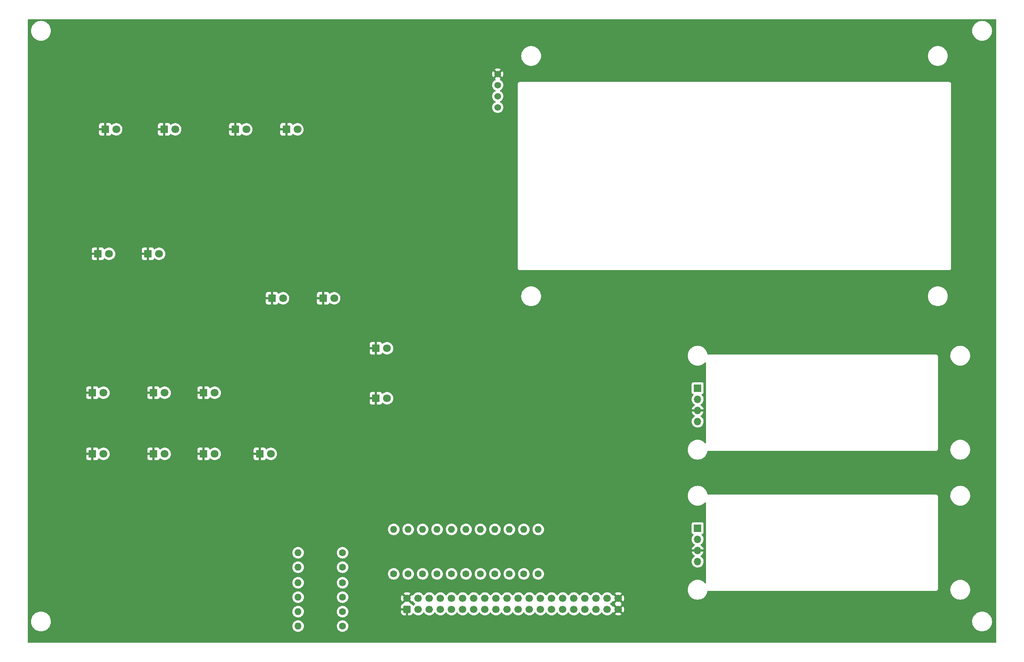
<source format=gtl>
%TF.GenerationSoftware,KiCad,Pcbnew,(6.0.8)*%
%TF.CreationDate,2022-12-20T11:39:24-06:00*%
%TF.ProjectId,Display Board,44697370-6c61-4792-9042-6f6172642e6b,rev?*%
%TF.SameCoordinates,Original*%
%TF.FileFunction,Copper,L1,Top*%
%TF.FilePolarity,Positive*%
%FSLAX46Y46*%
G04 Gerber Fmt 4.6, Leading zero omitted, Abs format (unit mm)*
G04 Created by KiCad (PCBNEW (6.0.8)) date 2022-12-20 11:39:24*
%MOMM*%
%LPD*%
G01*
G04 APERTURE LIST*
G04 Aperture macros list*
%AMRoundRect*
0 Rectangle with rounded corners*
0 $1 Rounding radius*
0 $2 $3 $4 $5 $6 $7 $8 $9 X,Y pos of 4 corners*
0 Add a 4 corners polygon primitive as box body*
4,1,4,$2,$3,$4,$5,$6,$7,$8,$9,$2,$3,0*
0 Add four circle primitives for the rounded corners*
1,1,$1+$1,$2,$3*
1,1,$1+$1,$4,$5*
1,1,$1+$1,$6,$7*
1,1,$1+$1,$8,$9*
0 Add four rect primitives between the rounded corners*
20,1,$1+$1,$2,$3,$4,$5,0*
20,1,$1+$1,$4,$5,$6,$7,0*
20,1,$1+$1,$6,$7,$8,$9,0*
20,1,$1+$1,$8,$9,$2,$3,0*%
G04 Aperture macros list end*
%TA.AperFunction,ComponentPad*%
%ADD10R,1.800000X1.800000*%
%TD*%
%TA.AperFunction,ComponentPad*%
%ADD11C,1.800000*%
%TD*%
%TA.AperFunction,ComponentPad*%
%ADD12C,1.524000*%
%TD*%
%TA.AperFunction,ComponentPad*%
%ADD13RoundRect,0.250000X0.600000X-0.600000X0.600000X0.600000X-0.600000X0.600000X-0.600000X-0.600000X0*%
%TD*%
%TA.AperFunction,ComponentPad*%
%ADD14C,1.700000*%
%TD*%
%TA.AperFunction,ComponentPad*%
%ADD15R,1.700000X1.700000*%
%TD*%
%TA.AperFunction,ComponentPad*%
%ADD16O,1.700000X1.700000*%
%TD*%
%TA.AperFunction,ComponentPad*%
%ADD17C,1.600000*%
%TD*%
%TA.AperFunction,ComponentPad*%
%ADD18O,1.600000X1.600000*%
%TD*%
G04 APERTURE END LIST*
D10*
%TO.P,D12,1,K*%
%TO.N,GND*%
X80139500Y-160680000D03*
D11*
%TO.P,D12,2,A*%
%TO.N,Net-(R12-Pad2)*%
X82679500Y-160680000D03*
%TD*%
D10*
%TO.P,D6,1,K*%
%TO.N,GND*%
X119509500Y-147980000D03*
D11*
%TO.P,D6,2,A*%
%TO.N,Net-(R6-Pad2)*%
X122049500Y-147980000D03*
%TD*%
D12*
%TO.P,DISP1,1,GND*%
%TO.N,GND*%
X147344500Y-73868000D03*
%TO.P,DISP1,2,VCC*%
%TO.N,+5V*%
X147344500Y-76408000D03*
%TO.P,DISP1,3,SDA*%
%TO.N,SDA*%
X147344500Y-78948000D03*
%TO.P,DISP1,4,SCL*%
%TO.N,SCL*%
X147344500Y-81488000D03*
%TD*%
D10*
%TO.P,D1,1,K*%
%TO.N,GND*%
X87373500Y-86512000D03*
D11*
%TO.P,D1,2,A*%
%TO.N,Net-(R1-Pad2)*%
X89913500Y-86512000D03*
%TD*%
D10*
%TO.P,D5,1,K*%
%TO.N,GND*%
X119509500Y-136550000D03*
D11*
%TO.P,D5,2,A*%
%TO.N,Net-(R5-Pad2)*%
X122049500Y-136550000D03*
%TD*%
D13*
%TO.P,J1,1,Pin_1*%
%TO.N,GND*%
X126621500Y-196230500D03*
D14*
%TO.P,J1,2,Pin_2*%
X126621500Y-193690500D03*
%TO.P,J1,3,Pin_3*%
%TO.N,BVAS Relay LED*%
X129161500Y-196230500D03*
%TO.P,J1,4,Pin_4*%
%TO.N,BVAS LED*%
X129161500Y-193690500D03*
%TO.P,J1,5,Pin_5*%
%TO.N,BVAS Armed Line*%
X131701500Y-196230500D03*
%TO.P,J1,6,Pin_6*%
%TO.N,Run Vent Relay LED*%
X131701500Y-193690500D03*
%TO.P,J1,7,Pin_7*%
%TO.N,Igniter Continuity LED*%
X134241500Y-196230500D03*
%TO.P,J1,8,Pin_8*%
%TO.N,Run Vent LED*%
X134241500Y-193690500D03*
%TO.P,J1,9,Pin_9*%
%TO.N,Igniter LED*%
X136781500Y-196230500D03*
%TO.P,J1,10,Pin_10*%
%TO.N,Supply Vent Relay LED*%
X136781500Y-193690500D03*
%TO.P,J1,11,Pin_11*%
%TO.N,Igniter Relay LED*%
X139321500Y-196230500D03*
%TO.P,J1,12,Pin_12*%
%TO.N,Supply Fill Relay LED*%
X139321500Y-193690500D03*
%TO.P,J1,13,Pin_13*%
%TO.N,Igniter Armed Line*%
X141861500Y-196230500D03*
%TO.P,J1,14,Pin_14*%
%TO.N,Supply Fill LED*%
X141861500Y-193690500D03*
%TO.P,J1,15,Pin_15*%
%TO.N,unconnected-(J1-Pad15)*%
X144401500Y-196230500D03*
%TO.P,J1,16,Pin_16*%
%TO.N,Supply Vent LED*%
X144401500Y-193690500D03*
%TO.P,J1,17,Pin_17*%
%TO.N,unconnected-(J1-Pad17)*%
X146941500Y-196230500D03*
%TO.P,J1,18,Pin_18*%
%TO.N,Fluid Panel Armed LED*%
X146941500Y-193690500D03*
%TO.P,J1,19,Pin_19*%
%TO.N,unconnected-(J1-Pad19)*%
X149481500Y-196230500D03*
%TO.P,J1,20,Pin_20*%
%TO.N,Auto Fill LED*%
X149481500Y-193690500D03*
%TO.P,J1,21,Pin_21*%
%TO.N,unconnected-(J1-Pad21)*%
X152021500Y-196230500D03*
%TO.P,J1,22,Pin_22*%
%TO.N,AB COMMS LED*%
X152021500Y-193690500D03*
%TO.P,J1,23,Pin_23*%
%TO.N,unconnected-(J1-Pad23)*%
X154561500Y-196230500D03*
%TO.P,J1,24,Pin_24*%
%TO.N,Engine Node COMMS LED*%
X154561500Y-193690500D03*
%TO.P,J1,25,Pin_25*%
%TO.N,+3V3*%
X157101500Y-196230500D03*
%TO.P,J1,26,Pin_26*%
%TO.N,SCK*%
X157101500Y-193690500D03*
%TO.P,J1,27,Pin_27*%
%TO.N,+3V3*%
X159641500Y-196230500D03*
%TO.P,J1,28,Pin_28*%
%TO.N,MOSI*%
X159641500Y-193690500D03*
%TO.P,J1,29,Pin_29*%
%TO.N,+12V*%
X162181500Y-196230500D03*
%TO.P,J1,30,Pin_30*%
%TO.N,MISO*%
X162181500Y-193690500D03*
%TO.P,J1,31,Pin_31*%
%TO.N,+12V*%
X164721500Y-196230500D03*
%TO.P,J1,32,Pin_32*%
%TO.N,SCL*%
X164721500Y-193690500D03*
%TO.P,J1,33,Pin_33*%
%TO.N,SDA*%
X167261500Y-196230500D03*
%TO.P,J1,34,Pin_34*%
%TO.N,Actuator Box Temp 4 Digit*%
X167261500Y-193690500D03*
%TO.P,J1,35,Pin_35*%
%TO.N,+5V*%
X169801500Y-196230500D03*
%TO.P,J1,36,Pin_36*%
%TO.N,4 Digit CLK*%
X169801500Y-193690500D03*
%TO.P,J1,37,Pin_37*%
%TO.N,+5V*%
X172341500Y-196230500D03*
%TO.P,J1,38,Pin_38*%
%TO.N,Control Box Temp 4 Digit*%
X172341500Y-193690500D03*
%TO.P,J1,39,Pin_39*%
%TO.N,GND*%
X174881500Y-196230500D03*
%TO.P,J1,40,Pin_40*%
X174881500Y-193690500D03*
%TD*%
D10*
%TO.P,D11,1,K*%
%TO.N,GND*%
X54734500Y-160680000D03*
D11*
%TO.P,D11,2,A*%
%TO.N,Net-(R11-Pad2)*%
X57274500Y-160680000D03*
%TD*%
D10*
%TO.P,D7,1,K*%
%TO.N,GND*%
X107442000Y-125120000D03*
D11*
%TO.P,D7,2,A*%
%TO.N,Net-(R7-Pad2)*%
X109982000Y-125120000D03*
%TD*%
D10*
%TO.P,D3,1,K*%
%TO.N,GND*%
X67439500Y-114960000D03*
D11*
%TO.P,D3,2,A*%
%TO.N,Net-(R3-Pad2)*%
X69979500Y-114960000D03*
%TD*%
D10*
%TO.P,D13,1,K*%
%TO.N,GND*%
X68709500Y-160680000D03*
D11*
%TO.P,D13,2,A*%
%TO.N,Net-(D13-Pad2)*%
X71249500Y-160680000D03*
%TD*%
D10*
%TO.P,D15,1,K*%
%TO.N,GND*%
X54734500Y-146710000D03*
D11*
%TO.P,D15,2,A*%
%TO.N,Net-(R15-Pad2)*%
X57274500Y-146710000D03*
%TD*%
D10*
%TO.P,D18,1,K*%
%TO.N,GND*%
X57658000Y-86512000D03*
D11*
%TO.P,D18,2,A*%
%TO.N,Net-(R18-Pad2)*%
X60198000Y-86512000D03*
%TD*%
D10*
%TO.P,D16,1,K*%
%TO.N,GND*%
X80139500Y-146710000D03*
D11*
%TO.P,D16,2,A*%
%TO.N,Net-(R16-Pad2)*%
X82679500Y-146710000D03*
%TD*%
D10*
%TO.P,D9,1,K*%
%TO.N,GND*%
X71120000Y-86512000D03*
D11*
%TO.P,D9,2,A*%
%TO.N,Net-(R9-Pad2)*%
X73660000Y-86512000D03*
%TD*%
D10*
%TO.P,D8,1,K*%
%TO.N,GND*%
X95758000Y-125120000D03*
D11*
%TO.P,D8,2,A*%
%TO.N,Net-(R8-Pad2)*%
X98298000Y-125120000D03*
%TD*%
D10*
%TO.P,D4,1,K*%
%TO.N,GND*%
X56009500Y-114960000D03*
D11*
%TO.P,D4,2,A*%
%TO.N,Net-(R4-Pad2)*%
X58549500Y-114960000D03*
%TD*%
D10*
%TO.P,D14,1,K*%
%TO.N,GND*%
X92964000Y-160680000D03*
D11*
%TO.P,D14,2,A*%
%TO.N,Net-(D14-Pad2)*%
X95504000Y-160680000D03*
%TD*%
D15*
%TO.P,DISP2,1,CLK*%
%TO.N,4 Digit CLK*%
X193007500Y-145671000D03*
D16*
%TO.P,DISP2,2,DIO*%
%TO.N,Actuator Box Temp 4 Digit*%
X193007500Y-148211000D03*
%TO.P,DISP2,3,GND*%
%TO.N,GND*%
X193007500Y-150751000D03*
%TO.P,DISP2,4,5V*%
%TO.N,+5V*%
X193007500Y-153291000D03*
%TD*%
D10*
%TO.P,D17,1,K*%
%TO.N,GND*%
X68709500Y-146710000D03*
D11*
%TO.P,D17,2,A*%
%TO.N,Net-(R17-Pad2)*%
X71249500Y-146710000D03*
%TD*%
D15*
%TO.P,DISP3,1,CLK*%
%TO.N,4 Digit CLK*%
X193007500Y-177675000D03*
D16*
%TO.P,DISP3,2,DIO*%
%TO.N,Control Box Temp 4 Digit*%
X193007500Y-180215000D03*
%TO.P,DISP3,3,GND*%
%TO.N,GND*%
X193007500Y-182755000D03*
%TO.P,DISP3,4,5V*%
%TO.N,+5V*%
X193007500Y-185295000D03*
%TD*%
D10*
%TO.P,D10,1,K*%
%TO.N,GND*%
X99057500Y-86512000D03*
D11*
%TO.P,D10,2,A*%
%TO.N,Net-(D10-Pad2)*%
X101597500Y-86512000D03*
%TD*%
D17*
%TO.P,R14,1*%
%TO.N,Igniter Continuity LED*%
X111889500Y-190144000D03*
D18*
%TO.P,R14,2*%
%TO.N,Net-(D14-Pad2)*%
X101729500Y-190144000D03*
%TD*%
D17*
%TO.P,R5,1*%
%TO.N,Supply Fill LED*%
X140083500Y-188112000D03*
D18*
%TO.P,R5,2*%
%TO.N,Net-(R5-Pad2)*%
X140083500Y-177952000D03*
%TD*%
D17*
%TO.P,R7,1*%
%TO.N,Supply Vent LED*%
X143385500Y-188112000D03*
D18*
%TO.P,R7,2*%
%TO.N,Net-(R7-Pad2)*%
X143385500Y-177952000D03*
%TD*%
D17*
%TO.P,R1,1*%
%TO.N,AB COMMS LED*%
X153291500Y-188112000D03*
D18*
%TO.P,R1,2*%
%TO.N,Net-(R1-Pad2)*%
X153291500Y-177952000D03*
%TD*%
D17*
%TO.P,R10,1*%
%TO.N,Engine Node COMMS LED*%
X156593500Y-188112000D03*
D18*
%TO.P,R10,2*%
%TO.N,Net-(D10-Pad2)*%
X156593500Y-177952000D03*
%TD*%
D17*
%TO.P,R6,1*%
%TO.N,Supply Fill Relay LED*%
X136781500Y-188112000D03*
D18*
%TO.P,R6,2*%
%TO.N,Net-(R6-Pad2)*%
X136781500Y-177952000D03*
%TD*%
D17*
%TO.P,R16,1*%
%TO.N,BVAS LED*%
X123573500Y-188112000D03*
D18*
%TO.P,R16,2*%
%TO.N,Net-(R16-Pad2)*%
X123573500Y-177952000D03*
%TD*%
D17*
%TO.P,R3,1*%
%TO.N,Run Vent LED*%
X130177500Y-188112000D03*
D18*
%TO.P,R3,2*%
%TO.N,Net-(R3-Pad2)*%
X130177500Y-177952000D03*
%TD*%
D17*
%TO.P,R17,1*%
%TO.N,BVAS Relay LED*%
X111889500Y-183286000D03*
D18*
%TO.P,R17,2*%
%TO.N,Net-(R17-Pad2)*%
X101729500Y-183286000D03*
%TD*%
D17*
%TO.P,R13,1*%
%TO.N,Igniter Relay LED*%
X111889500Y-196748000D03*
D18*
%TO.P,R13,2*%
%TO.N,Net-(D13-Pad2)*%
X101729500Y-196748000D03*
%TD*%
D17*
%TO.P,R9,1*%
%TO.N,Auto Fill LED*%
X149989500Y-188112000D03*
D18*
%TO.P,R9,2*%
%TO.N,Net-(R9-Pad2)*%
X149989500Y-177952000D03*
%TD*%
D17*
%TO.P,R15,1*%
%TO.N,BVAS Armed Line*%
X111889500Y-186588000D03*
D18*
%TO.P,R15,2*%
%TO.N,Net-(R15-Pad2)*%
X101729500Y-186588000D03*
%TD*%
D17*
%TO.P,R11,1*%
%TO.N,Igniter Armed Line*%
X111889500Y-200050000D03*
D18*
%TO.P,R11,2*%
%TO.N,Net-(R11-Pad2)*%
X101729500Y-200050000D03*
%TD*%
D17*
%TO.P,R8,1*%
%TO.N,Supply Vent Relay LED*%
X133479500Y-188112000D03*
D18*
%TO.P,R8,2*%
%TO.N,Net-(R8-Pad2)*%
X133479500Y-177952000D03*
%TD*%
D17*
%TO.P,R12,1*%
%TO.N,Igniter LED*%
X111889500Y-193446000D03*
D18*
%TO.P,R12,2*%
%TO.N,Net-(R12-Pad2)*%
X101729500Y-193446000D03*
%TD*%
D17*
%TO.P,R4,1*%
%TO.N,Run Vent Relay LED*%
X126875500Y-188112000D03*
D18*
%TO.P,R4,2*%
%TO.N,Net-(R4-Pad2)*%
X126875500Y-177952000D03*
%TD*%
D17*
%TO.P,R18,1*%
%TO.N,Fluid Panel Armed LED*%
X146687500Y-188112000D03*
D18*
%TO.P,R18,2*%
%TO.N,Net-(R18-Pad2)*%
X146687500Y-177952000D03*
%TD*%
%TA.AperFunction,Conductor*%
%TO.N,GND*%
G36*
X261183121Y-61386502D02*
G01*
X261229614Y-61440158D01*
X261241000Y-61492500D01*
X261241000Y-203733500D01*
X261220998Y-203801621D01*
X261167342Y-203848114D01*
X261115000Y-203859500D01*
X40134000Y-203859500D01*
X40065879Y-203839498D01*
X40019386Y-203785842D01*
X40008000Y-203733500D01*
X40008000Y-199000000D01*
X40736654Y-199000000D01*
X40736924Y-199004119D01*
X40750432Y-199210211D01*
X40756017Y-199295426D01*
X40756819Y-199299459D01*
X40756820Y-199299465D01*
X40781715Y-199424618D01*
X40813776Y-199585797D01*
X40815103Y-199589706D01*
X40815104Y-199589710D01*
X40907615Y-199862239D01*
X40908941Y-199866145D01*
X41039885Y-200131673D01*
X41042179Y-200135106D01*
X41137716Y-200278087D01*
X41204367Y-200377838D01*
X41207081Y-200380932D01*
X41207085Y-200380938D01*
X41315206Y-200504225D01*
X41399573Y-200600427D01*
X41402662Y-200603136D01*
X41619062Y-200792915D01*
X41619068Y-200792919D01*
X41622162Y-200795633D01*
X41625588Y-200797922D01*
X41625593Y-200797926D01*
X41769828Y-200894300D01*
X41868327Y-200960115D01*
X41872026Y-200961939D01*
X41872031Y-200961942D01*
X42008313Y-201029148D01*
X42133855Y-201091059D01*
X42137760Y-201092384D01*
X42137761Y-201092385D01*
X42410290Y-201184896D01*
X42410294Y-201184897D01*
X42414203Y-201186224D01*
X42418247Y-201187028D01*
X42418253Y-201187030D01*
X42700535Y-201243180D01*
X42700541Y-201243181D01*
X42704574Y-201243983D01*
X42708679Y-201244252D01*
X42708686Y-201244253D01*
X42995881Y-201263076D01*
X43000000Y-201263346D01*
X43004119Y-201263076D01*
X43291314Y-201244253D01*
X43291321Y-201244252D01*
X43295426Y-201243983D01*
X43299459Y-201243181D01*
X43299465Y-201243180D01*
X43581747Y-201187030D01*
X43581753Y-201187028D01*
X43585797Y-201186224D01*
X43589706Y-201184897D01*
X43589710Y-201184896D01*
X43862239Y-201092385D01*
X43862240Y-201092384D01*
X43866145Y-201091059D01*
X43991687Y-201029148D01*
X44127969Y-200961942D01*
X44127974Y-200961939D01*
X44131673Y-200960115D01*
X44230172Y-200894300D01*
X44374407Y-200797926D01*
X44374412Y-200797922D01*
X44377838Y-200795633D01*
X44380932Y-200792919D01*
X44380938Y-200792915D01*
X44597338Y-200603136D01*
X44600427Y-200600427D01*
X44684794Y-200504225D01*
X44792915Y-200380938D01*
X44792919Y-200380932D01*
X44795633Y-200377838D01*
X44862285Y-200278087D01*
X44957821Y-200135106D01*
X44960115Y-200131673D01*
X45000392Y-200050000D01*
X100416002Y-200050000D01*
X100435957Y-200278087D01*
X100495216Y-200499243D01*
X100497539Y-200504224D01*
X100497539Y-200504225D01*
X100589651Y-200701762D01*
X100589654Y-200701767D01*
X100591977Y-200706749D01*
X100723302Y-200894300D01*
X100885200Y-201056198D01*
X100889708Y-201059355D01*
X100889711Y-201059357D01*
X100936880Y-201092385D01*
X101072751Y-201187523D01*
X101077733Y-201189846D01*
X101077738Y-201189849D01*
X101234776Y-201263076D01*
X101280257Y-201284284D01*
X101285565Y-201285706D01*
X101285567Y-201285707D01*
X101496098Y-201342119D01*
X101496100Y-201342119D01*
X101501413Y-201343543D01*
X101729500Y-201363498D01*
X101957587Y-201343543D01*
X101962900Y-201342119D01*
X101962902Y-201342119D01*
X102173433Y-201285707D01*
X102173435Y-201285706D01*
X102178743Y-201284284D01*
X102224224Y-201263076D01*
X102381262Y-201189849D01*
X102381267Y-201189846D01*
X102386249Y-201187523D01*
X102522120Y-201092385D01*
X102569289Y-201059357D01*
X102569292Y-201059355D01*
X102573800Y-201056198D01*
X102735698Y-200894300D01*
X102867023Y-200706749D01*
X102869346Y-200701767D01*
X102869349Y-200701762D01*
X102961461Y-200504225D01*
X102961461Y-200504224D01*
X102963784Y-200499243D01*
X103023043Y-200278087D01*
X103042998Y-200050000D01*
X110576002Y-200050000D01*
X110595957Y-200278087D01*
X110655216Y-200499243D01*
X110657539Y-200504224D01*
X110657539Y-200504225D01*
X110749651Y-200701762D01*
X110749654Y-200701767D01*
X110751977Y-200706749D01*
X110883302Y-200894300D01*
X111045200Y-201056198D01*
X111049708Y-201059355D01*
X111049711Y-201059357D01*
X111096880Y-201092385D01*
X111232751Y-201187523D01*
X111237733Y-201189846D01*
X111237738Y-201189849D01*
X111394776Y-201263076D01*
X111440257Y-201284284D01*
X111445565Y-201285706D01*
X111445567Y-201285707D01*
X111656098Y-201342119D01*
X111656100Y-201342119D01*
X111661413Y-201343543D01*
X111889500Y-201363498D01*
X112117587Y-201343543D01*
X112122900Y-201342119D01*
X112122902Y-201342119D01*
X112333433Y-201285707D01*
X112333435Y-201285706D01*
X112338743Y-201284284D01*
X112384224Y-201263076D01*
X112541262Y-201189849D01*
X112541267Y-201189846D01*
X112546249Y-201187523D01*
X112682120Y-201092385D01*
X112729289Y-201059357D01*
X112729292Y-201059355D01*
X112733800Y-201056198D01*
X112895698Y-200894300D01*
X113027023Y-200706749D01*
X113029346Y-200701767D01*
X113029349Y-200701762D01*
X113121461Y-200504225D01*
X113121461Y-200504224D01*
X113123784Y-200499243D01*
X113183043Y-200278087D01*
X113202998Y-200050000D01*
X113183043Y-199821913D01*
X113123784Y-199600757D01*
X113041650Y-199424618D01*
X113029349Y-199398238D01*
X113029346Y-199398233D01*
X113027023Y-199393251D01*
X112895698Y-199205700D01*
X112733800Y-199043802D01*
X112729292Y-199040645D01*
X112729289Y-199040643D01*
X112671245Y-199000000D01*
X255736654Y-199000000D01*
X255736924Y-199004119D01*
X255750432Y-199210211D01*
X255756017Y-199295426D01*
X255756819Y-199299459D01*
X255756820Y-199299465D01*
X255781715Y-199424618D01*
X255813776Y-199585797D01*
X255815103Y-199589706D01*
X255815104Y-199589710D01*
X255907615Y-199862239D01*
X255908941Y-199866145D01*
X256039885Y-200131673D01*
X256042179Y-200135106D01*
X256137716Y-200278087D01*
X256204367Y-200377838D01*
X256207081Y-200380932D01*
X256207085Y-200380938D01*
X256315206Y-200504225D01*
X256399573Y-200600427D01*
X256402662Y-200603136D01*
X256619062Y-200792915D01*
X256619068Y-200792919D01*
X256622162Y-200795633D01*
X256625588Y-200797922D01*
X256625593Y-200797926D01*
X256769828Y-200894300D01*
X256868327Y-200960115D01*
X256872026Y-200961939D01*
X256872031Y-200961942D01*
X257008313Y-201029148D01*
X257133855Y-201091059D01*
X257137760Y-201092384D01*
X257137761Y-201092385D01*
X257410290Y-201184896D01*
X257410294Y-201184897D01*
X257414203Y-201186224D01*
X257418247Y-201187028D01*
X257418253Y-201187030D01*
X257700535Y-201243180D01*
X257700541Y-201243181D01*
X257704574Y-201243983D01*
X257708679Y-201244252D01*
X257708686Y-201244253D01*
X257995881Y-201263076D01*
X258000000Y-201263346D01*
X258004119Y-201263076D01*
X258291314Y-201244253D01*
X258291321Y-201244252D01*
X258295426Y-201243983D01*
X258299459Y-201243181D01*
X258299465Y-201243180D01*
X258581747Y-201187030D01*
X258581753Y-201187028D01*
X258585797Y-201186224D01*
X258589706Y-201184897D01*
X258589710Y-201184896D01*
X258862239Y-201092385D01*
X258862240Y-201092384D01*
X258866145Y-201091059D01*
X258991687Y-201029148D01*
X259127969Y-200961942D01*
X259127974Y-200961939D01*
X259131673Y-200960115D01*
X259230172Y-200894300D01*
X259374407Y-200797926D01*
X259374412Y-200797922D01*
X259377838Y-200795633D01*
X259380932Y-200792919D01*
X259380938Y-200792915D01*
X259597338Y-200603136D01*
X259600427Y-200600427D01*
X259684794Y-200504225D01*
X259792915Y-200380938D01*
X259792919Y-200380932D01*
X259795633Y-200377838D01*
X259862285Y-200278087D01*
X259957821Y-200135106D01*
X259960115Y-200131673D01*
X260091059Y-199866145D01*
X260092385Y-199862239D01*
X260184896Y-199589710D01*
X260184897Y-199589706D01*
X260186224Y-199585797D01*
X260218285Y-199424618D01*
X260243180Y-199299465D01*
X260243181Y-199299459D01*
X260243983Y-199295426D01*
X260249569Y-199210211D01*
X260263076Y-199004119D01*
X260263346Y-199000000D01*
X260261992Y-198979340D01*
X260244253Y-198708686D01*
X260244252Y-198708679D01*
X260243983Y-198704574D01*
X260186224Y-198414203D01*
X260091059Y-198133855D01*
X259987979Y-197924829D01*
X259961942Y-197872031D01*
X259961939Y-197872026D01*
X259960115Y-197868327D01*
X259795633Y-197622162D01*
X259792919Y-197619068D01*
X259792915Y-197619062D01*
X259603136Y-197402662D01*
X259600427Y-197399573D01*
X259560118Y-197364223D01*
X259380938Y-197207085D01*
X259380932Y-197207081D01*
X259377838Y-197204367D01*
X259374412Y-197202078D01*
X259374407Y-197202074D01*
X259135106Y-197042179D01*
X259131673Y-197039885D01*
X259127974Y-197038061D01*
X259127969Y-197038058D01*
X258991191Y-196970607D01*
X258866145Y-196908941D01*
X258862239Y-196907615D01*
X258589710Y-196815104D01*
X258589706Y-196815103D01*
X258585797Y-196813776D01*
X258581753Y-196812972D01*
X258581747Y-196812970D01*
X258299465Y-196756820D01*
X258299459Y-196756819D01*
X258295426Y-196756017D01*
X258291321Y-196755748D01*
X258291314Y-196755747D01*
X258004119Y-196736924D01*
X258000000Y-196736654D01*
X257995881Y-196736924D01*
X257708686Y-196755747D01*
X257708679Y-196755748D01*
X257704574Y-196756017D01*
X257700541Y-196756819D01*
X257700535Y-196756820D01*
X257418253Y-196812970D01*
X257418247Y-196812972D01*
X257414203Y-196813776D01*
X257410294Y-196815103D01*
X257410290Y-196815104D01*
X257137761Y-196907615D01*
X257133855Y-196908941D01*
X257008809Y-196970607D01*
X256872031Y-197038058D01*
X256872026Y-197038061D01*
X256868327Y-197039885D01*
X256864894Y-197042179D01*
X256625593Y-197202074D01*
X256625588Y-197202078D01*
X256622162Y-197204367D01*
X256619068Y-197207081D01*
X256619062Y-197207085D01*
X256439882Y-197364223D01*
X256399573Y-197399573D01*
X256396864Y-197402662D01*
X256207085Y-197619062D01*
X256207081Y-197619068D01*
X256204367Y-197622162D01*
X256039885Y-197868327D01*
X256038061Y-197872026D01*
X256038058Y-197872031D01*
X256012021Y-197924829D01*
X255908941Y-198133855D01*
X255813776Y-198414203D01*
X255756017Y-198704574D01*
X255755748Y-198708679D01*
X255755747Y-198708686D01*
X255738008Y-198979340D01*
X255736654Y-199000000D01*
X112671245Y-199000000D01*
X112651111Y-198985902D01*
X112546249Y-198912477D01*
X112541267Y-198910154D01*
X112541262Y-198910151D01*
X112343725Y-198818039D01*
X112343724Y-198818039D01*
X112338743Y-198815716D01*
X112333435Y-198814294D01*
X112333433Y-198814293D01*
X112122902Y-198757881D01*
X112122900Y-198757881D01*
X112117587Y-198756457D01*
X111889500Y-198736502D01*
X111661413Y-198756457D01*
X111656100Y-198757881D01*
X111656098Y-198757881D01*
X111445567Y-198814293D01*
X111445565Y-198814294D01*
X111440257Y-198815716D01*
X111435276Y-198818039D01*
X111435275Y-198818039D01*
X111237738Y-198910151D01*
X111237733Y-198910154D01*
X111232751Y-198912477D01*
X111127889Y-198985902D01*
X111049711Y-199040643D01*
X111049708Y-199040645D01*
X111045200Y-199043802D01*
X110883302Y-199205700D01*
X110751977Y-199393251D01*
X110749654Y-199398233D01*
X110749651Y-199398238D01*
X110737350Y-199424618D01*
X110655216Y-199600757D01*
X110595957Y-199821913D01*
X110576002Y-200050000D01*
X103042998Y-200050000D01*
X103023043Y-199821913D01*
X102963784Y-199600757D01*
X102881650Y-199424618D01*
X102869349Y-199398238D01*
X102869346Y-199398233D01*
X102867023Y-199393251D01*
X102735698Y-199205700D01*
X102573800Y-199043802D01*
X102569292Y-199040645D01*
X102569289Y-199040643D01*
X102491111Y-198985902D01*
X102386249Y-198912477D01*
X102381267Y-198910154D01*
X102381262Y-198910151D01*
X102183725Y-198818039D01*
X102183724Y-198818039D01*
X102178743Y-198815716D01*
X102173435Y-198814294D01*
X102173433Y-198814293D01*
X101962902Y-198757881D01*
X101962900Y-198757881D01*
X101957587Y-198756457D01*
X101729500Y-198736502D01*
X101501413Y-198756457D01*
X101496100Y-198757881D01*
X101496098Y-198757881D01*
X101285567Y-198814293D01*
X101285565Y-198814294D01*
X101280257Y-198815716D01*
X101275276Y-198818039D01*
X101275275Y-198818039D01*
X101077738Y-198910151D01*
X101077733Y-198910154D01*
X101072751Y-198912477D01*
X100967889Y-198985902D01*
X100889711Y-199040643D01*
X100889708Y-199040645D01*
X100885200Y-199043802D01*
X100723302Y-199205700D01*
X100591977Y-199393251D01*
X100589654Y-199398233D01*
X100589651Y-199398238D01*
X100577350Y-199424618D01*
X100495216Y-199600757D01*
X100435957Y-199821913D01*
X100416002Y-200050000D01*
X45000392Y-200050000D01*
X45091059Y-199866145D01*
X45092385Y-199862239D01*
X45184896Y-199589710D01*
X45184897Y-199589706D01*
X45186224Y-199585797D01*
X45218285Y-199424618D01*
X45243180Y-199299465D01*
X45243181Y-199299459D01*
X45243983Y-199295426D01*
X45249569Y-199210211D01*
X45263076Y-199004119D01*
X45263346Y-199000000D01*
X45261992Y-198979340D01*
X45244253Y-198708686D01*
X45244252Y-198708679D01*
X45243983Y-198704574D01*
X45186224Y-198414203D01*
X45091059Y-198133855D01*
X44987979Y-197924829D01*
X44961942Y-197872031D01*
X44961939Y-197872026D01*
X44960115Y-197868327D01*
X44795633Y-197622162D01*
X44792919Y-197619068D01*
X44792915Y-197619062D01*
X44603136Y-197402662D01*
X44600427Y-197399573D01*
X44560118Y-197364223D01*
X44380938Y-197207085D01*
X44380932Y-197207081D01*
X44377838Y-197204367D01*
X44374412Y-197202078D01*
X44374407Y-197202074D01*
X44135106Y-197042179D01*
X44131673Y-197039885D01*
X44127974Y-197038061D01*
X44127969Y-197038058D01*
X43991191Y-196970607D01*
X43866145Y-196908941D01*
X43862239Y-196907615D01*
X43589710Y-196815104D01*
X43589706Y-196815103D01*
X43585797Y-196813776D01*
X43581753Y-196812972D01*
X43581747Y-196812970D01*
X43299465Y-196756820D01*
X43299459Y-196756819D01*
X43295426Y-196756017D01*
X43291321Y-196755748D01*
X43291314Y-196755747D01*
X43173113Y-196748000D01*
X100416002Y-196748000D01*
X100435957Y-196976087D01*
X100437381Y-196981400D01*
X100437381Y-196981402D01*
X100465828Y-197087565D01*
X100495216Y-197197243D01*
X100497539Y-197202224D01*
X100497539Y-197202225D01*
X100589651Y-197399762D01*
X100589654Y-197399767D01*
X100591977Y-197404749D01*
X100656525Y-197496933D01*
X100718627Y-197585623D01*
X100723302Y-197592300D01*
X100885200Y-197754198D01*
X100889708Y-197757355D01*
X100889711Y-197757357D01*
X100918280Y-197777361D01*
X101072751Y-197885523D01*
X101077733Y-197887846D01*
X101077738Y-197887849D01*
X101275275Y-197979961D01*
X101280257Y-197982284D01*
X101285565Y-197983706D01*
X101285567Y-197983707D01*
X101496098Y-198040119D01*
X101496100Y-198040119D01*
X101501413Y-198041543D01*
X101729500Y-198061498D01*
X101957587Y-198041543D01*
X101962900Y-198040119D01*
X101962902Y-198040119D01*
X102173433Y-197983707D01*
X102173435Y-197983706D01*
X102178743Y-197982284D01*
X102183725Y-197979961D01*
X102381262Y-197887849D01*
X102381267Y-197887846D01*
X102386249Y-197885523D01*
X102540720Y-197777361D01*
X102569289Y-197757357D01*
X102569292Y-197757355D01*
X102573800Y-197754198D01*
X102735698Y-197592300D01*
X102740374Y-197585623D01*
X102802475Y-197496933D01*
X102867023Y-197404749D01*
X102869346Y-197399767D01*
X102869349Y-197399762D01*
X102961461Y-197202225D01*
X102961461Y-197202224D01*
X102963784Y-197197243D01*
X102993173Y-197087565D01*
X103021619Y-196981402D01*
X103021619Y-196981400D01*
X103023043Y-196976087D01*
X103042998Y-196748000D01*
X110576002Y-196748000D01*
X110595957Y-196976087D01*
X110597381Y-196981400D01*
X110597381Y-196981402D01*
X110625828Y-197087565D01*
X110655216Y-197197243D01*
X110657539Y-197202224D01*
X110657539Y-197202225D01*
X110749651Y-197399762D01*
X110749654Y-197399767D01*
X110751977Y-197404749D01*
X110816525Y-197496933D01*
X110878627Y-197585623D01*
X110883302Y-197592300D01*
X111045200Y-197754198D01*
X111049708Y-197757355D01*
X111049711Y-197757357D01*
X111078280Y-197777361D01*
X111232751Y-197885523D01*
X111237733Y-197887846D01*
X111237738Y-197887849D01*
X111435275Y-197979961D01*
X111440257Y-197982284D01*
X111445565Y-197983706D01*
X111445567Y-197983707D01*
X111656098Y-198040119D01*
X111656100Y-198040119D01*
X111661413Y-198041543D01*
X111889500Y-198061498D01*
X112117587Y-198041543D01*
X112122900Y-198040119D01*
X112122902Y-198040119D01*
X112333433Y-197983707D01*
X112333435Y-197983706D01*
X112338743Y-197982284D01*
X112343725Y-197979961D01*
X112541262Y-197887849D01*
X112541267Y-197887846D01*
X112546249Y-197885523D01*
X112700720Y-197777361D01*
X112729289Y-197757357D01*
X112729292Y-197757355D01*
X112733800Y-197754198D01*
X112895698Y-197592300D01*
X112900374Y-197585623D01*
X112962475Y-197496933D01*
X113027023Y-197404749D01*
X113029346Y-197399767D01*
X113029349Y-197399762D01*
X113121461Y-197202225D01*
X113121461Y-197202224D01*
X113123784Y-197197243D01*
X113153173Y-197087565D01*
X113181619Y-196981402D01*
X113181619Y-196981400D01*
X113183043Y-196976087D01*
X113191660Y-196877595D01*
X125263501Y-196877595D01*
X125263838Y-196884114D01*
X125273757Y-196979706D01*
X125276649Y-196993100D01*
X125328088Y-197147284D01*
X125334261Y-197160462D01*
X125419563Y-197298307D01*
X125428599Y-197309708D01*
X125543329Y-197424239D01*
X125554740Y-197433251D01*
X125692743Y-197518316D01*
X125705924Y-197524463D01*
X125860210Y-197575638D01*
X125873586Y-197578505D01*
X125967938Y-197588172D01*
X125974354Y-197588500D01*
X126349385Y-197588500D01*
X126364624Y-197584025D01*
X126365829Y-197582635D01*
X126367500Y-197574952D01*
X126367500Y-196502615D01*
X126363025Y-196487376D01*
X126361635Y-196486171D01*
X126353952Y-196484500D01*
X125281616Y-196484500D01*
X125266377Y-196488975D01*
X125265172Y-196490365D01*
X125263501Y-196498048D01*
X125263501Y-196877595D01*
X113191660Y-196877595D01*
X113202998Y-196748000D01*
X113183043Y-196519913D01*
X113123784Y-196298757D01*
X113121461Y-196293775D01*
X113029349Y-196096238D01*
X113029346Y-196096233D01*
X113027023Y-196091251D01*
X112945503Y-195974829D01*
X112933989Y-195958385D01*
X125263500Y-195958385D01*
X125267975Y-195973624D01*
X125269365Y-195974829D01*
X125277048Y-195976500D01*
X126749500Y-195976500D01*
X126817621Y-195996502D01*
X126864114Y-196050158D01*
X126875500Y-196102500D01*
X126875500Y-197570384D01*
X126879975Y-197585623D01*
X126881365Y-197586828D01*
X126889048Y-197588499D01*
X127268595Y-197588499D01*
X127275114Y-197588162D01*
X127370706Y-197578243D01*
X127384100Y-197575351D01*
X127538284Y-197523912D01*
X127551462Y-197517739D01*
X127689307Y-197432437D01*
X127700708Y-197423401D01*
X127815239Y-197308671D01*
X127824251Y-197297260D01*
X127909318Y-197159255D01*
X127917900Y-197140850D01*
X127964816Y-197087565D01*
X128033093Y-197068103D01*
X128101054Y-197088644D01*
X128127332Y-197111601D01*
X128152668Y-197140850D01*
X128204366Y-197200532D01*
X128204369Y-197200535D01*
X128207750Y-197204438D01*
X128379626Y-197347132D01*
X128572500Y-197459838D01*
X128781192Y-197539530D01*
X128786260Y-197540561D01*
X128786263Y-197540562D01*
X128891104Y-197561892D01*
X129000097Y-197584067D01*
X129005272Y-197584257D01*
X129005274Y-197584257D01*
X129218173Y-197592064D01*
X129218177Y-197592064D01*
X129223337Y-197592253D01*
X129228457Y-197591597D01*
X129228459Y-197591597D01*
X129439788Y-197564525D01*
X129439789Y-197564525D01*
X129444916Y-197563868D01*
X129449866Y-197562383D01*
X129653929Y-197501161D01*
X129653934Y-197501159D01*
X129658884Y-197499674D01*
X129859494Y-197401396D01*
X130041360Y-197271673D01*
X130199596Y-197113989D01*
X130218584Y-197087565D01*
X130329953Y-196932577D01*
X130331276Y-196933528D01*
X130378145Y-196890357D01*
X130448080Y-196878125D01*
X130513526Y-196905644D01*
X130541375Y-196937494D01*
X130601487Y-197035588D01*
X130747750Y-197204438D01*
X130919626Y-197347132D01*
X131112500Y-197459838D01*
X131321192Y-197539530D01*
X131326260Y-197540561D01*
X131326263Y-197540562D01*
X131431104Y-197561892D01*
X131540097Y-197584067D01*
X131545272Y-197584257D01*
X131545274Y-197584257D01*
X131758173Y-197592064D01*
X131758177Y-197592064D01*
X131763337Y-197592253D01*
X131768457Y-197591597D01*
X131768459Y-197591597D01*
X131979788Y-197564525D01*
X131979789Y-197564525D01*
X131984916Y-197563868D01*
X131989866Y-197562383D01*
X132193929Y-197501161D01*
X132193934Y-197501159D01*
X132198884Y-197499674D01*
X132399494Y-197401396D01*
X132581360Y-197271673D01*
X132739596Y-197113989D01*
X132758584Y-197087565D01*
X132869953Y-196932577D01*
X132871276Y-196933528D01*
X132918145Y-196890357D01*
X132988080Y-196878125D01*
X133053526Y-196905644D01*
X133081375Y-196937494D01*
X133141487Y-197035588D01*
X133287750Y-197204438D01*
X133459626Y-197347132D01*
X133652500Y-197459838D01*
X133861192Y-197539530D01*
X133866260Y-197540561D01*
X133866263Y-197540562D01*
X133971104Y-197561892D01*
X134080097Y-197584067D01*
X134085272Y-197584257D01*
X134085274Y-197584257D01*
X134298173Y-197592064D01*
X134298177Y-197592064D01*
X134303337Y-197592253D01*
X134308457Y-197591597D01*
X134308459Y-197591597D01*
X134519788Y-197564525D01*
X134519789Y-197564525D01*
X134524916Y-197563868D01*
X134529866Y-197562383D01*
X134733929Y-197501161D01*
X134733934Y-197501159D01*
X134738884Y-197499674D01*
X134939494Y-197401396D01*
X135121360Y-197271673D01*
X135279596Y-197113989D01*
X135298584Y-197087565D01*
X135409953Y-196932577D01*
X135411276Y-196933528D01*
X135458145Y-196890357D01*
X135528080Y-196878125D01*
X135593526Y-196905644D01*
X135621375Y-196937494D01*
X135681487Y-197035588D01*
X135827750Y-197204438D01*
X135999626Y-197347132D01*
X136192500Y-197459838D01*
X136401192Y-197539530D01*
X136406260Y-197540561D01*
X136406263Y-197540562D01*
X136511104Y-197561892D01*
X136620097Y-197584067D01*
X136625272Y-197584257D01*
X136625274Y-197584257D01*
X136838173Y-197592064D01*
X136838177Y-197592064D01*
X136843337Y-197592253D01*
X136848457Y-197591597D01*
X136848459Y-197591597D01*
X137059788Y-197564525D01*
X137059789Y-197564525D01*
X137064916Y-197563868D01*
X137069866Y-197562383D01*
X137273929Y-197501161D01*
X137273934Y-197501159D01*
X137278884Y-197499674D01*
X137479494Y-197401396D01*
X137661360Y-197271673D01*
X137819596Y-197113989D01*
X137838584Y-197087565D01*
X137949953Y-196932577D01*
X137951276Y-196933528D01*
X137998145Y-196890357D01*
X138068080Y-196878125D01*
X138133526Y-196905644D01*
X138161375Y-196937494D01*
X138221487Y-197035588D01*
X138367750Y-197204438D01*
X138539626Y-197347132D01*
X138732500Y-197459838D01*
X138941192Y-197539530D01*
X138946260Y-197540561D01*
X138946263Y-197540562D01*
X139051104Y-197561892D01*
X139160097Y-197584067D01*
X139165272Y-197584257D01*
X139165274Y-197584257D01*
X139378173Y-197592064D01*
X139378177Y-197592064D01*
X139383337Y-197592253D01*
X139388457Y-197591597D01*
X139388459Y-197591597D01*
X139599788Y-197564525D01*
X139599789Y-197564525D01*
X139604916Y-197563868D01*
X139609866Y-197562383D01*
X139813929Y-197501161D01*
X139813934Y-197501159D01*
X139818884Y-197499674D01*
X140019494Y-197401396D01*
X140201360Y-197271673D01*
X140359596Y-197113989D01*
X140378584Y-197087565D01*
X140489953Y-196932577D01*
X140491276Y-196933528D01*
X140538145Y-196890357D01*
X140608080Y-196878125D01*
X140673526Y-196905644D01*
X140701375Y-196937494D01*
X140761487Y-197035588D01*
X140907750Y-197204438D01*
X141079626Y-197347132D01*
X141272500Y-197459838D01*
X141481192Y-197539530D01*
X141486260Y-197540561D01*
X141486263Y-197540562D01*
X141591104Y-197561892D01*
X141700097Y-197584067D01*
X141705272Y-197584257D01*
X141705274Y-197584257D01*
X141918173Y-197592064D01*
X141918177Y-197592064D01*
X141923337Y-197592253D01*
X141928457Y-197591597D01*
X141928459Y-197591597D01*
X142139788Y-197564525D01*
X142139789Y-197564525D01*
X142144916Y-197563868D01*
X142149866Y-197562383D01*
X142353929Y-197501161D01*
X142353934Y-197501159D01*
X142358884Y-197499674D01*
X142559494Y-197401396D01*
X142741360Y-197271673D01*
X142899596Y-197113989D01*
X142918584Y-197087565D01*
X143029953Y-196932577D01*
X143031276Y-196933528D01*
X143078145Y-196890357D01*
X143148080Y-196878125D01*
X143213526Y-196905644D01*
X143241375Y-196937494D01*
X143301487Y-197035588D01*
X143447750Y-197204438D01*
X143619626Y-197347132D01*
X143812500Y-197459838D01*
X144021192Y-197539530D01*
X144026260Y-197540561D01*
X144026263Y-197540562D01*
X144131104Y-197561892D01*
X144240097Y-197584067D01*
X144245272Y-197584257D01*
X144245274Y-197584257D01*
X144458173Y-197592064D01*
X144458177Y-197592064D01*
X144463337Y-197592253D01*
X144468457Y-197591597D01*
X144468459Y-197591597D01*
X144679788Y-197564525D01*
X144679789Y-197564525D01*
X144684916Y-197563868D01*
X144689866Y-197562383D01*
X144893929Y-197501161D01*
X144893934Y-197501159D01*
X144898884Y-197499674D01*
X145099494Y-197401396D01*
X145281360Y-197271673D01*
X145439596Y-197113989D01*
X145458584Y-197087565D01*
X145569953Y-196932577D01*
X145571276Y-196933528D01*
X145618145Y-196890357D01*
X145688080Y-196878125D01*
X145753526Y-196905644D01*
X145781375Y-196937494D01*
X145841487Y-197035588D01*
X145987750Y-197204438D01*
X146159626Y-197347132D01*
X146352500Y-197459838D01*
X146561192Y-197539530D01*
X146566260Y-197540561D01*
X146566263Y-197540562D01*
X146671104Y-197561892D01*
X146780097Y-197584067D01*
X146785272Y-197584257D01*
X146785274Y-197584257D01*
X146998173Y-197592064D01*
X146998177Y-197592064D01*
X147003337Y-197592253D01*
X147008457Y-197591597D01*
X147008459Y-197591597D01*
X147219788Y-197564525D01*
X147219789Y-197564525D01*
X147224916Y-197563868D01*
X147229866Y-197562383D01*
X147433929Y-197501161D01*
X147433934Y-197501159D01*
X147438884Y-197499674D01*
X147639494Y-197401396D01*
X147821360Y-197271673D01*
X147979596Y-197113989D01*
X147998584Y-197087565D01*
X148109953Y-196932577D01*
X148111276Y-196933528D01*
X148158145Y-196890357D01*
X148228080Y-196878125D01*
X148293526Y-196905644D01*
X148321375Y-196937494D01*
X148381487Y-197035588D01*
X148527750Y-197204438D01*
X148699626Y-197347132D01*
X148892500Y-197459838D01*
X149101192Y-197539530D01*
X149106260Y-197540561D01*
X149106263Y-197540562D01*
X149211104Y-197561892D01*
X149320097Y-197584067D01*
X149325272Y-197584257D01*
X149325274Y-197584257D01*
X149538173Y-197592064D01*
X149538177Y-197592064D01*
X149543337Y-197592253D01*
X149548457Y-197591597D01*
X149548459Y-197591597D01*
X149759788Y-197564525D01*
X149759789Y-197564525D01*
X149764916Y-197563868D01*
X149769866Y-197562383D01*
X149973929Y-197501161D01*
X149973934Y-197501159D01*
X149978884Y-197499674D01*
X150179494Y-197401396D01*
X150361360Y-197271673D01*
X150519596Y-197113989D01*
X150538584Y-197087565D01*
X150649953Y-196932577D01*
X150651276Y-196933528D01*
X150698145Y-196890357D01*
X150768080Y-196878125D01*
X150833526Y-196905644D01*
X150861375Y-196937494D01*
X150921487Y-197035588D01*
X151067750Y-197204438D01*
X151239626Y-197347132D01*
X151432500Y-197459838D01*
X151641192Y-197539530D01*
X151646260Y-197540561D01*
X151646263Y-197540562D01*
X151751104Y-197561892D01*
X151860097Y-197584067D01*
X151865272Y-197584257D01*
X151865274Y-197584257D01*
X152078173Y-197592064D01*
X152078177Y-197592064D01*
X152083337Y-197592253D01*
X152088457Y-197591597D01*
X152088459Y-197591597D01*
X152299788Y-197564525D01*
X152299789Y-197564525D01*
X152304916Y-197563868D01*
X152309866Y-197562383D01*
X152513929Y-197501161D01*
X152513934Y-197501159D01*
X152518884Y-197499674D01*
X152719494Y-197401396D01*
X152901360Y-197271673D01*
X153059596Y-197113989D01*
X153078584Y-197087565D01*
X153189953Y-196932577D01*
X153191276Y-196933528D01*
X153238145Y-196890357D01*
X153308080Y-196878125D01*
X153373526Y-196905644D01*
X153401375Y-196937494D01*
X153461487Y-197035588D01*
X153607750Y-197204438D01*
X153779626Y-197347132D01*
X153972500Y-197459838D01*
X154181192Y-197539530D01*
X154186260Y-197540561D01*
X154186263Y-197540562D01*
X154291104Y-197561892D01*
X154400097Y-197584067D01*
X154405272Y-197584257D01*
X154405274Y-197584257D01*
X154618173Y-197592064D01*
X154618177Y-197592064D01*
X154623337Y-197592253D01*
X154628457Y-197591597D01*
X154628459Y-197591597D01*
X154839788Y-197564525D01*
X154839789Y-197564525D01*
X154844916Y-197563868D01*
X154849866Y-197562383D01*
X155053929Y-197501161D01*
X155053934Y-197501159D01*
X155058884Y-197499674D01*
X155259494Y-197401396D01*
X155441360Y-197271673D01*
X155599596Y-197113989D01*
X155618584Y-197087565D01*
X155729953Y-196932577D01*
X155731276Y-196933528D01*
X155778145Y-196890357D01*
X155848080Y-196878125D01*
X155913526Y-196905644D01*
X155941375Y-196937494D01*
X156001487Y-197035588D01*
X156147750Y-197204438D01*
X156319626Y-197347132D01*
X156512500Y-197459838D01*
X156721192Y-197539530D01*
X156726260Y-197540561D01*
X156726263Y-197540562D01*
X156831104Y-197561892D01*
X156940097Y-197584067D01*
X156945272Y-197584257D01*
X156945274Y-197584257D01*
X157158173Y-197592064D01*
X157158177Y-197592064D01*
X157163337Y-197592253D01*
X157168457Y-197591597D01*
X157168459Y-197591597D01*
X157379788Y-197564525D01*
X157379789Y-197564525D01*
X157384916Y-197563868D01*
X157389866Y-197562383D01*
X157593929Y-197501161D01*
X157593934Y-197501159D01*
X157598884Y-197499674D01*
X157799494Y-197401396D01*
X157981360Y-197271673D01*
X158139596Y-197113989D01*
X158158584Y-197087565D01*
X158269953Y-196932577D01*
X158271276Y-196933528D01*
X158318145Y-196890357D01*
X158388080Y-196878125D01*
X158453526Y-196905644D01*
X158481375Y-196937494D01*
X158541487Y-197035588D01*
X158687750Y-197204438D01*
X158859626Y-197347132D01*
X159052500Y-197459838D01*
X159261192Y-197539530D01*
X159266260Y-197540561D01*
X159266263Y-197540562D01*
X159371104Y-197561892D01*
X159480097Y-197584067D01*
X159485272Y-197584257D01*
X159485274Y-197584257D01*
X159698173Y-197592064D01*
X159698177Y-197592064D01*
X159703337Y-197592253D01*
X159708457Y-197591597D01*
X159708459Y-197591597D01*
X159919788Y-197564525D01*
X159919789Y-197564525D01*
X159924916Y-197563868D01*
X159929866Y-197562383D01*
X160133929Y-197501161D01*
X160133934Y-197501159D01*
X160138884Y-197499674D01*
X160339494Y-197401396D01*
X160521360Y-197271673D01*
X160679596Y-197113989D01*
X160698584Y-197087565D01*
X160809953Y-196932577D01*
X160811276Y-196933528D01*
X160858145Y-196890357D01*
X160928080Y-196878125D01*
X160993526Y-196905644D01*
X161021375Y-196937494D01*
X161081487Y-197035588D01*
X161227750Y-197204438D01*
X161399626Y-197347132D01*
X161592500Y-197459838D01*
X161801192Y-197539530D01*
X161806260Y-197540561D01*
X161806263Y-197540562D01*
X161911104Y-197561892D01*
X162020097Y-197584067D01*
X162025272Y-197584257D01*
X162025274Y-197584257D01*
X162238173Y-197592064D01*
X162238177Y-197592064D01*
X162243337Y-197592253D01*
X162248457Y-197591597D01*
X162248459Y-197591597D01*
X162459788Y-197564525D01*
X162459789Y-197564525D01*
X162464916Y-197563868D01*
X162469866Y-197562383D01*
X162673929Y-197501161D01*
X162673934Y-197501159D01*
X162678884Y-197499674D01*
X162879494Y-197401396D01*
X163061360Y-197271673D01*
X163219596Y-197113989D01*
X163238584Y-197087565D01*
X163349953Y-196932577D01*
X163351276Y-196933528D01*
X163398145Y-196890357D01*
X163468080Y-196878125D01*
X163533526Y-196905644D01*
X163561375Y-196937494D01*
X163621487Y-197035588D01*
X163767750Y-197204438D01*
X163939626Y-197347132D01*
X164132500Y-197459838D01*
X164341192Y-197539530D01*
X164346260Y-197540561D01*
X164346263Y-197540562D01*
X164451104Y-197561892D01*
X164560097Y-197584067D01*
X164565272Y-197584257D01*
X164565274Y-197584257D01*
X164778173Y-197592064D01*
X164778177Y-197592064D01*
X164783337Y-197592253D01*
X164788457Y-197591597D01*
X164788459Y-197591597D01*
X164999788Y-197564525D01*
X164999789Y-197564525D01*
X165004916Y-197563868D01*
X165009866Y-197562383D01*
X165213929Y-197501161D01*
X165213934Y-197501159D01*
X165218884Y-197499674D01*
X165419494Y-197401396D01*
X165601360Y-197271673D01*
X165759596Y-197113989D01*
X165778584Y-197087565D01*
X165889953Y-196932577D01*
X165891276Y-196933528D01*
X165938145Y-196890357D01*
X166008080Y-196878125D01*
X166073526Y-196905644D01*
X166101375Y-196937494D01*
X166161487Y-197035588D01*
X166307750Y-197204438D01*
X166479626Y-197347132D01*
X166672500Y-197459838D01*
X166881192Y-197539530D01*
X166886260Y-197540561D01*
X166886263Y-197540562D01*
X166991104Y-197561892D01*
X167100097Y-197584067D01*
X167105272Y-197584257D01*
X167105274Y-197584257D01*
X167318173Y-197592064D01*
X167318177Y-197592064D01*
X167323337Y-197592253D01*
X167328457Y-197591597D01*
X167328459Y-197591597D01*
X167539788Y-197564525D01*
X167539789Y-197564525D01*
X167544916Y-197563868D01*
X167549866Y-197562383D01*
X167753929Y-197501161D01*
X167753934Y-197501159D01*
X167758884Y-197499674D01*
X167959494Y-197401396D01*
X168141360Y-197271673D01*
X168299596Y-197113989D01*
X168318584Y-197087565D01*
X168429953Y-196932577D01*
X168431276Y-196933528D01*
X168478145Y-196890357D01*
X168548080Y-196878125D01*
X168613526Y-196905644D01*
X168641375Y-196937494D01*
X168701487Y-197035588D01*
X168847750Y-197204438D01*
X169019626Y-197347132D01*
X169212500Y-197459838D01*
X169421192Y-197539530D01*
X169426260Y-197540561D01*
X169426263Y-197540562D01*
X169531104Y-197561892D01*
X169640097Y-197584067D01*
X169645272Y-197584257D01*
X169645274Y-197584257D01*
X169858173Y-197592064D01*
X169858177Y-197592064D01*
X169863337Y-197592253D01*
X169868457Y-197591597D01*
X169868459Y-197591597D01*
X170079788Y-197564525D01*
X170079789Y-197564525D01*
X170084916Y-197563868D01*
X170089866Y-197562383D01*
X170293929Y-197501161D01*
X170293934Y-197501159D01*
X170298884Y-197499674D01*
X170499494Y-197401396D01*
X170681360Y-197271673D01*
X170839596Y-197113989D01*
X170858584Y-197087565D01*
X170969953Y-196932577D01*
X170971276Y-196933528D01*
X171018145Y-196890357D01*
X171088080Y-196878125D01*
X171153526Y-196905644D01*
X171181375Y-196937494D01*
X171241487Y-197035588D01*
X171387750Y-197204438D01*
X171559626Y-197347132D01*
X171752500Y-197459838D01*
X171961192Y-197539530D01*
X171966260Y-197540561D01*
X171966263Y-197540562D01*
X172071104Y-197561892D01*
X172180097Y-197584067D01*
X172185272Y-197584257D01*
X172185274Y-197584257D01*
X172398173Y-197592064D01*
X172398177Y-197592064D01*
X172403337Y-197592253D01*
X172408457Y-197591597D01*
X172408459Y-197591597D01*
X172619788Y-197564525D01*
X172619789Y-197564525D01*
X172624916Y-197563868D01*
X172629866Y-197562383D01*
X172833929Y-197501161D01*
X172833934Y-197501159D01*
X172838884Y-197499674D01*
X173039494Y-197401396D01*
X173104044Y-197355353D01*
X174121477Y-197355353D01*
X174126758Y-197362407D01*
X174288256Y-197456779D01*
X174297542Y-197461229D01*
X174496501Y-197537203D01*
X174506399Y-197540079D01*
X174715095Y-197582538D01*
X174725323Y-197583757D01*
X174938150Y-197591562D01*
X174948436Y-197591095D01*
X175159685Y-197564034D01*
X175169762Y-197561892D01*
X175373755Y-197500691D01*
X175383342Y-197496933D01*
X175574598Y-197403238D01*
X175583444Y-197397965D01*
X175630747Y-197364223D01*
X175639148Y-197353523D01*
X175632160Y-197340370D01*
X174894312Y-196602522D01*
X174880368Y-196594908D01*
X174878535Y-196595039D01*
X174871920Y-196599290D01*
X174128237Y-197342973D01*
X174121477Y-197355353D01*
X173104044Y-197355353D01*
X173221360Y-197271673D01*
X173379596Y-197113989D01*
X173398584Y-197087565D01*
X173509953Y-196932577D01*
X173511140Y-196933430D01*
X173558460Y-196889862D01*
X173628397Y-196877645D01*
X173693838Y-196905178D01*
X173721666Y-196937012D01*
X173747959Y-196979919D01*
X173758416Y-196989380D01*
X173767194Y-196985596D01*
X174509478Y-196243312D01*
X174515856Y-196231632D01*
X175245908Y-196231632D01*
X175246039Y-196233465D01*
X175250290Y-196240080D01*
X175991974Y-196981764D01*
X176003984Y-196988323D01*
X176015723Y-196979355D01*
X176046504Y-196936519D01*
X176051815Y-196927680D01*
X176146170Y-196736767D01*
X176149969Y-196727172D01*
X176211876Y-196523415D01*
X176214055Y-196513334D01*
X176242090Y-196300387D01*
X176242609Y-196293712D01*
X176244072Y-196233864D01*
X176243878Y-196227146D01*
X176226281Y-196013104D01*
X176224596Y-196002924D01*
X176172714Y-195796375D01*
X176169394Y-195786624D01*
X176084472Y-195591314D01*
X176079605Y-195582239D01*
X176014563Y-195481697D01*
X176003877Y-195472495D01*
X175994312Y-195476898D01*
X175253522Y-196217688D01*
X175245908Y-196231632D01*
X174515856Y-196231632D01*
X174517092Y-196229368D01*
X174516961Y-196227535D01*
X174512710Y-196220920D01*
X173771349Y-195479559D01*
X173759813Y-195473259D01*
X173747531Y-195482882D01*
X173714999Y-195530572D01*
X173660087Y-195575575D01*
X173589563Y-195583746D01*
X173525816Y-195552492D01*
X173505118Y-195528008D01*
X173424322Y-195403117D01*
X173424320Y-195403114D01*
X173421514Y-195398777D01*
X173271170Y-195233551D01*
X173267119Y-195230352D01*
X173267115Y-195230348D01*
X173099914Y-195098300D01*
X173099910Y-195098298D01*
X173095859Y-195095098D01*
X173054553Y-195072296D01*
X173004584Y-195021864D01*
X172989812Y-194952421D01*
X173014928Y-194886016D01*
X173042280Y-194859409D01*
X173104044Y-194815353D01*
X174121477Y-194815353D01*
X174126758Y-194822407D01*
X174173979Y-194850001D01*
X174222703Y-194901639D01*
X174235774Y-194971422D01*
X174209043Y-195037194D01*
X174168587Y-195070553D01*
X174159966Y-195075041D01*
X174151234Y-195080539D01*
X174131177Y-195095599D01*
X174122723Y-195106927D01*
X174129468Y-195119258D01*
X174868688Y-195858478D01*
X174882632Y-195866092D01*
X174884465Y-195865961D01*
X174891080Y-195861710D01*
X175634889Y-195117901D01*
X175641910Y-195105044D01*
X175635111Y-195095713D01*
X175631059Y-195093021D01*
X175593616Y-195072352D01*
X175543645Y-195021920D01*
X175528873Y-194952477D01*
X175553989Y-194886072D01*
X175581340Y-194859465D01*
X175630747Y-194824223D01*
X175639148Y-194813523D01*
X175632160Y-194800370D01*
X174894312Y-194062522D01*
X174880368Y-194054908D01*
X174878535Y-194055039D01*
X174871920Y-194059290D01*
X174128237Y-194802973D01*
X174121477Y-194815353D01*
X173104044Y-194815353D01*
X173106610Y-194813523D01*
X173221360Y-194731673D01*
X173379596Y-194573989D01*
X173469912Y-194448301D01*
X173509953Y-194392577D01*
X173511140Y-194393430D01*
X173558460Y-194349862D01*
X173628397Y-194337645D01*
X173693838Y-194365178D01*
X173721666Y-194397012D01*
X173747959Y-194439919D01*
X173758416Y-194449380D01*
X173767194Y-194445596D01*
X174509478Y-193703312D01*
X174515856Y-193691632D01*
X175245908Y-193691632D01*
X175246039Y-193693465D01*
X175250290Y-193700080D01*
X175991974Y-194441764D01*
X176003984Y-194448323D01*
X176015723Y-194439355D01*
X176046504Y-194396519D01*
X176051815Y-194387680D01*
X176146170Y-194196767D01*
X176149969Y-194187172D01*
X176211876Y-193983415D01*
X176214055Y-193973334D01*
X176242090Y-193760387D01*
X176242609Y-193753712D01*
X176244072Y-193693864D01*
X176243878Y-193687146D01*
X176226281Y-193473104D01*
X176224596Y-193462924D01*
X176172714Y-193256375D01*
X176169394Y-193246624D01*
X176084472Y-193051314D01*
X176079605Y-193042239D01*
X176014563Y-192941697D01*
X176003877Y-192932495D01*
X175994312Y-192936898D01*
X175253522Y-193677688D01*
X175245908Y-193691632D01*
X174515856Y-193691632D01*
X174517092Y-193689368D01*
X174516961Y-193687535D01*
X174512710Y-193680920D01*
X173771349Y-192939559D01*
X173759813Y-192933259D01*
X173747531Y-192942882D01*
X173714999Y-192990572D01*
X173660087Y-193035575D01*
X173589563Y-193043746D01*
X173525816Y-193012492D01*
X173505118Y-192988008D01*
X173424322Y-192863117D01*
X173424320Y-192863114D01*
X173421514Y-192858777D01*
X173271170Y-192693551D01*
X173267119Y-192690352D01*
X173267115Y-192690348D01*
X173110838Y-192566927D01*
X174122723Y-192566927D01*
X174129468Y-192579258D01*
X174868688Y-193318478D01*
X174882632Y-193326092D01*
X174884465Y-193325961D01*
X174891080Y-193321710D01*
X175634889Y-192577901D01*
X175641910Y-192565044D01*
X175635111Y-192555713D01*
X175631054Y-192553018D01*
X175444617Y-192450099D01*
X175435205Y-192445869D01*
X175234459Y-192374780D01*
X175224489Y-192372146D01*
X175014827Y-192334801D01*
X175004573Y-192333831D01*
X174791616Y-192331228D01*
X174781332Y-192331948D01*
X174570821Y-192364161D01*
X174560793Y-192366550D01*
X174358368Y-192432712D01*
X174348859Y-192436709D01*
X174159966Y-192535040D01*
X174151234Y-192540539D01*
X174131177Y-192555599D01*
X174122723Y-192566927D01*
X173110838Y-192566927D01*
X173099914Y-192558300D01*
X173099910Y-192558298D01*
X173095859Y-192555098D01*
X172900289Y-192447138D01*
X172895420Y-192445414D01*
X172895416Y-192445412D01*
X172694587Y-192374295D01*
X172694583Y-192374294D01*
X172689712Y-192372569D01*
X172684619Y-192371662D01*
X172684616Y-192371661D01*
X172474873Y-192334300D01*
X172474867Y-192334299D01*
X172469784Y-192333394D01*
X172395952Y-192332492D01*
X172251581Y-192330728D01*
X172251579Y-192330728D01*
X172246411Y-192330665D01*
X172025591Y-192364455D01*
X171813256Y-192433857D01*
X171615107Y-192537007D01*
X171610974Y-192540110D01*
X171610971Y-192540112D01*
X171440600Y-192668030D01*
X171436465Y-192671135D01*
X171432893Y-192674873D01*
X171289265Y-192825171D01*
X171282129Y-192832638D01*
X171174701Y-192990121D01*
X171119793Y-193035121D01*
X171049268Y-193043292D01*
X170985521Y-193012038D01*
X170964824Y-192987554D01*
X170884322Y-192863117D01*
X170884320Y-192863114D01*
X170881514Y-192858777D01*
X170731170Y-192693551D01*
X170727119Y-192690352D01*
X170727115Y-192690348D01*
X170559914Y-192558300D01*
X170559910Y-192558298D01*
X170555859Y-192555098D01*
X170360289Y-192447138D01*
X170355420Y-192445414D01*
X170355416Y-192445412D01*
X170154587Y-192374295D01*
X170154583Y-192374294D01*
X170149712Y-192372569D01*
X170144619Y-192371662D01*
X170144616Y-192371661D01*
X169934873Y-192334300D01*
X169934867Y-192334299D01*
X169929784Y-192333394D01*
X169855952Y-192332492D01*
X169711581Y-192330728D01*
X169711579Y-192330728D01*
X169706411Y-192330665D01*
X169485591Y-192364455D01*
X169273256Y-192433857D01*
X169075107Y-192537007D01*
X169070974Y-192540110D01*
X169070971Y-192540112D01*
X168900600Y-192668030D01*
X168896465Y-192671135D01*
X168892893Y-192674873D01*
X168749265Y-192825171D01*
X168742129Y-192832638D01*
X168634701Y-192990121D01*
X168579793Y-193035121D01*
X168509268Y-193043292D01*
X168445521Y-193012038D01*
X168424824Y-192987554D01*
X168344322Y-192863117D01*
X168344320Y-192863114D01*
X168341514Y-192858777D01*
X168191170Y-192693551D01*
X168187119Y-192690352D01*
X168187115Y-192690348D01*
X168019914Y-192558300D01*
X168019910Y-192558298D01*
X168015859Y-192555098D01*
X167820289Y-192447138D01*
X167815420Y-192445414D01*
X167815416Y-192445412D01*
X167614587Y-192374295D01*
X167614583Y-192374294D01*
X167609712Y-192372569D01*
X167604619Y-192371662D01*
X167604616Y-192371661D01*
X167394873Y-192334300D01*
X167394867Y-192334299D01*
X167389784Y-192333394D01*
X167315952Y-192332492D01*
X167171581Y-192330728D01*
X167171579Y-192330728D01*
X167166411Y-192330665D01*
X166945591Y-192364455D01*
X166733256Y-192433857D01*
X166535107Y-192537007D01*
X166530974Y-192540110D01*
X166530971Y-192540112D01*
X166360600Y-192668030D01*
X166356465Y-192671135D01*
X166352893Y-192674873D01*
X166209265Y-192825171D01*
X166202129Y-192832638D01*
X166094701Y-192990121D01*
X166039793Y-193035121D01*
X165969268Y-193043292D01*
X165905521Y-193012038D01*
X165884824Y-192987554D01*
X165804322Y-192863117D01*
X165804320Y-192863114D01*
X165801514Y-192858777D01*
X165651170Y-192693551D01*
X165647119Y-192690352D01*
X165647115Y-192690348D01*
X165479914Y-192558300D01*
X165479910Y-192558298D01*
X165475859Y-192555098D01*
X165280289Y-192447138D01*
X165275420Y-192445414D01*
X165275416Y-192445412D01*
X165074587Y-192374295D01*
X165074583Y-192374294D01*
X165069712Y-192372569D01*
X165064619Y-192371662D01*
X165064616Y-192371661D01*
X164854873Y-192334300D01*
X164854867Y-192334299D01*
X164849784Y-192333394D01*
X164775952Y-192332492D01*
X164631581Y-192330728D01*
X164631579Y-192330728D01*
X164626411Y-192330665D01*
X164405591Y-192364455D01*
X164193256Y-192433857D01*
X163995107Y-192537007D01*
X163990974Y-192540110D01*
X163990971Y-192540112D01*
X163820600Y-192668030D01*
X163816465Y-192671135D01*
X163812893Y-192674873D01*
X163669265Y-192825171D01*
X163662129Y-192832638D01*
X163554701Y-192990121D01*
X163499793Y-193035121D01*
X163429268Y-193043292D01*
X163365521Y-193012038D01*
X163344824Y-192987554D01*
X163264322Y-192863117D01*
X163264320Y-192863114D01*
X163261514Y-192858777D01*
X163111170Y-192693551D01*
X163107119Y-192690352D01*
X163107115Y-192690348D01*
X162939914Y-192558300D01*
X162939910Y-192558298D01*
X162935859Y-192555098D01*
X162740289Y-192447138D01*
X162735420Y-192445414D01*
X162735416Y-192445412D01*
X162534587Y-192374295D01*
X162534583Y-192374294D01*
X162529712Y-192372569D01*
X162524619Y-192371662D01*
X162524616Y-192371661D01*
X162314873Y-192334300D01*
X162314867Y-192334299D01*
X162309784Y-192333394D01*
X162235952Y-192332492D01*
X162091581Y-192330728D01*
X162091579Y-192330728D01*
X162086411Y-192330665D01*
X161865591Y-192364455D01*
X161653256Y-192433857D01*
X161455107Y-192537007D01*
X161450974Y-192540110D01*
X161450971Y-192540112D01*
X161280600Y-192668030D01*
X161276465Y-192671135D01*
X161272893Y-192674873D01*
X161129265Y-192825171D01*
X161122129Y-192832638D01*
X161014701Y-192990121D01*
X160959793Y-193035121D01*
X160889268Y-193043292D01*
X160825521Y-193012038D01*
X160804824Y-192987554D01*
X160724322Y-192863117D01*
X160724320Y-192863114D01*
X160721514Y-192858777D01*
X160571170Y-192693551D01*
X160567119Y-192690352D01*
X160567115Y-192690348D01*
X160399914Y-192558300D01*
X160399910Y-192558298D01*
X160395859Y-192555098D01*
X160200289Y-192447138D01*
X160195420Y-192445414D01*
X160195416Y-192445412D01*
X159994587Y-192374295D01*
X159994583Y-192374294D01*
X159989712Y-192372569D01*
X159984619Y-192371662D01*
X159984616Y-192371661D01*
X159774873Y-192334300D01*
X159774867Y-192334299D01*
X159769784Y-192333394D01*
X159695952Y-192332492D01*
X159551581Y-192330728D01*
X159551579Y-192330728D01*
X159546411Y-192330665D01*
X159325591Y-192364455D01*
X159113256Y-192433857D01*
X158915107Y-192537007D01*
X158910974Y-192540110D01*
X158910971Y-192540112D01*
X158740600Y-192668030D01*
X158736465Y-192671135D01*
X158732893Y-192674873D01*
X158589265Y-192825171D01*
X158582129Y-192832638D01*
X158474701Y-192990121D01*
X158419793Y-193035121D01*
X158349268Y-193043292D01*
X158285521Y-193012038D01*
X158264824Y-192987554D01*
X158184322Y-192863117D01*
X158184320Y-192863114D01*
X158181514Y-192858777D01*
X158031170Y-192693551D01*
X158027119Y-192690352D01*
X158027115Y-192690348D01*
X157859914Y-192558300D01*
X157859910Y-192558298D01*
X157855859Y-192555098D01*
X157660289Y-192447138D01*
X157655420Y-192445414D01*
X157655416Y-192445412D01*
X157454587Y-192374295D01*
X157454583Y-192374294D01*
X157449712Y-192372569D01*
X157444619Y-192371662D01*
X157444616Y-192371661D01*
X157234873Y-192334300D01*
X157234867Y-192334299D01*
X157229784Y-192333394D01*
X157155952Y-192332492D01*
X157011581Y-192330728D01*
X157011579Y-192330728D01*
X157006411Y-192330665D01*
X156785591Y-192364455D01*
X156573256Y-192433857D01*
X156375107Y-192537007D01*
X156370974Y-192540110D01*
X156370971Y-192540112D01*
X156200600Y-192668030D01*
X156196465Y-192671135D01*
X156192893Y-192674873D01*
X156049265Y-192825171D01*
X156042129Y-192832638D01*
X155934701Y-192990121D01*
X155879793Y-193035121D01*
X155809268Y-193043292D01*
X155745521Y-193012038D01*
X155724824Y-192987554D01*
X155644322Y-192863117D01*
X155644320Y-192863114D01*
X155641514Y-192858777D01*
X155491170Y-192693551D01*
X155487119Y-192690352D01*
X155487115Y-192690348D01*
X155319914Y-192558300D01*
X155319910Y-192558298D01*
X155315859Y-192555098D01*
X155120289Y-192447138D01*
X155115420Y-192445414D01*
X155115416Y-192445412D01*
X154914587Y-192374295D01*
X154914583Y-192374294D01*
X154909712Y-192372569D01*
X154904619Y-192371662D01*
X154904616Y-192371661D01*
X154694873Y-192334300D01*
X154694867Y-192334299D01*
X154689784Y-192333394D01*
X154615952Y-192332492D01*
X154471581Y-192330728D01*
X154471579Y-192330728D01*
X154466411Y-192330665D01*
X154245591Y-192364455D01*
X154033256Y-192433857D01*
X153835107Y-192537007D01*
X153830974Y-192540110D01*
X153830971Y-192540112D01*
X153660600Y-192668030D01*
X153656465Y-192671135D01*
X153652893Y-192674873D01*
X153509265Y-192825171D01*
X153502129Y-192832638D01*
X153394701Y-192990121D01*
X153339793Y-193035121D01*
X153269268Y-193043292D01*
X153205521Y-193012038D01*
X153184824Y-192987554D01*
X153104322Y-192863117D01*
X153104320Y-192863114D01*
X153101514Y-192858777D01*
X152951170Y-192693551D01*
X152947119Y-192690352D01*
X152947115Y-192690348D01*
X152779914Y-192558300D01*
X152779910Y-192558298D01*
X152775859Y-192555098D01*
X152580289Y-192447138D01*
X152575420Y-192445414D01*
X152575416Y-192445412D01*
X152374587Y-192374295D01*
X152374583Y-192374294D01*
X152369712Y-192372569D01*
X152364619Y-192371662D01*
X152364616Y-192371661D01*
X152154873Y-192334300D01*
X152154867Y-192334299D01*
X152149784Y-192333394D01*
X152075952Y-192332492D01*
X151931581Y-192330728D01*
X151931579Y-192330728D01*
X151926411Y-192330665D01*
X151705591Y-192364455D01*
X151493256Y-192433857D01*
X151295107Y-192537007D01*
X151290974Y-192540110D01*
X151290971Y-192540112D01*
X151120600Y-192668030D01*
X151116465Y-192671135D01*
X151112893Y-192674873D01*
X150969265Y-192825171D01*
X150962129Y-192832638D01*
X150854701Y-192990121D01*
X150799793Y-193035121D01*
X150729268Y-193043292D01*
X150665521Y-193012038D01*
X150644824Y-192987554D01*
X150564322Y-192863117D01*
X150564320Y-192863114D01*
X150561514Y-192858777D01*
X150411170Y-192693551D01*
X150407119Y-192690352D01*
X150407115Y-192690348D01*
X150239914Y-192558300D01*
X150239910Y-192558298D01*
X150235859Y-192555098D01*
X150040289Y-192447138D01*
X150035420Y-192445414D01*
X150035416Y-192445412D01*
X149834587Y-192374295D01*
X149834583Y-192374294D01*
X149829712Y-192372569D01*
X149824619Y-192371662D01*
X149824616Y-192371661D01*
X149614873Y-192334300D01*
X149614867Y-192334299D01*
X149609784Y-192333394D01*
X149535952Y-192332492D01*
X149391581Y-192330728D01*
X149391579Y-192330728D01*
X149386411Y-192330665D01*
X149165591Y-192364455D01*
X148953256Y-192433857D01*
X148755107Y-192537007D01*
X148750974Y-192540110D01*
X148750971Y-192540112D01*
X148580600Y-192668030D01*
X148576465Y-192671135D01*
X148572893Y-192674873D01*
X148429265Y-192825171D01*
X148422129Y-192832638D01*
X148314701Y-192990121D01*
X148259793Y-193035121D01*
X148189268Y-193043292D01*
X148125521Y-193012038D01*
X148104824Y-192987554D01*
X148024322Y-192863117D01*
X148024320Y-192863114D01*
X148021514Y-192858777D01*
X147871170Y-192693551D01*
X147867119Y-192690352D01*
X147867115Y-192690348D01*
X147699914Y-192558300D01*
X147699910Y-192558298D01*
X147695859Y-192555098D01*
X147500289Y-192447138D01*
X147495420Y-192445414D01*
X147495416Y-192445412D01*
X147294587Y-192374295D01*
X147294583Y-192374294D01*
X147289712Y-192372569D01*
X147284619Y-192371662D01*
X147284616Y-192371661D01*
X147074873Y-192334300D01*
X147074867Y-192334299D01*
X147069784Y-192333394D01*
X146995952Y-192332492D01*
X146851581Y-192330728D01*
X146851579Y-192330728D01*
X146846411Y-192330665D01*
X146625591Y-192364455D01*
X146413256Y-192433857D01*
X146215107Y-192537007D01*
X146210974Y-192540110D01*
X146210971Y-192540112D01*
X146040600Y-192668030D01*
X146036465Y-192671135D01*
X146032893Y-192674873D01*
X145889265Y-192825171D01*
X145882129Y-192832638D01*
X145774701Y-192990121D01*
X145719793Y-193035121D01*
X145649268Y-193043292D01*
X145585521Y-193012038D01*
X145564824Y-192987554D01*
X145484322Y-192863117D01*
X145484320Y-192863114D01*
X145481514Y-192858777D01*
X145331170Y-192693551D01*
X145327119Y-192690352D01*
X145327115Y-192690348D01*
X145159914Y-192558300D01*
X145159910Y-192558298D01*
X145155859Y-192555098D01*
X144960289Y-192447138D01*
X144955420Y-192445414D01*
X144955416Y-192445412D01*
X144754587Y-192374295D01*
X144754583Y-192374294D01*
X144749712Y-192372569D01*
X144744619Y-192371662D01*
X144744616Y-192371661D01*
X144534873Y-192334300D01*
X144534867Y-192334299D01*
X144529784Y-192333394D01*
X144455952Y-192332492D01*
X144311581Y-192330728D01*
X144311579Y-192330728D01*
X144306411Y-192330665D01*
X144085591Y-192364455D01*
X143873256Y-192433857D01*
X143675107Y-192537007D01*
X143670974Y-192540110D01*
X143670971Y-192540112D01*
X143500600Y-192668030D01*
X143496465Y-192671135D01*
X143492893Y-192674873D01*
X143349265Y-192825171D01*
X143342129Y-192832638D01*
X143234701Y-192990121D01*
X143179793Y-193035121D01*
X143109268Y-193043292D01*
X143045521Y-193012038D01*
X143024824Y-192987554D01*
X142944322Y-192863117D01*
X142944320Y-192863114D01*
X142941514Y-192858777D01*
X142791170Y-192693551D01*
X142787119Y-192690352D01*
X142787115Y-192690348D01*
X142619914Y-192558300D01*
X142619910Y-192558298D01*
X142615859Y-192555098D01*
X142420289Y-192447138D01*
X142415420Y-192445414D01*
X142415416Y-192445412D01*
X142214587Y-192374295D01*
X142214583Y-192374294D01*
X142209712Y-192372569D01*
X142204619Y-192371662D01*
X142204616Y-192371661D01*
X141994873Y-192334300D01*
X141994867Y-192334299D01*
X141989784Y-192333394D01*
X141915952Y-192332492D01*
X141771581Y-192330728D01*
X141771579Y-192330728D01*
X141766411Y-192330665D01*
X141545591Y-192364455D01*
X141333256Y-192433857D01*
X141135107Y-192537007D01*
X141130974Y-192540110D01*
X141130971Y-192540112D01*
X140960600Y-192668030D01*
X140956465Y-192671135D01*
X140952893Y-192674873D01*
X140809265Y-192825171D01*
X140802129Y-192832638D01*
X140694701Y-192990121D01*
X140639793Y-193035121D01*
X140569268Y-193043292D01*
X140505521Y-193012038D01*
X140484824Y-192987554D01*
X140404322Y-192863117D01*
X140404320Y-192863114D01*
X140401514Y-192858777D01*
X140251170Y-192693551D01*
X140247119Y-192690352D01*
X140247115Y-192690348D01*
X140079914Y-192558300D01*
X140079910Y-192558298D01*
X140075859Y-192555098D01*
X139880289Y-192447138D01*
X139875420Y-192445414D01*
X139875416Y-192445412D01*
X139674587Y-192374295D01*
X139674583Y-192374294D01*
X139669712Y-192372569D01*
X139664619Y-192371662D01*
X139664616Y-192371661D01*
X139454873Y-192334300D01*
X139454867Y-192334299D01*
X139449784Y-192333394D01*
X139375952Y-192332492D01*
X139231581Y-192330728D01*
X139231579Y-192330728D01*
X139226411Y-192330665D01*
X139005591Y-192364455D01*
X138793256Y-192433857D01*
X138595107Y-192537007D01*
X138590974Y-192540110D01*
X138590971Y-192540112D01*
X138420600Y-192668030D01*
X138416465Y-192671135D01*
X138412893Y-192674873D01*
X138269265Y-192825171D01*
X138262129Y-192832638D01*
X138154701Y-192990121D01*
X138099793Y-193035121D01*
X138029268Y-193043292D01*
X137965521Y-193012038D01*
X137944824Y-192987554D01*
X137864322Y-192863117D01*
X137864320Y-192863114D01*
X137861514Y-192858777D01*
X137711170Y-192693551D01*
X137707119Y-192690352D01*
X137707115Y-192690348D01*
X137539914Y-192558300D01*
X137539910Y-192558298D01*
X137535859Y-192555098D01*
X137340289Y-192447138D01*
X137335420Y-192445414D01*
X137335416Y-192445412D01*
X137134587Y-192374295D01*
X137134583Y-192374294D01*
X137129712Y-192372569D01*
X137124619Y-192371662D01*
X137124616Y-192371661D01*
X136914873Y-192334300D01*
X136914867Y-192334299D01*
X136909784Y-192333394D01*
X136835952Y-192332492D01*
X136691581Y-192330728D01*
X136691579Y-192330728D01*
X136686411Y-192330665D01*
X136465591Y-192364455D01*
X136253256Y-192433857D01*
X136055107Y-192537007D01*
X136050974Y-192540110D01*
X136050971Y-192540112D01*
X135880600Y-192668030D01*
X135876465Y-192671135D01*
X135872893Y-192674873D01*
X135729265Y-192825171D01*
X135722129Y-192832638D01*
X135614701Y-192990121D01*
X135559793Y-193035121D01*
X135489268Y-193043292D01*
X135425521Y-193012038D01*
X135404824Y-192987554D01*
X135324322Y-192863117D01*
X135324320Y-192863114D01*
X135321514Y-192858777D01*
X135171170Y-192693551D01*
X135167119Y-192690352D01*
X135167115Y-192690348D01*
X134999914Y-192558300D01*
X134999910Y-192558298D01*
X134995859Y-192555098D01*
X134800289Y-192447138D01*
X134795420Y-192445414D01*
X134795416Y-192445412D01*
X134594587Y-192374295D01*
X134594583Y-192374294D01*
X134589712Y-192372569D01*
X134584619Y-192371662D01*
X134584616Y-192371661D01*
X134374873Y-192334300D01*
X134374867Y-192334299D01*
X134369784Y-192333394D01*
X134295952Y-192332492D01*
X134151581Y-192330728D01*
X134151579Y-192330728D01*
X134146411Y-192330665D01*
X133925591Y-192364455D01*
X133713256Y-192433857D01*
X133515107Y-192537007D01*
X133510974Y-192540110D01*
X133510971Y-192540112D01*
X133340600Y-192668030D01*
X133336465Y-192671135D01*
X133332893Y-192674873D01*
X133189265Y-192825171D01*
X133182129Y-192832638D01*
X133074701Y-192990121D01*
X133019793Y-193035121D01*
X132949268Y-193043292D01*
X132885521Y-193012038D01*
X132864824Y-192987554D01*
X132784322Y-192863117D01*
X132784320Y-192863114D01*
X132781514Y-192858777D01*
X132631170Y-192693551D01*
X132627119Y-192690352D01*
X132627115Y-192690348D01*
X132459914Y-192558300D01*
X132459910Y-192558298D01*
X132455859Y-192555098D01*
X132260289Y-192447138D01*
X132255420Y-192445414D01*
X132255416Y-192445412D01*
X132054587Y-192374295D01*
X132054583Y-192374294D01*
X132049712Y-192372569D01*
X132044619Y-192371662D01*
X132044616Y-192371661D01*
X131834873Y-192334300D01*
X131834867Y-192334299D01*
X131829784Y-192333394D01*
X131755952Y-192332492D01*
X131611581Y-192330728D01*
X131611579Y-192330728D01*
X131606411Y-192330665D01*
X131385591Y-192364455D01*
X131173256Y-192433857D01*
X130975107Y-192537007D01*
X130970974Y-192540110D01*
X130970971Y-192540112D01*
X130800600Y-192668030D01*
X130796465Y-192671135D01*
X130792893Y-192674873D01*
X130649265Y-192825171D01*
X130642129Y-192832638D01*
X130534701Y-192990121D01*
X130479793Y-193035121D01*
X130409268Y-193043292D01*
X130345521Y-193012038D01*
X130324824Y-192987554D01*
X130244322Y-192863117D01*
X130244320Y-192863114D01*
X130241514Y-192858777D01*
X130091170Y-192693551D01*
X130087119Y-192690352D01*
X130087115Y-192690348D01*
X129919914Y-192558300D01*
X129919910Y-192558298D01*
X129915859Y-192555098D01*
X129720289Y-192447138D01*
X129715420Y-192445414D01*
X129715416Y-192445412D01*
X129514587Y-192374295D01*
X129514583Y-192374294D01*
X129509712Y-192372569D01*
X129504619Y-192371662D01*
X129504616Y-192371661D01*
X129294873Y-192334300D01*
X129294867Y-192334299D01*
X129289784Y-192333394D01*
X129215952Y-192332492D01*
X129071581Y-192330728D01*
X129071579Y-192330728D01*
X129066411Y-192330665D01*
X128845591Y-192364455D01*
X128633256Y-192433857D01*
X128435107Y-192537007D01*
X128430974Y-192540110D01*
X128430971Y-192540112D01*
X128260600Y-192668030D01*
X128256465Y-192671135D01*
X128252893Y-192674873D01*
X128109265Y-192825171D01*
X128102129Y-192832638D01*
X127994704Y-192990118D01*
X127994398Y-192990566D01*
X127939487Y-193035569D01*
X127868962Y-193043740D01*
X127805215Y-193012486D01*
X127784517Y-192988001D01*
X127754562Y-192941697D01*
X127743877Y-192932495D01*
X127734312Y-192936898D01*
X126993522Y-193677688D01*
X126985908Y-193691632D01*
X126986039Y-193693465D01*
X126990290Y-193700080D01*
X127731974Y-194441764D01*
X127743984Y-194448323D01*
X127755723Y-194439355D01*
X127789522Y-194392319D01*
X127790777Y-194393221D01*
X127837891Y-194349855D01*
X127907830Y-194337648D01*
X127973267Y-194365191D01*
X128001080Y-194397013D01*
X128058787Y-194491183D01*
X128058791Y-194491188D01*
X128061487Y-194495588D01*
X128207750Y-194664438D01*
X128379626Y-194807132D01*
X128449151Y-194847759D01*
X128452945Y-194849976D01*
X128501669Y-194901614D01*
X128514740Y-194971397D01*
X128488009Y-195037169D01*
X128447555Y-195070527D01*
X128435107Y-195077007D01*
X128430974Y-195080110D01*
X128430971Y-195080112D01*
X128319589Y-195163740D01*
X128256465Y-195211135D01*
X128122152Y-195351685D01*
X128060630Y-195387114D01*
X127989717Y-195383657D01*
X127931931Y-195342411D01*
X127916960Y-195318086D01*
X127908741Y-195300542D01*
X127823437Y-195162693D01*
X127814401Y-195151292D01*
X127699671Y-195036761D01*
X127688260Y-195027749D01*
X127550257Y-194942684D01*
X127537076Y-194936537D01*
X127469091Y-194913987D01*
X127410731Y-194873556D01*
X127400015Y-194847759D01*
X127397924Y-194848870D01*
X127372160Y-194800370D01*
X126634312Y-194062522D01*
X126620368Y-194054908D01*
X126618535Y-194055039D01*
X126611920Y-194059290D01*
X125868237Y-194802973D01*
X125845734Y-194844183D01*
X125843316Y-194855299D01*
X125793114Y-194905502D01*
X125772603Y-194914439D01*
X125704716Y-194937088D01*
X125691538Y-194943261D01*
X125553693Y-195028563D01*
X125542292Y-195037599D01*
X125427761Y-195152329D01*
X125418749Y-195163740D01*
X125333684Y-195301743D01*
X125327537Y-195314924D01*
X125276362Y-195469210D01*
X125273495Y-195482586D01*
X125263828Y-195576938D01*
X125263500Y-195583355D01*
X125263500Y-195958385D01*
X112933989Y-195958385D01*
X112898857Y-195908211D01*
X112898855Y-195908208D01*
X112895698Y-195903700D01*
X112733800Y-195741802D01*
X112729292Y-195738645D01*
X112729289Y-195738643D01*
X112651111Y-195683902D01*
X112546249Y-195610477D01*
X112541267Y-195608154D01*
X112541262Y-195608151D01*
X112343725Y-195516039D01*
X112343724Y-195516039D01*
X112338743Y-195513716D01*
X112333435Y-195512294D01*
X112333433Y-195512293D01*
X112122902Y-195455881D01*
X112122900Y-195455881D01*
X112117587Y-195454457D01*
X111889500Y-195434502D01*
X111661413Y-195454457D01*
X111656100Y-195455881D01*
X111656098Y-195455881D01*
X111445567Y-195512293D01*
X111445565Y-195512294D01*
X111440257Y-195513716D01*
X111435276Y-195516039D01*
X111435275Y-195516039D01*
X111237738Y-195608151D01*
X111237733Y-195608154D01*
X111232751Y-195610477D01*
X111127889Y-195683902D01*
X111049711Y-195738643D01*
X111049708Y-195738645D01*
X111045200Y-195741802D01*
X110883302Y-195903700D01*
X110880145Y-195908208D01*
X110880143Y-195908211D01*
X110833497Y-195974829D01*
X110751977Y-196091251D01*
X110749654Y-196096233D01*
X110749651Y-196096238D01*
X110657539Y-196293775D01*
X110655216Y-196298757D01*
X110595957Y-196519913D01*
X110576002Y-196748000D01*
X103042998Y-196748000D01*
X103023043Y-196519913D01*
X102963784Y-196298757D01*
X102961461Y-196293775D01*
X102869349Y-196096238D01*
X102869346Y-196096233D01*
X102867023Y-196091251D01*
X102785503Y-195974829D01*
X102738857Y-195908211D01*
X102738855Y-195908208D01*
X102735698Y-195903700D01*
X102573800Y-195741802D01*
X102569292Y-195738645D01*
X102569289Y-195738643D01*
X102491111Y-195683902D01*
X102386249Y-195610477D01*
X102381267Y-195608154D01*
X102381262Y-195608151D01*
X102183725Y-195516039D01*
X102183724Y-195516039D01*
X102178743Y-195513716D01*
X102173435Y-195512294D01*
X102173433Y-195512293D01*
X101962902Y-195455881D01*
X101962900Y-195455881D01*
X101957587Y-195454457D01*
X101729500Y-195434502D01*
X101501413Y-195454457D01*
X101496100Y-195455881D01*
X101496098Y-195455881D01*
X101285567Y-195512293D01*
X101285565Y-195512294D01*
X101280257Y-195513716D01*
X101275276Y-195516039D01*
X101275275Y-195516039D01*
X101077738Y-195608151D01*
X101077733Y-195608154D01*
X101072751Y-195610477D01*
X100967889Y-195683902D01*
X100889711Y-195738643D01*
X100889708Y-195738645D01*
X100885200Y-195741802D01*
X100723302Y-195903700D01*
X100720145Y-195908208D01*
X100720143Y-195908211D01*
X100673497Y-195974829D01*
X100591977Y-196091251D01*
X100589654Y-196096233D01*
X100589651Y-196096238D01*
X100497539Y-196293775D01*
X100495216Y-196298757D01*
X100435957Y-196519913D01*
X100416002Y-196748000D01*
X43173113Y-196748000D01*
X43004119Y-196736924D01*
X43000000Y-196736654D01*
X42995881Y-196736924D01*
X42708686Y-196755747D01*
X42708679Y-196755748D01*
X42704574Y-196756017D01*
X42700541Y-196756819D01*
X42700535Y-196756820D01*
X42418253Y-196812970D01*
X42418247Y-196812972D01*
X42414203Y-196813776D01*
X42410294Y-196815103D01*
X42410290Y-196815104D01*
X42137761Y-196907615D01*
X42133855Y-196908941D01*
X42008809Y-196970607D01*
X41872031Y-197038058D01*
X41872026Y-197038061D01*
X41868327Y-197039885D01*
X41864894Y-197042179D01*
X41625593Y-197202074D01*
X41625588Y-197202078D01*
X41622162Y-197204367D01*
X41619068Y-197207081D01*
X41619062Y-197207085D01*
X41439882Y-197364223D01*
X41399573Y-197399573D01*
X41396864Y-197402662D01*
X41207085Y-197619062D01*
X41207081Y-197619068D01*
X41204367Y-197622162D01*
X41039885Y-197868327D01*
X41038061Y-197872026D01*
X41038058Y-197872031D01*
X41012021Y-197924829D01*
X40908941Y-198133855D01*
X40813776Y-198414203D01*
X40756017Y-198704574D01*
X40755748Y-198708679D01*
X40755747Y-198708686D01*
X40738008Y-198979340D01*
X40736654Y-199000000D01*
X40008000Y-199000000D01*
X40008000Y-193446000D01*
X100416002Y-193446000D01*
X100435957Y-193674087D01*
X100437381Y-193679400D01*
X100437381Y-193679402D01*
X100481053Y-193842385D01*
X100495216Y-193895243D01*
X100497539Y-193900224D01*
X100497539Y-193900225D01*
X100589651Y-194097762D01*
X100589654Y-194097767D01*
X100591977Y-194102749D01*
X100723302Y-194290300D01*
X100885200Y-194452198D01*
X100889708Y-194455355D01*
X100889711Y-194455357D01*
X100940876Y-194491183D01*
X101072751Y-194583523D01*
X101077733Y-194585846D01*
X101077738Y-194585849D01*
X101237896Y-194660531D01*
X101280257Y-194680284D01*
X101285565Y-194681706D01*
X101285567Y-194681707D01*
X101496098Y-194738119D01*
X101496100Y-194738119D01*
X101501413Y-194739543D01*
X101729500Y-194759498D01*
X101957587Y-194739543D01*
X101962900Y-194738119D01*
X101962902Y-194738119D01*
X102173433Y-194681707D01*
X102173435Y-194681706D01*
X102178743Y-194680284D01*
X102221104Y-194660531D01*
X102381262Y-194585849D01*
X102381267Y-194585846D01*
X102386249Y-194583523D01*
X102518124Y-194491183D01*
X102569289Y-194455357D01*
X102569292Y-194455355D01*
X102573800Y-194452198D01*
X102735698Y-194290300D01*
X102867023Y-194102749D01*
X102869346Y-194097767D01*
X102869349Y-194097762D01*
X102961461Y-193900225D01*
X102961461Y-193900224D01*
X102963784Y-193895243D01*
X102977948Y-193842385D01*
X103021619Y-193679402D01*
X103021619Y-193679400D01*
X103023043Y-193674087D01*
X103042998Y-193446000D01*
X110576002Y-193446000D01*
X110595957Y-193674087D01*
X110597381Y-193679400D01*
X110597381Y-193679402D01*
X110641053Y-193842385D01*
X110655216Y-193895243D01*
X110657539Y-193900224D01*
X110657539Y-193900225D01*
X110749651Y-194097762D01*
X110749654Y-194097767D01*
X110751977Y-194102749D01*
X110883302Y-194290300D01*
X111045200Y-194452198D01*
X111049708Y-194455355D01*
X111049711Y-194455357D01*
X111100876Y-194491183D01*
X111232751Y-194583523D01*
X111237733Y-194585846D01*
X111237738Y-194585849D01*
X111397896Y-194660531D01*
X111440257Y-194680284D01*
X111445565Y-194681706D01*
X111445567Y-194681707D01*
X111656098Y-194738119D01*
X111656100Y-194738119D01*
X111661413Y-194739543D01*
X111889500Y-194759498D01*
X112117587Y-194739543D01*
X112122900Y-194738119D01*
X112122902Y-194738119D01*
X112333433Y-194681707D01*
X112333435Y-194681706D01*
X112338743Y-194680284D01*
X112381104Y-194660531D01*
X112541262Y-194585849D01*
X112541267Y-194585846D01*
X112546249Y-194583523D01*
X112678124Y-194491183D01*
X112729289Y-194455357D01*
X112729292Y-194455355D01*
X112733800Y-194452198D01*
X112895698Y-194290300D01*
X113027023Y-194102749D01*
X113029346Y-194097767D01*
X113029349Y-194097762D01*
X113121461Y-193900225D01*
X113121461Y-193900224D01*
X113123784Y-193895243D01*
X113137948Y-193842385D01*
X113181619Y-193679402D01*
X113181619Y-193679400D01*
X113183043Y-193674087D01*
X113184069Y-193662363D01*
X125259550Y-193662363D01*
X125271809Y-193874977D01*
X125273245Y-193885197D01*
X125320065Y-194092946D01*
X125323145Y-194102775D01*
X125403270Y-194300103D01*
X125407913Y-194309294D01*
X125487960Y-194439920D01*
X125498416Y-194449380D01*
X125507194Y-194445596D01*
X126249478Y-193703312D01*
X126257092Y-193689368D01*
X126256961Y-193687535D01*
X126252710Y-193680920D01*
X125511349Y-192939559D01*
X125499813Y-192933259D01*
X125487531Y-192942882D01*
X125439589Y-193013162D01*
X125434504Y-193022113D01*
X125344838Y-193215283D01*
X125341275Y-193224970D01*
X125284364Y-193430181D01*
X125282433Y-193440300D01*
X125259802Y-193652074D01*
X125259550Y-193662363D01*
X113184069Y-193662363D01*
X113202998Y-193446000D01*
X113183043Y-193217913D01*
X113135971Y-193042239D01*
X113125207Y-193002067D01*
X113125206Y-193002065D01*
X113123784Y-192996757D01*
X113098662Y-192942882D01*
X113029349Y-192794238D01*
X113029346Y-192794233D01*
X113027023Y-192789251D01*
X112895698Y-192601700D01*
X112860925Y-192566927D01*
X125862723Y-192566927D01*
X125869468Y-192579258D01*
X126608688Y-193318478D01*
X126622632Y-193326092D01*
X126624465Y-193325961D01*
X126631080Y-193321710D01*
X127374889Y-192577901D01*
X127381910Y-192565044D01*
X127375111Y-192555713D01*
X127371054Y-192553018D01*
X127184617Y-192450099D01*
X127175205Y-192445869D01*
X126974459Y-192374780D01*
X126964489Y-192372146D01*
X126754827Y-192334801D01*
X126744573Y-192333831D01*
X126531616Y-192331228D01*
X126521332Y-192331948D01*
X126310821Y-192364161D01*
X126300793Y-192366550D01*
X126098368Y-192432712D01*
X126088859Y-192436709D01*
X125899966Y-192535040D01*
X125891234Y-192540539D01*
X125871177Y-192555599D01*
X125862723Y-192566927D01*
X112860925Y-192566927D01*
X112733800Y-192439802D01*
X112729292Y-192436645D01*
X112729289Y-192436643D01*
X112635184Y-192370750D01*
X112546249Y-192308477D01*
X112541267Y-192306154D01*
X112541262Y-192306151D01*
X112343725Y-192214039D01*
X112343724Y-192214039D01*
X112338743Y-192211716D01*
X112333435Y-192210294D01*
X112333433Y-192210293D01*
X112122902Y-192153881D01*
X112122900Y-192153881D01*
X112117587Y-192152457D01*
X111889500Y-192132502D01*
X111661413Y-192152457D01*
X111656100Y-192153881D01*
X111656098Y-192153881D01*
X111445567Y-192210293D01*
X111445565Y-192210294D01*
X111440257Y-192211716D01*
X111435276Y-192214039D01*
X111435275Y-192214039D01*
X111237738Y-192306151D01*
X111237733Y-192306154D01*
X111232751Y-192308477D01*
X111143816Y-192370750D01*
X111049711Y-192436643D01*
X111049708Y-192436645D01*
X111045200Y-192439802D01*
X110883302Y-192601700D01*
X110751977Y-192789251D01*
X110749654Y-192794233D01*
X110749651Y-192794238D01*
X110680338Y-192942882D01*
X110655216Y-192996757D01*
X110653794Y-193002065D01*
X110653793Y-193002067D01*
X110643029Y-193042239D01*
X110595957Y-193217913D01*
X110576002Y-193446000D01*
X103042998Y-193446000D01*
X103023043Y-193217913D01*
X102975971Y-193042239D01*
X102965207Y-193002067D01*
X102965206Y-193002065D01*
X102963784Y-192996757D01*
X102938662Y-192942882D01*
X102869349Y-192794238D01*
X102869346Y-192794233D01*
X102867023Y-192789251D01*
X102735698Y-192601700D01*
X102573800Y-192439802D01*
X102569292Y-192436645D01*
X102569289Y-192436643D01*
X102475184Y-192370750D01*
X102386249Y-192308477D01*
X102381267Y-192306154D01*
X102381262Y-192306151D01*
X102183725Y-192214039D01*
X102183724Y-192214039D01*
X102178743Y-192211716D01*
X102173435Y-192210294D01*
X102173433Y-192210293D01*
X101962902Y-192153881D01*
X101962900Y-192153881D01*
X101957587Y-192152457D01*
X101729500Y-192132502D01*
X101501413Y-192152457D01*
X101496100Y-192153881D01*
X101496098Y-192153881D01*
X101285567Y-192210293D01*
X101285565Y-192210294D01*
X101280257Y-192211716D01*
X101275276Y-192214039D01*
X101275275Y-192214039D01*
X101077738Y-192306151D01*
X101077733Y-192306154D01*
X101072751Y-192308477D01*
X100983816Y-192370750D01*
X100889711Y-192436643D01*
X100889708Y-192436645D01*
X100885200Y-192439802D01*
X100723302Y-192601700D01*
X100591977Y-192789251D01*
X100589654Y-192794233D01*
X100589651Y-192794238D01*
X100520338Y-192942882D01*
X100495216Y-192996757D01*
X100493794Y-193002065D01*
X100493793Y-193002067D01*
X100483029Y-193042239D01*
X100435957Y-193217913D01*
X100416002Y-193446000D01*
X40008000Y-193446000D01*
X40008000Y-191750000D01*
X190744154Y-191750000D01*
X190744424Y-191754119D01*
X190761097Y-192008502D01*
X190763517Y-192045426D01*
X190764319Y-192049459D01*
X190764320Y-192049465D01*
X190820367Y-192331228D01*
X190821276Y-192335797D01*
X190822603Y-192339706D01*
X190822604Y-192339710D01*
X190913069Y-192606211D01*
X190916441Y-192616145D01*
X190956497Y-192697370D01*
X191023204Y-192832638D01*
X191047385Y-192881673D01*
X191049679Y-192885106D01*
X191155679Y-193043746D01*
X191211867Y-193127838D01*
X191214581Y-193130932D01*
X191214585Y-193130938D01*
X191324591Y-193256375D01*
X191407073Y-193350427D01*
X191410162Y-193353136D01*
X191626562Y-193542915D01*
X191626568Y-193542919D01*
X191629662Y-193545633D01*
X191633088Y-193547922D01*
X191633093Y-193547926D01*
X191804361Y-193662363D01*
X191875827Y-193710115D01*
X191879526Y-193711939D01*
X191879531Y-193711942D01*
X191964233Y-193753712D01*
X192141355Y-193841059D01*
X192145260Y-193842384D01*
X192145261Y-193842385D01*
X192417790Y-193934896D01*
X192417794Y-193934897D01*
X192421703Y-193936224D01*
X192425747Y-193937028D01*
X192425753Y-193937030D01*
X192708035Y-193993180D01*
X192708041Y-193993181D01*
X192712074Y-193993983D01*
X192716179Y-193994252D01*
X192716186Y-193994253D01*
X193003381Y-194013076D01*
X193007500Y-194013346D01*
X193011619Y-194013076D01*
X193298814Y-193994253D01*
X193298821Y-193994252D01*
X193302926Y-193993983D01*
X193306959Y-193993181D01*
X193306965Y-193993180D01*
X193589247Y-193937030D01*
X193589253Y-193937028D01*
X193593297Y-193936224D01*
X193597206Y-193934897D01*
X193597210Y-193934896D01*
X193869739Y-193842385D01*
X193869740Y-193842384D01*
X193873645Y-193841059D01*
X194050767Y-193753712D01*
X194135469Y-193711942D01*
X194135474Y-193711939D01*
X194139173Y-193710115D01*
X194210639Y-193662363D01*
X194381907Y-193547926D01*
X194381912Y-193547922D01*
X194385338Y-193545633D01*
X194388432Y-193542919D01*
X194388438Y-193542915D01*
X194604838Y-193353136D01*
X194607927Y-193350427D01*
X194690409Y-193256375D01*
X194800415Y-193130938D01*
X194800419Y-193130932D01*
X194803133Y-193127838D01*
X194859322Y-193043746D01*
X194965321Y-192885106D01*
X194967615Y-192881673D01*
X194991797Y-192832638D01*
X195058503Y-192697370D01*
X195098559Y-192616145D01*
X195101931Y-192606211D01*
X195192396Y-192339710D01*
X195192397Y-192339706D01*
X195193724Y-192335797D01*
X195194733Y-192330728D01*
X195238699Y-192109694D01*
X195271607Y-192046785D01*
X195333302Y-192011653D01*
X195363045Y-192008278D01*
X195366007Y-192008296D01*
X195366788Y-192008329D01*
X195367886Y-192008500D01*
X195398877Y-192008500D01*
X195399647Y-192008502D01*
X195473285Y-192008952D01*
X195473286Y-192008952D01*
X195477221Y-192008976D01*
X195478565Y-192008592D01*
X195479910Y-192008500D01*
X247398877Y-192008500D01*
X247399648Y-192008502D01*
X247477221Y-192008976D01*
X247505652Y-192000850D01*
X247522415Y-191997272D01*
X247523253Y-191997152D01*
X247551687Y-191993080D01*
X247575064Y-191982451D01*
X247592587Y-191976004D01*
X247617271Y-191968949D01*
X247624865Y-191964157D01*
X247624868Y-191964156D01*
X247642280Y-191953170D01*
X247657365Y-191945030D01*
X247684282Y-191932792D01*
X247703735Y-191916030D01*
X247718739Y-191904927D01*
X247740458Y-191891224D01*
X247746397Y-191884499D01*
X247746401Y-191884496D01*
X247760032Y-191869062D01*
X247772224Y-191857018D01*
X247787827Y-191843573D01*
X247787829Y-191843570D01*
X247794627Y-191837713D01*
X247808594Y-191816165D01*
X247819885Y-191801291D01*
X247830931Y-191788783D01*
X247830932Y-191788782D01*
X247836878Y-191782049D01*
X247849443Y-191755287D01*
X247852380Y-191750000D01*
X250744154Y-191750000D01*
X250744424Y-191754119D01*
X250761097Y-192008502D01*
X250763517Y-192045426D01*
X250764319Y-192049459D01*
X250764320Y-192049465D01*
X250820367Y-192331228D01*
X250821276Y-192335797D01*
X250822603Y-192339706D01*
X250822604Y-192339710D01*
X250913069Y-192606211D01*
X250916441Y-192616145D01*
X250956497Y-192697370D01*
X251023204Y-192832638D01*
X251047385Y-192881673D01*
X251049679Y-192885106D01*
X251155679Y-193043746D01*
X251211867Y-193127838D01*
X251214581Y-193130932D01*
X251214585Y-193130938D01*
X251324591Y-193256375D01*
X251407073Y-193350427D01*
X251410162Y-193353136D01*
X251626562Y-193542915D01*
X251626568Y-193542919D01*
X251629662Y-193545633D01*
X251633088Y-193547922D01*
X251633093Y-193547926D01*
X251804361Y-193662363D01*
X251875827Y-193710115D01*
X251879526Y-193711939D01*
X251879531Y-193711942D01*
X251964233Y-193753712D01*
X252141355Y-193841059D01*
X252145260Y-193842384D01*
X252145261Y-193842385D01*
X252417790Y-193934896D01*
X252417794Y-193934897D01*
X252421703Y-193936224D01*
X252425747Y-193937028D01*
X252425753Y-193937030D01*
X252708035Y-193993180D01*
X252708041Y-193993181D01*
X252712074Y-193993983D01*
X252716179Y-193994252D01*
X252716186Y-193994253D01*
X253003381Y-194013076D01*
X253007500Y-194013346D01*
X253011619Y-194013076D01*
X253298814Y-193994253D01*
X253298821Y-193994252D01*
X253302926Y-193993983D01*
X253306959Y-193993181D01*
X253306965Y-193993180D01*
X253589247Y-193937030D01*
X253589253Y-193937028D01*
X253593297Y-193936224D01*
X253597206Y-193934897D01*
X253597210Y-193934896D01*
X253869739Y-193842385D01*
X253869740Y-193842384D01*
X253873645Y-193841059D01*
X254050767Y-193753712D01*
X254135469Y-193711942D01*
X254135474Y-193711939D01*
X254139173Y-193710115D01*
X254210639Y-193662363D01*
X254381907Y-193547926D01*
X254381912Y-193547922D01*
X254385338Y-193545633D01*
X254388432Y-193542919D01*
X254388438Y-193542915D01*
X254604838Y-193353136D01*
X254607927Y-193350427D01*
X254690409Y-193256375D01*
X254800415Y-193130938D01*
X254800419Y-193130932D01*
X254803133Y-193127838D01*
X254859322Y-193043746D01*
X254965321Y-192885106D01*
X254967615Y-192881673D01*
X254991797Y-192832638D01*
X255058503Y-192697370D01*
X255098559Y-192616145D01*
X255101931Y-192606211D01*
X255192396Y-192339710D01*
X255192397Y-192339706D01*
X255193724Y-192335797D01*
X255194633Y-192331228D01*
X255250680Y-192049465D01*
X255250681Y-192049459D01*
X255251483Y-192045426D01*
X255253904Y-192008502D01*
X255270576Y-191754119D01*
X255270846Y-191750000D01*
X255261834Y-191612496D01*
X255251753Y-191458686D01*
X255251752Y-191458679D01*
X255251483Y-191454574D01*
X255248096Y-191437543D01*
X255194530Y-191168253D01*
X255194528Y-191168247D01*
X255193724Y-191164203D01*
X255190043Y-191153357D01*
X255099885Y-190887761D01*
X255099884Y-190887760D01*
X255098559Y-190883855D01*
X254967615Y-190618327D01*
X254894231Y-190508500D01*
X254805426Y-190375593D01*
X254805422Y-190375588D01*
X254803133Y-190372162D01*
X254800419Y-190369068D01*
X254800415Y-190369062D01*
X254610636Y-190152662D01*
X254607927Y-190149573D01*
X254595329Y-190138525D01*
X254388438Y-189957085D01*
X254388432Y-189957081D01*
X254385338Y-189954367D01*
X254381912Y-189952078D01*
X254381907Y-189952074D01*
X254142606Y-189792179D01*
X254139173Y-189789885D01*
X254135474Y-189788061D01*
X254135469Y-189788058D01*
X253957040Y-189700067D01*
X253873645Y-189658941D01*
X253869739Y-189657615D01*
X253597210Y-189565104D01*
X253597206Y-189565103D01*
X253593297Y-189563776D01*
X253589253Y-189562972D01*
X253589247Y-189562970D01*
X253306965Y-189506820D01*
X253306959Y-189506819D01*
X253302926Y-189506017D01*
X253298821Y-189505748D01*
X253298814Y-189505747D01*
X253028160Y-189488008D01*
X253007500Y-189486654D01*
X252986840Y-189488008D01*
X252716186Y-189505747D01*
X252716179Y-189505748D01*
X252712074Y-189506017D01*
X252708041Y-189506819D01*
X252708035Y-189506820D01*
X252425753Y-189562970D01*
X252425747Y-189562972D01*
X252421703Y-189563776D01*
X252417794Y-189565103D01*
X252417790Y-189565104D01*
X252145261Y-189657615D01*
X252141355Y-189658941D01*
X252057960Y-189700067D01*
X251879531Y-189788058D01*
X251879526Y-189788061D01*
X251875827Y-189789885D01*
X251872394Y-189792179D01*
X251633093Y-189952074D01*
X251633088Y-189952078D01*
X251629662Y-189954367D01*
X251626568Y-189957081D01*
X251626562Y-189957085D01*
X251419671Y-190138525D01*
X251407073Y-190149573D01*
X251404364Y-190152662D01*
X251214585Y-190369062D01*
X251214581Y-190369068D01*
X251211867Y-190372162D01*
X251209578Y-190375588D01*
X251209574Y-190375593D01*
X251120769Y-190508500D01*
X251047385Y-190618327D01*
X250916441Y-190883855D01*
X250915116Y-190887760D01*
X250915115Y-190887761D01*
X250824958Y-191153357D01*
X250821276Y-191164203D01*
X250820472Y-191168247D01*
X250820470Y-191168253D01*
X250766905Y-191437543D01*
X250763517Y-191454574D01*
X250763248Y-191458679D01*
X250763247Y-191458686D01*
X250753166Y-191612496D01*
X250744154Y-191750000D01*
X247852380Y-191750000D01*
X247857763Y-191740309D01*
X247868971Y-191723017D01*
X247868973Y-191723012D01*
X247873852Y-191715485D01*
X247876422Y-191706892D01*
X247876424Y-191706887D01*
X247881211Y-191690880D01*
X247887872Y-191673436D01*
X247894967Y-191658324D01*
X247894968Y-191658322D01*
X247898781Y-191650200D01*
X247903330Y-191620983D01*
X247907113Y-191604268D01*
X247913015Y-191584534D01*
X247913016Y-191584528D01*
X247915586Y-191575934D01*
X247915796Y-191541494D01*
X247915829Y-191540711D01*
X247916000Y-191539614D01*
X247916000Y-191508623D01*
X247916002Y-191507853D01*
X247916452Y-191434215D01*
X247916452Y-191434214D01*
X247916476Y-191430279D01*
X247916092Y-191428935D01*
X247916000Y-191427590D01*
X247916000Y-170508623D01*
X247916002Y-170507853D01*
X247916421Y-170439254D01*
X247916476Y-170430279D01*
X247908350Y-170401847D01*
X247904772Y-170385085D01*
X247901852Y-170364698D01*
X247900580Y-170355813D01*
X247889951Y-170332436D01*
X247883504Y-170314913D01*
X247878916Y-170298862D01*
X247876449Y-170290229D01*
X247871656Y-170282632D01*
X247860670Y-170265220D01*
X247852530Y-170250135D01*
X247852469Y-170250000D01*
X250744154Y-170250000D01*
X250744424Y-170254119D01*
X250761105Y-170508623D01*
X250763517Y-170545426D01*
X250821276Y-170835797D01*
X250822603Y-170839706D01*
X250822604Y-170839710D01*
X250893316Y-171048021D01*
X250916441Y-171116145D01*
X251047385Y-171381673D01*
X251211867Y-171627838D01*
X251214581Y-171630932D01*
X251214585Y-171630938D01*
X251404364Y-171847338D01*
X251407073Y-171850427D01*
X251410162Y-171853136D01*
X251626562Y-172042915D01*
X251626568Y-172042919D01*
X251629662Y-172045633D01*
X251633088Y-172047922D01*
X251633093Y-172047926D01*
X251816905Y-172170744D01*
X251875827Y-172210115D01*
X251879526Y-172211939D01*
X251879531Y-172211942D01*
X252015813Y-172279148D01*
X252141355Y-172341059D01*
X252145260Y-172342384D01*
X252145261Y-172342385D01*
X252417790Y-172434896D01*
X252417794Y-172434897D01*
X252421703Y-172436224D01*
X252425747Y-172437028D01*
X252425753Y-172437030D01*
X252708035Y-172493180D01*
X252708041Y-172493181D01*
X252712074Y-172493983D01*
X252716179Y-172494252D01*
X252716186Y-172494253D01*
X253003381Y-172513076D01*
X253007500Y-172513346D01*
X253011619Y-172513076D01*
X253298814Y-172494253D01*
X253298821Y-172494252D01*
X253302926Y-172493983D01*
X253306959Y-172493181D01*
X253306965Y-172493180D01*
X253589247Y-172437030D01*
X253589253Y-172437028D01*
X253593297Y-172436224D01*
X253597206Y-172434897D01*
X253597210Y-172434896D01*
X253869739Y-172342385D01*
X253869740Y-172342384D01*
X253873645Y-172341059D01*
X253999187Y-172279148D01*
X254135469Y-172211942D01*
X254135474Y-172211939D01*
X254139173Y-172210115D01*
X254198095Y-172170744D01*
X254381907Y-172047926D01*
X254381912Y-172047922D01*
X254385338Y-172045633D01*
X254388432Y-172042919D01*
X254388438Y-172042915D01*
X254604838Y-171853136D01*
X254607927Y-171850427D01*
X254610636Y-171847338D01*
X254800415Y-171630938D01*
X254800419Y-171630932D01*
X254803133Y-171627838D01*
X254967615Y-171381673D01*
X255098559Y-171116145D01*
X255121684Y-171048021D01*
X255192396Y-170839710D01*
X255192397Y-170839706D01*
X255193724Y-170835797D01*
X255251483Y-170545426D01*
X255253896Y-170508623D01*
X255270576Y-170254119D01*
X255270846Y-170250000D01*
X255262304Y-170119673D01*
X255251753Y-169958686D01*
X255251752Y-169958679D01*
X255251483Y-169954574D01*
X255243972Y-169916810D01*
X255194530Y-169668253D01*
X255194528Y-169668247D01*
X255193724Y-169664203D01*
X255098559Y-169383855D01*
X254967615Y-169118327D01*
X254803133Y-168872162D01*
X254800419Y-168869068D01*
X254800415Y-168869062D01*
X254610636Y-168652662D01*
X254607927Y-168649573D01*
X254604838Y-168646864D01*
X254388438Y-168457085D01*
X254388432Y-168457081D01*
X254385338Y-168454367D01*
X254381912Y-168452078D01*
X254381907Y-168452074D01*
X254142606Y-168292179D01*
X254139173Y-168289885D01*
X254135474Y-168288061D01*
X254135469Y-168288058D01*
X253999187Y-168220852D01*
X253873645Y-168158941D01*
X253869739Y-168157615D01*
X253597210Y-168065104D01*
X253597206Y-168065103D01*
X253593297Y-168063776D01*
X253589253Y-168062972D01*
X253589247Y-168062970D01*
X253306965Y-168006820D01*
X253306959Y-168006819D01*
X253302926Y-168006017D01*
X253298821Y-168005748D01*
X253298814Y-168005747D01*
X253011619Y-167986924D01*
X253007500Y-167986654D01*
X253003381Y-167986924D01*
X252716186Y-168005747D01*
X252716179Y-168005748D01*
X252712074Y-168006017D01*
X252708041Y-168006819D01*
X252708035Y-168006820D01*
X252425753Y-168062970D01*
X252425747Y-168062972D01*
X252421703Y-168063776D01*
X252417794Y-168065103D01*
X252417790Y-168065104D01*
X252145261Y-168157615D01*
X252141355Y-168158941D01*
X252015813Y-168220852D01*
X251879531Y-168288058D01*
X251879526Y-168288061D01*
X251875827Y-168289885D01*
X251872394Y-168292179D01*
X251633093Y-168452074D01*
X251633088Y-168452078D01*
X251629662Y-168454367D01*
X251626568Y-168457081D01*
X251626562Y-168457085D01*
X251410162Y-168646864D01*
X251407073Y-168649573D01*
X251404364Y-168652662D01*
X251214585Y-168869062D01*
X251214581Y-168869068D01*
X251211867Y-168872162D01*
X251047385Y-169118327D01*
X250916441Y-169383855D01*
X250821276Y-169664203D01*
X250820472Y-169668247D01*
X250820470Y-169668253D01*
X250771029Y-169916810D01*
X250763517Y-169954574D01*
X250763248Y-169958679D01*
X250763247Y-169958686D01*
X250752696Y-170119673D01*
X250744154Y-170250000D01*
X247852469Y-170250000D01*
X247850596Y-170245881D01*
X247840292Y-170223218D01*
X247823530Y-170203765D01*
X247812427Y-170188761D01*
X247798724Y-170167042D01*
X247791999Y-170161103D01*
X247791996Y-170161099D01*
X247776562Y-170147468D01*
X247764518Y-170135276D01*
X247751073Y-170119673D01*
X247751070Y-170119671D01*
X247745213Y-170112873D01*
X247723665Y-170098906D01*
X247708791Y-170087615D01*
X247696283Y-170076569D01*
X247696282Y-170076568D01*
X247689549Y-170070622D01*
X247662787Y-170058057D01*
X247647809Y-170049737D01*
X247630517Y-170038529D01*
X247630512Y-170038527D01*
X247622985Y-170033648D01*
X247614392Y-170031078D01*
X247614387Y-170031076D01*
X247598380Y-170026289D01*
X247580936Y-170019628D01*
X247565824Y-170012533D01*
X247565822Y-170012532D01*
X247557700Y-170008719D01*
X247548833Y-170007338D01*
X247548832Y-170007338D01*
X247539190Y-170005837D01*
X247528483Y-170004170D01*
X247511768Y-170000387D01*
X247492034Y-169994485D01*
X247492028Y-169994484D01*
X247483434Y-169991914D01*
X247474463Y-169991859D01*
X247474462Y-169991859D01*
X247464403Y-169991798D01*
X247448994Y-169991704D01*
X247448211Y-169991671D01*
X247447114Y-169991500D01*
X247416123Y-169991500D01*
X247415353Y-169991498D01*
X247341715Y-169991048D01*
X247341714Y-169991048D01*
X247337779Y-169991024D01*
X247336435Y-169991408D01*
X247335090Y-169991500D01*
X195416123Y-169991500D01*
X195415353Y-169991498D01*
X195414641Y-169991494D01*
X195361397Y-169991168D01*
X195293400Y-169970749D01*
X195247236Y-169916810D01*
X195238589Y-169889752D01*
X195194530Y-169668253D01*
X195194528Y-169668247D01*
X195193724Y-169664203D01*
X195098559Y-169383855D01*
X194967615Y-169118327D01*
X194803133Y-168872162D01*
X194800419Y-168869068D01*
X194800415Y-168869062D01*
X194610636Y-168652662D01*
X194607927Y-168649573D01*
X194604838Y-168646864D01*
X194388438Y-168457085D01*
X194388432Y-168457081D01*
X194385338Y-168454367D01*
X194381912Y-168452078D01*
X194381907Y-168452074D01*
X194142606Y-168292179D01*
X194139173Y-168289885D01*
X194135474Y-168288061D01*
X194135469Y-168288058D01*
X193999187Y-168220852D01*
X193873645Y-168158941D01*
X193869739Y-168157615D01*
X193597210Y-168065104D01*
X193597206Y-168065103D01*
X193593297Y-168063776D01*
X193589253Y-168062972D01*
X193589247Y-168062970D01*
X193306965Y-168006820D01*
X193306959Y-168006819D01*
X193302926Y-168006017D01*
X193298821Y-168005748D01*
X193298814Y-168005747D01*
X193011619Y-167986924D01*
X193007500Y-167986654D01*
X193003381Y-167986924D01*
X192716186Y-168005747D01*
X192716179Y-168005748D01*
X192712074Y-168006017D01*
X192708041Y-168006819D01*
X192708035Y-168006820D01*
X192425753Y-168062970D01*
X192425747Y-168062972D01*
X192421703Y-168063776D01*
X192417794Y-168065103D01*
X192417790Y-168065104D01*
X192145261Y-168157615D01*
X192141355Y-168158941D01*
X192015813Y-168220852D01*
X191879531Y-168288058D01*
X191879526Y-168288061D01*
X191875827Y-168289885D01*
X191872394Y-168292179D01*
X191633093Y-168452074D01*
X191633088Y-168452078D01*
X191629662Y-168454367D01*
X191626568Y-168457081D01*
X191626562Y-168457085D01*
X191410162Y-168646864D01*
X191407073Y-168649573D01*
X191404364Y-168652662D01*
X191214585Y-168869062D01*
X191214581Y-168869068D01*
X191211867Y-168872162D01*
X191047385Y-169118327D01*
X190916441Y-169383855D01*
X190821276Y-169664203D01*
X190820472Y-169668247D01*
X190820470Y-169668253D01*
X190771029Y-169916810D01*
X190763517Y-169954574D01*
X190763248Y-169958679D01*
X190763247Y-169958686D01*
X190752696Y-170119673D01*
X190744154Y-170250000D01*
X190744424Y-170254119D01*
X190761105Y-170508623D01*
X190763517Y-170545426D01*
X190821276Y-170835797D01*
X190822603Y-170839706D01*
X190822604Y-170839710D01*
X190893316Y-171048021D01*
X190916441Y-171116145D01*
X191047385Y-171381673D01*
X191211867Y-171627838D01*
X191214581Y-171630932D01*
X191214585Y-171630938D01*
X191404364Y-171847338D01*
X191407073Y-171850427D01*
X191410162Y-171853136D01*
X191626562Y-172042915D01*
X191626568Y-172042919D01*
X191629662Y-172045633D01*
X191633088Y-172047922D01*
X191633093Y-172047926D01*
X191816905Y-172170744D01*
X191875827Y-172210115D01*
X191879526Y-172211939D01*
X191879531Y-172211942D01*
X192015813Y-172279148D01*
X192141355Y-172341059D01*
X192145260Y-172342384D01*
X192145261Y-172342385D01*
X192417790Y-172434896D01*
X192417794Y-172434897D01*
X192421703Y-172436224D01*
X192425747Y-172437028D01*
X192425753Y-172437030D01*
X192708035Y-172493180D01*
X192708041Y-172493181D01*
X192712074Y-172493983D01*
X192716179Y-172494252D01*
X192716186Y-172494253D01*
X193003381Y-172513076D01*
X193007500Y-172513346D01*
X193011619Y-172513076D01*
X193298814Y-172494253D01*
X193298821Y-172494252D01*
X193302926Y-172493983D01*
X193306959Y-172493181D01*
X193306965Y-172493180D01*
X193589247Y-172437030D01*
X193589253Y-172437028D01*
X193593297Y-172436224D01*
X193597206Y-172434897D01*
X193597210Y-172434896D01*
X193869739Y-172342385D01*
X193869740Y-172342384D01*
X193873645Y-172341059D01*
X193999187Y-172279148D01*
X194135469Y-172211942D01*
X194135474Y-172211939D01*
X194139173Y-172210115D01*
X194198095Y-172170744D01*
X194381907Y-172047926D01*
X194381912Y-172047922D01*
X194385338Y-172045633D01*
X194388432Y-172042919D01*
X194388438Y-172042915D01*
X194604838Y-171853136D01*
X194607927Y-171850427D01*
X194610636Y-171847338D01*
X194678268Y-171770219D01*
X194738222Y-171732192D01*
X194809217Y-171732614D01*
X194868714Y-171771353D01*
X194897822Y-171836108D01*
X194899000Y-171853297D01*
X194899000Y-190146703D01*
X194878998Y-190214824D01*
X194825342Y-190261317D01*
X194755068Y-190271421D01*
X194690488Y-190241927D01*
X194678268Y-190229781D01*
X194610636Y-190152662D01*
X194607927Y-190149573D01*
X194595329Y-190138525D01*
X194388438Y-189957085D01*
X194388432Y-189957081D01*
X194385338Y-189954367D01*
X194381912Y-189952078D01*
X194381907Y-189952074D01*
X194142606Y-189792179D01*
X194139173Y-189789885D01*
X194135474Y-189788061D01*
X194135469Y-189788058D01*
X193957040Y-189700067D01*
X193873645Y-189658941D01*
X193869739Y-189657615D01*
X193597210Y-189565104D01*
X193597206Y-189565103D01*
X193593297Y-189563776D01*
X193589253Y-189562972D01*
X193589247Y-189562970D01*
X193306965Y-189506820D01*
X193306959Y-189506819D01*
X193302926Y-189506017D01*
X193298821Y-189505748D01*
X193298814Y-189505747D01*
X193028160Y-189488008D01*
X193007500Y-189486654D01*
X192986840Y-189488008D01*
X192716186Y-189505747D01*
X192716179Y-189505748D01*
X192712074Y-189506017D01*
X192708041Y-189506819D01*
X192708035Y-189506820D01*
X192425753Y-189562970D01*
X192425747Y-189562972D01*
X192421703Y-189563776D01*
X192417794Y-189565103D01*
X192417790Y-189565104D01*
X192145261Y-189657615D01*
X192141355Y-189658941D01*
X192057960Y-189700067D01*
X191879531Y-189788058D01*
X191879526Y-189788061D01*
X191875827Y-189789885D01*
X191872394Y-189792179D01*
X191633093Y-189952074D01*
X191633088Y-189952078D01*
X191629662Y-189954367D01*
X191626568Y-189957081D01*
X191626562Y-189957085D01*
X191419671Y-190138525D01*
X191407073Y-190149573D01*
X191404364Y-190152662D01*
X191214585Y-190369062D01*
X191214581Y-190369068D01*
X191211867Y-190372162D01*
X191209578Y-190375588D01*
X191209574Y-190375593D01*
X191120769Y-190508500D01*
X191047385Y-190618327D01*
X190916441Y-190883855D01*
X190915116Y-190887760D01*
X190915115Y-190887761D01*
X190824958Y-191153357D01*
X190821276Y-191164203D01*
X190820472Y-191168247D01*
X190820470Y-191168253D01*
X190766905Y-191437543D01*
X190763517Y-191454574D01*
X190763248Y-191458679D01*
X190763247Y-191458686D01*
X190753166Y-191612496D01*
X190744154Y-191750000D01*
X40008000Y-191750000D01*
X40008000Y-190144000D01*
X100416002Y-190144000D01*
X100435957Y-190372087D01*
X100495216Y-190593243D01*
X100497539Y-190598224D01*
X100497539Y-190598225D01*
X100589651Y-190795762D01*
X100589654Y-190795767D01*
X100591977Y-190800749D01*
X100595134Y-190805257D01*
X100697870Y-190951979D01*
X100723302Y-190988300D01*
X100885200Y-191150198D01*
X100889708Y-191153355D01*
X100889711Y-191153357D01*
X100905201Y-191164203D01*
X101072751Y-191281523D01*
X101077733Y-191283846D01*
X101077738Y-191283849D01*
X101275275Y-191375961D01*
X101280257Y-191378284D01*
X101285565Y-191379706D01*
X101285567Y-191379707D01*
X101496098Y-191436119D01*
X101496100Y-191436119D01*
X101501413Y-191437543D01*
X101729500Y-191457498D01*
X101957587Y-191437543D01*
X101962900Y-191436119D01*
X101962902Y-191436119D01*
X102173433Y-191379707D01*
X102173435Y-191379706D01*
X102178743Y-191378284D01*
X102183725Y-191375961D01*
X102381262Y-191283849D01*
X102381267Y-191283846D01*
X102386249Y-191281523D01*
X102553799Y-191164203D01*
X102569289Y-191153357D01*
X102569292Y-191153355D01*
X102573800Y-191150198D01*
X102735698Y-190988300D01*
X102761131Y-190951979D01*
X102863866Y-190805257D01*
X102867023Y-190800749D01*
X102869346Y-190795767D01*
X102869349Y-190795762D01*
X102961461Y-190598225D01*
X102961461Y-190598224D01*
X102963784Y-190593243D01*
X103023043Y-190372087D01*
X103042998Y-190144000D01*
X110576002Y-190144000D01*
X110595957Y-190372087D01*
X110655216Y-190593243D01*
X110657539Y-190598224D01*
X110657539Y-190598225D01*
X110749651Y-190795762D01*
X110749654Y-190795767D01*
X110751977Y-190800749D01*
X110755134Y-190805257D01*
X110857870Y-190951979D01*
X110883302Y-190988300D01*
X111045200Y-191150198D01*
X111049708Y-191153355D01*
X111049711Y-191153357D01*
X111065201Y-191164203D01*
X111232751Y-191281523D01*
X111237733Y-191283846D01*
X111237738Y-191283849D01*
X111435275Y-191375961D01*
X111440257Y-191378284D01*
X111445565Y-191379706D01*
X111445567Y-191379707D01*
X111656098Y-191436119D01*
X111656100Y-191436119D01*
X111661413Y-191437543D01*
X111889500Y-191457498D01*
X112117587Y-191437543D01*
X112122900Y-191436119D01*
X112122902Y-191436119D01*
X112333433Y-191379707D01*
X112333435Y-191379706D01*
X112338743Y-191378284D01*
X112343725Y-191375961D01*
X112541262Y-191283849D01*
X112541267Y-191283846D01*
X112546249Y-191281523D01*
X112713799Y-191164203D01*
X112729289Y-191153357D01*
X112729292Y-191153355D01*
X112733800Y-191150198D01*
X112895698Y-190988300D01*
X112921131Y-190951979D01*
X113023866Y-190805257D01*
X113027023Y-190800749D01*
X113029346Y-190795767D01*
X113029349Y-190795762D01*
X113121461Y-190598225D01*
X113121461Y-190598224D01*
X113123784Y-190593243D01*
X113183043Y-190372087D01*
X113202998Y-190144000D01*
X113183043Y-189915913D01*
X113181619Y-189910598D01*
X113125207Y-189700067D01*
X113125206Y-189700065D01*
X113123784Y-189694757D01*
X113121461Y-189689775D01*
X113029349Y-189492238D01*
X113029346Y-189492233D01*
X113027023Y-189487251D01*
X112895698Y-189299700D01*
X112733800Y-189137802D01*
X112729292Y-189134645D01*
X112729289Y-189134643D01*
X112651111Y-189079902D01*
X112546249Y-189006477D01*
X112541267Y-189004154D01*
X112541262Y-189004151D01*
X112343725Y-188912039D01*
X112343724Y-188912039D01*
X112338743Y-188909716D01*
X112333435Y-188908294D01*
X112333433Y-188908293D01*
X112122902Y-188851881D01*
X112122900Y-188851881D01*
X112117587Y-188850457D01*
X111889500Y-188830502D01*
X111661413Y-188850457D01*
X111656100Y-188851881D01*
X111656098Y-188851881D01*
X111445567Y-188908293D01*
X111445565Y-188908294D01*
X111440257Y-188909716D01*
X111435276Y-188912039D01*
X111435275Y-188912039D01*
X111237738Y-189004151D01*
X111237733Y-189004154D01*
X111232751Y-189006477D01*
X111127889Y-189079902D01*
X111049711Y-189134643D01*
X111049708Y-189134645D01*
X111045200Y-189137802D01*
X110883302Y-189299700D01*
X110751977Y-189487251D01*
X110749654Y-189492233D01*
X110749651Y-189492238D01*
X110657539Y-189689775D01*
X110655216Y-189694757D01*
X110653794Y-189700065D01*
X110653793Y-189700067D01*
X110597381Y-189910598D01*
X110595957Y-189915913D01*
X110576002Y-190144000D01*
X103042998Y-190144000D01*
X103023043Y-189915913D01*
X103021619Y-189910598D01*
X102965207Y-189700067D01*
X102965206Y-189700065D01*
X102963784Y-189694757D01*
X102961461Y-189689775D01*
X102869349Y-189492238D01*
X102869346Y-189492233D01*
X102867023Y-189487251D01*
X102735698Y-189299700D01*
X102573800Y-189137802D01*
X102569292Y-189134645D01*
X102569289Y-189134643D01*
X102491111Y-189079902D01*
X102386249Y-189006477D01*
X102381267Y-189004154D01*
X102381262Y-189004151D01*
X102183725Y-188912039D01*
X102183724Y-188912039D01*
X102178743Y-188909716D01*
X102173435Y-188908294D01*
X102173433Y-188908293D01*
X101962902Y-188851881D01*
X101962900Y-188851881D01*
X101957587Y-188850457D01*
X101729500Y-188830502D01*
X101501413Y-188850457D01*
X101496100Y-188851881D01*
X101496098Y-188851881D01*
X101285567Y-188908293D01*
X101285565Y-188908294D01*
X101280257Y-188909716D01*
X101275276Y-188912039D01*
X101275275Y-188912039D01*
X101077738Y-189004151D01*
X101077733Y-189004154D01*
X101072751Y-189006477D01*
X100967889Y-189079902D01*
X100889711Y-189134643D01*
X100889708Y-189134645D01*
X100885200Y-189137802D01*
X100723302Y-189299700D01*
X100591977Y-189487251D01*
X100589654Y-189492233D01*
X100589651Y-189492238D01*
X100497539Y-189689775D01*
X100495216Y-189694757D01*
X100493794Y-189700065D01*
X100493793Y-189700067D01*
X100437381Y-189910598D01*
X100435957Y-189915913D01*
X100416002Y-190144000D01*
X40008000Y-190144000D01*
X40008000Y-188112000D01*
X122260002Y-188112000D01*
X122279957Y-188340087D01*
X122339216Y-188561243D01*
X122341539Y-188566224D01*
X122341539Y-188566225D01*
X122433651Y-188763762D01*
X122433654Y-188763767D01*
X122435977Y-188768749D01*
X122567302Y-188956300D01*
X122729200Y-189118198D01*
X122733708Y-189121355D01*
X122733711Y-189121357D01*
X122811889Y-189176098D01*
X122916751Y-189249523D01*
X122921733Y-189251846D01*
X122921738Y-189251849D01*
X123119275Y-189343961D01*
X123124257Y-189346284D01*
X123129565Y-189347706D01*
X123129567Y-189347707D01*
X123340098Y-189404119D01*
X123340100Y-189404119D01*
X123345413Y-189405543D01*
X123573500Y-189425498D01*
X123801587Y-189405543D01*
X123806900Y-189404119D01*
X123806902Y-189404119D01*
X124017433Y-189347707D01*
X124017435Y-189347706D01*
X124022743Y-189346284D01*
X124027725Y-189343961D01*
X124225262Y-189251849D01*
X124225267Y-189251846D01*
X124230249Y-189249523D01*
X124335111Y-189176098D01*
X124413289Y-189121357D01*
X124413292Y-189121355D01*
X124417800Y-189118198D01*
X124579698Y-188956300D01*
X124711023Y-188768749D01*
X124713346Y-188763767D01*
X124713349Y-188763762D01*
X124805461Y-188566225D01*
X124805461Y-188566224D01*
X124807784Y-188561243D01*
X124867043Y-188340087D01*
X124886998Y-188112000D01*
X125562002Y-188112000D01*
X125581957Y-188340087D01*
X125641216Y-188561243D01*
X125643539Y-188566224D01*
X125643539Y-188566225D01*
X125735651Y-188763762D01*
X125735654Y-188763767D01*
X125737977Y-188768749D01*
X125869302Y-188956300D01*
X126031200Y-189118198D01*
X126035708Y-189121355D01*
X126035711Y-189121357D01*
X126113889Y-189176098D01*
X126218751Y-189249523D01*
X126223733Y-189251846D01*
X126223738Y-189251849D01*
X126421275Y-189343961D01*
X126426257Y-189346284D01*
X126431565Y-189347706D01*
X126431567Y-189347707D01*
X126642098Y-189404119D01*
X126642100Y-189404119D01*
X126647413Y-189405543D01*
X126875500Y-189425498D01*
X127103587Y-189405543D01*
X127108900Y-189404119D01*
X127108902Y-189404119D01*
X127319433Y-189347707D01*
X127319435Y-189347706D01*
X127324743Y-189346284D01*
X127329725Y-189343961D01*
X127527262Y-189251849D01*
X127527267Y-189251846D01*
X127532249Y-189249523D01*
X127637111Y-189176098D01*
X127715289Y-189121357D01*
X127715292Y-189121355D01*
X127719800Y-189118198D01*
X127881698Y-188956300D01*
X128013023Y-188768749D01*
X128015346Y-188763767D01*
X128015349Y-188763762D01*
X128107461Y-188566225D01*
X128107461Y-188566224D01*
X128109784Y-188561243D01*
X128169043Y-188340087D01*
X128188998Y-188112000D01*
X128864002Y-188112000D01*
X128883957Y-188340087D01*
X128943216Y-188561243D01*
X128945539Y-188566224D01*
X128945539Y-188566225D01*
X129037651Y-188763762D01*
X129037654Y-188763767D01*
X129039977Y-188768749D01*
X129171302Y-188956300D01*
X129333200Y-189118198D01*
X129337708Y-189121355D01*
X129337711Y-189121357D01*
X129415889Y-189176098D01*
X129520751Y-189249523D01*
X129525733Y-189251846D01*
X129525738Y-189251849D01*
X129723275Y-189343961D01*
X129728257Y-189346284D01*
X129733565Y-189347706D01*
X129733567Y-189347707D01*
X129944098Y-189404119D01*
X129944100Y-189404119D01*
X129949413Y-189405543D01*
X130177500Y-189425498D01*
X130405587Y-189405543D01*
X130410900Y-189404119D01*
X130410902Y-189404119D01*
X130621433Y-189347707D01*
X130621435Y-189347706D01*
X130626743Y-189346284D01*
X130631725Y-189343961D01*
X130829262Y-189251849D01*
X130829267Y-189251846D01*
X130834249Y-189249523D01*
X130939111Y-189176098D01*
X131017289Y-189121357D01*
X131017292Y-189121355D01*
X131021800Y-189118198D01*
X131183698Y-188956300D01*
X131315023Y-188768749D01*
X131317346Y-188763767D01*
X131317349Y-188763762D01*
X131409461Y-188566225D01*
X131409461Y-188566224D01*
X131411784Y-188561243D01*
X131471043Y-188340087D01*
X131490998Y-188112000D01*
X132166002Y-188112000D01*
X132185957Y-188340087D01*
X132245216Y-188561243D01*
X132247539Y-188566224D01*
X132247539Y-188566225D01*
X132339651Y-188763762D01*
X132339654Y-188763767D01*
X132341977Y-188768749D01*
X132473302Y-188956300D01*
X132635200Y-189118198D01*
X132639708Y-189121355D01*
X132639711Y-189121357D01*
X132717889Y-189176098D01*
X132822751Y-189249523D01*
X132827733Y-189251846D01*
X132827738Y-189251849D01*
X133025275Y-189343961D01*
X133030257Y-189346284D01*
X133035565Y-189347706D01*
X133035567Y-189347707D01*
X133246098Y-189404119D01*
X133246100Y-189404119D01*
X133251413Y-189405543D01*
X133479500Y-189425498D01*
X133707587Y-189405543D01*
X133712900Y-189404119D01*
X133712902Y-189404119D01*
X133923433Y-189347707D01*
X133923435Y-189347706D01*
X133928743Y-189346284D01*
X133933725Y-189343961D01*
X134131262Y-189251849D01*
X134131267Y-189251846D01*
X134136249Y-189249523D01*
X134241111Y-189176098D01*
X134319289Y-189121357D01*
X134319292Y-189121355D01*
X134323800Y-189118198D01*
X134485698Y-188956300D01*
X134617023Y-188768749D01*
X134619346Y-188763767D01*
X134619349Y-188763762D01*
X134711461Y-188566225D01*
X134711461Y-188566224D01*
X134713784Y-188561243D01*
X134773043Y-188340087D01*
X134792998Y-188112000D01*
X135468002Y-188112000D01*
X135487957Y-188340087D01*
X135547216Y-188561243D01*
X135549539Y-188566224D01*
X135549539Y-188566225D01*
X135641651Y-188763762D01*
X135641654Y-188763767D01*
X135643977Y-188768749D01*
X135775302Y-188956300D01*
X135937200Y-189118198D01*
X135941708Y-189121355D01*
X135941711Y-189121357D01*
X136019889Y-189176098D01*
X136124751Y-189249523D01*
X136129733Y-189251846D01*
X136129738Y-189251849D01*
X136327275Y-189343961D01*
X136332257Y-189346284D01*
X136337565Y-189347706D01*
X136337567Y-189347707D01*
X136548098Y-189404119D01*
X136548100Y-189404119D01*
X136553413Y-189405543D01*
X136781500Y-189425498D01*
X137009587Y-189405543D01*
X137014900Y-189404119D01*
X137014902Y-189404119D01*
X137225433Y-189347707D01*
X137225435Y-189347706D01*
X137230743Y-189346284D01*
X137235725Y-189343961D01*
X137433262Y-189251849D01*
X137433267Y-189251846D01*
X137438249Y-189249523D01*
X137543111Y-189176098D01*
X137621289Y-189121357D01*
X137621292Y-189121355D01*
X137625800Y-189118198D01*
X137787698Y-188956300D01*
X137919023Y-188768749D01*
X137921346Y-188763767D01*
X137921349Y-188763762D01*
X138013461Y-188566225D01*
X138013461Y-188566224D01*
X138015784Y-188561243D01*
X138075043Y-188340087D01*
X138094998Y-188112000D01*
X138770002Y-188112000D01*
X138789957Y-188340087D01*
X138849216Y-188561243D01*
X138851539Y-188566224D01*
X138851539Y-188566225D01*
X138943651Y-188763762D01*
X138943654Y-188763767D01*
X138945977Y-188768749D01*
X139077302Y-188956300D01*
X139239200Y-189118198D01*
X139243708Y-189121355D01*
X139243711Y-189121357D01*
X139321889Y-189176098D01*
X139426751Y-189249523D01*
X139431733Y-189251846D01*
X139431738Y-189251849D01*
X139629275Y-189343961D01*
X139634257Y-189346284D01*
X139639565Y-189347706D01*
X139639567Y-189347707D01*
X139850098Y-189404119D01*
X139850100Y-189404119D01*
X139855413Y-189405543D01*
X140083500Y-189425498D01*
X140311587Y-189405543D01*
X140316900Y-189404119D01*
X140316902Y-189404119D01*
X140527433Y-189347707D01*
X140527435Y-189347706D01*
X140532743Y-189346284D01*
X140537725Y-189343961D01*
X140735262Y-189251849D01*
X140735267Y-189251846D01*
X140740249Y-189249523D01*
X140845111Y-189176098D01*
X140923289Y-189121357D01*
X140923292Y-189121355D01*
X140927800Y-189118198D01*
X141089698Y-188956300D01*
X141221023Y-188768749D01*
X141223346Y-188763767D01*
X141223349Y-188763762D01*
X141315461Y-188566225D01*
X141315461Y-188566224D01*
X141317784Y-188561243D01*
X141377043Y-188340087D01*
X141396998Y-188112000D01*
X142072002Y-188112000D01*
X142091957Y-188340087D01*
X142151216Y-188561243D01*
X142153539Y-188566224D01*
X142153539Y-188566225D01*
X142245651Y-188763762D01*
X142245654Y-188763767D01*
X142247977Y-188768749D01*
X142379302Y-188956300D01*
X142541200Y-189118198D01*
X142545708Y-189121355D01*
X142545711Y-189121357D01*
X142623889Y-189176098D01*
X142728751Y-189249523D01*
X142733733Y-189251846D01*
X142733738Y-189251849D01*
X142931275Y-189343961D01*
X142936257Y-189346284D01*
X142941565Y-189347706D01*
X142941567Y-189347707D01*
X143152098Y-189404119D01*
X143152100Y-189404119D01*
X143157413Y-189405543D01*
X143385500Y-189425498D01*
X143613587Y-189405543D01*
X143618900Y-189404119D01*
X143618902Y-189404119D01*
X143829433Y-189347707D01*
X143829435Y-189347706D01*
X143834743Y-189346284D01*
X143839725Y-189343961D01*
X144037262Y-189251849D01*
X144037267Y-189251846D01*
X144042249Y-189249523D01*
X144147111Y-189176098D01*
X144225289Y-189121357D01*
X144225292Y-189121355D01*
X144229800Y-189118198D01*
X144391698Y-188956300D01*
X144523023Y-188768749D01*
X144525346Y-188763767D01*
X144525349Y-188763762D01*
X144617461Y-188566225D01*
X144617461Y-188566224D01*
X144619784Y-188561243D01*
X144679043Y-188340087D01*
X144698998Y-188112000D01*
X145374002Y-188112000D01*
X145393957Y-188340087D01*
X145453216Y-188561243D01*
X145455539Y-188566224D01*
X145455539Y-188566225D01*
X145547651Y-188763762D01*
X145547654Y-188763767D01*
X145549977Y-188768749D01*
X145681302Y-188956300D01*
X145843200Y-189118198D01*
X145847708Y-189121355D01*
X145847711Y-189121357D01*
X145925889Y-189176098D01*
X146030751Y-189249523D01*
X146035733Y-189251846D01*
X146035738Y-189251849D01*
X146233275Y-189343961D01*
X146238257Y-189346284D01*
X146243565Y-189347706D01*
X146243567Y-189347707D01*
X146454098Y-189404119D01*
X146454100Y-189404119D01*
X146459413Y-189405543D01*
X146687500Y-189425498D01*
X146915587Y-189405543D01*
X146920900Y-189404119D01*
X146920902Y-189404119D01*
X147131433Y-189347707D01*
X147131435Y-189347706D01*
X147136743Y-189346284D01*
X147141725Y-189343961D01*
X147339262Y-189251849D01*
X147339267Y-189251846D01*
X147344249Y-189249523D01*
X147449111Y-189176098D01*
X147527289Y-189121357D01*
X147527292Y-189121355D01*
X147531800Y-189118198D01*
X147693698Y-188956300D01*
X147825023Y-188768749D01*
X147827346Y-188763767D01*
X147827349Y-188763762D01*
X147919461Y-188566225D01*
X147919461Y-188566224D01*
X147921784Y-188561243D01*
X147981043Y-188340087D01*
X148000998Y-188112000D01*
X148676002Y-188112000D01*
X148695957Y-188340087D01*
X148755216Y-188561243D01*
X148757539Y-188566224D01*
X148757539Y-188566225D01*
X148849651Y-188763762D01*
X148849654Y-188763767D01*
X148851977Y-188768749D01*
X148983302Y-188956300D01*
X149145200Y-189118198D01*
X149149708Y-189121355D01*
X149149711Y-189121357D01*
X149227889Y-189176098D01*
X149332751Y-189249523D01*
X149337733Y-189251846D01*
X149337738Y-189251849D01*
X149535275Y-189343961D01*
X149540257Y-189346284D01*
X149545565Y-189347706D01*
X149545567Y-189347707D01*
X149756098Y-189404119D01*
X149756100Y-189404119D01*
X149761413Y-189405543D01*
X149989500Y-189425498D01*
X150217587Y-189405543D01*
X150222900Y-189404119D01*
X150222902Y-189404119D01*
X150433433Y-189347707D01*
X150433435Y-189347706D01*
X150438743Y-189346284D01*
X150443725Y-189343961D01*
X150641262Y-189251849D01*
X150641267Y-189251846D01*
X150646249Y-189249523D01*
X150751111Y-189176098D01*
X150829289Y-189121357D01*
X150829292Y-189121355D01*
X150833800Y-189118198D01*
X150995698Y-188956300D01*
X151127023Y-188768749D01*
X151129346Y-188763767D01*
X151129349Y-188763762D01*
X151221461Y-188566225D01*
X151221461Y-188566224D01*
X151223784Y-188561243D01*
X151283043Y-188340087D01*
X151302998Y-188112000D01*
X151978002Y-188112000D01*
X151997957Y-188340087D01*
X152057216Y-188561243D01*
X152059539Y-188566224D01*
X152059539Y-188566225D01*
X152151651Y-188763762D01*
X152151654Y-188763767D01*
X152153977Y-188768749D01*
X152285302Y-188956300D01*
X152447200Y-189118198D01*
X152451708Y-189121355D01*
X152451711Y-189121357D01*
X152529889Y-189176098D01*
X152634751Y-189249523D01*
X152639733Y-189251846D01*
X152639738Y-189251849D01*
X152837275Y-189343961D01*
X152842257Y-189346284D01*
X152847565Y-189347706D01*
X152847567Y-189347707D01*
X153058098Y-189404119D01*
X153058100Y-189404119D01*
X153063413Y-189405543D01*
X153291500Y-189425498D01*
X153519587Y-189405543D01*
X153524900Y-189404119D01*
X153524902Y-189404119D01*
X153735433Y-189347707D01*
X153735435Y-189347706D01*
X153740743Y-189346284D01*
X153745725Y-189343961D01*
X153943262Y-189251849D01*
X153943267Y-189251846D01*
X153948249Y-189249523D01*
X154053111Y-189176098D01*
X154131289Y-189121357D01*
X154131292Y-189121355D01*
X154135800Y-189118198D01*
X154297698Y-188956300D01*
X154429023Y-188768749D01*
X154431346Y-188763767D01*
X154431349Y-188763762D01*
X154523461Y-188566225D01*
X154523461Y-188566224D01*
X154525784Y-188561243D01*
X154585043Y-188340087D01*
X154604998Y-188112000D01*
X155280002Y-188112000D01*
X155299957Y-188340087D01*
X155359216Y-188561243D01*
X155361539Y-188566224D01*
X155361539Y-188566225D01*
X155453651Y-188763762D01*
X155453654Y-188763767D01*
X155455977Y-188768749D01*
X155587302Y-188956300D01*
X155749200Y-189118198D01*
X155753708Y-189121355D01*
X155753711Y-189121357D01*
X155831889Y-189176098D01*
X155936751Y-189249523D01*
X155941733Y-189251846D01*
X155941738Y-189251849D01*
X156139275Y-189343961D01*
X156144257Y-189346284D01*
X156149565Y-189347706D01*
X156149567Y-189347707D01*
X156360098Y-189404119D01*
X156360100Y-189404119D01*
X156365413Y-189405543D01*
X156593500Y-189425498D01*
X156821587Y-189405543D01*
X156826900Y-189404119D01*
X156826902Y-189404119D01*
X157037433Y-189347707D01*
X157037435Y-189347706D01*
X157042743Y-189346284D01*
X157047725Y-189343961D01*
X157245262Y-189251849D01*
X157245267Y-189251846D01*
X157250249Y-189249523D01*
X157355111Y-189176098D01*
X157433289Y-189121357D01*
X157433292Y-189121355D01*
X157437800Y-189118198D01*
X157599698Y-188956300D01*
X157731023Y-188768749D01*
X157733346Y-188763767D01*
X157733349Y-188763762D01*
X157825461Y-188566225D01*
X157825461Y-188566224D01*
X157827784Y-188561243D01*
X157887043Y-188340087D01*
X157906998Y-188112000D01*
X157887043Y-187883913D01*
X157870911Y-187823707D01*
X157829207Y-187668067D01*
X157829206Y-187668065D01*
X157827784Y-187662757D01*
X157795815Y-187594198D01*
X157733349Y-187460238D01*
X157733346Y-187460233D01*
X157731023Y-187455251D01*
X157599698Y-187267700D01*
X157437800Y-187105802D01*
X157433292Y-187102645D01*
X157433289Y-187102643D01*
X157332304Y-187031933D01*
X157250249Y-186974477D01*
X157245267Y-186972154D01*
X157245262Y-186972151D01*
X157047725Y-186880039D01*
X157047724Y-186880039D01*
X157042743Y-186877716D01*
X157037435Y-186876294D01*
X157037433Y-186876293D01*
X156826902Y-186819881D01*
X156826900Y-186819881D01*
X156821587Y-186818457D01*
X156593500Y-186798502D01*
X156365413Y-186818457D01*
X156360100Y-186819881D01*
X156360098Y-186819881D01*
X156149567Y-186876293D01*
X156149565Y-186876294D01*
X156144257Y-186877716D01*
X156139276Y-186880039D01*
X156139275Y-186880039D01*
X155941738Y-186972151D01*
X155941733Y-186972154D01*
X155936751Y-186974477D01*
X155854696Y-187031933D01*
X155753711Y-187102643D01*
X155753708Y-187102645D01*
X155749200Y-187105802D01*
X155587302Y-187267700D01*
X155455977Y-187455251D01*
X155453654Y-187460233D01*
X155453651Y-187460238D01*
X155391185Y-187594198D01*
X155359216Y-187662757D01*
X155357794Y-187668065D01*
X155357793Y-187668067D01*
X155316089Y-187823707D01*
X155299957Y-187883913D01*
X155280002Y-188112000D01*
X154604998Y-188112000D01*
X154585043Y-187883913D01*
X154568911Y-187823707D01*
X154527207Y-187668067D01*
X154527206Y-187668065D01*
X154525784Y-187662757D01*
X154493815Y-187594198D01*
X154431349Y-187460238D01*
X154431346Y-187460233D01*
X154429023Y-187455251D01*
X154297698Y-187267700D01*
X154135800Y-187105802D01*
X154131292Y-187102645D01*
X154131289Y-187102643D01*
X154030304Y-187031933D01*
X153948249Y-186974477D01*
X153943267Y-186972154D01*
X153943262Y-186972151D01*
X153745725Y-186880039D01*
X153745724Y-186880039D01*
X153740743Y-186877716D01*
X153735435Y-186876294D01*
X153735433Y-186876293D01*
X153524902Y-186819881D01*
X153524900Y-186819881D01*
X153519587Y-186818457D01*
X153291500Y-186798502D01*
X153063413Y-186818457D01*
X153058100Y-186819881D01*
X153058098Y-186819881D01*
X152847567Y-186876293D01*
X152847565Y-186876294D01*
X152842257Y-186877716D01*
X152837276Y-186880039D01*
X152837275Y-186880039D01*
X152639738Y-186972151D01*
X152639733Y-186972154D01*
X152634751Y-186974477D01*
X152552696Y-187031933D01*
X152451711Y-187102643D01*
X152451708Y-187102645D01*
X152447200Y-187105802D01*
X152285302Y-187267700D01*
X152153977Y-187455251D01*
X152151654Y-187460233D01*
X152151651Y-187460238D01*
X152089185Y-187594198D01*
X152057216Y-187662757D01*
X152055794Y-187668065D01*
X152055793Y-187668067D01*
X152014089Y-187823707D01*
X151997957Y-187883913D01*
X151978002Y-188112000D01*
X151302998Y-188112000D01*
X151283043Y-187883913D01*
X151266911Y-187823707D01*
X151225207Y-187668067D01*
X151225206Y-187668065D01*
X151223784Y-187662757D01*
X151191815Y-187594198D01*
X151129349Y-187460238D01*
X151129346Y-187460233D01*
X151127023Y-187455251D01*
X150995698Y-187267700D01*
X150833800Y-187105802D01*
X150829292Y-187102645D01*
X150829289Y-187102643D01*
X150728304Y-187031933D01*
X150646249Y-186974477D01*
X150641267Y-186972154D01*
X150641262Y-186972151D01*
X150443725Y-186880039D01*
X150443724Y-186880039D01*
X150438743Y-186877716D01*
X150433435Y-186876294D01*
X150433433Y-186876293D01*
X150222902Y-186819881D01*
X150222900Y-186819881D01*
X150217587Y-186818457D01*
X149989500Y-186798502D01*
X149761413Y-186818457D01*
X149756100Y-186819881D01*
X149756098Y-186819881D01*
X149545567Y-186876293D01*
X149545565Y-186876294D01*
X149540257Y-186877716D01*
X149535276Y-186880039D01*
X149535275Y-186880039D01*
X149337738Y-186972151D01*
X149337733Y-186972154D01*
X149332751Y-186974477D01*
X149250696Y-187031933D01*
X149149711Y-187102643D01*
X149149708Y-187102645D01*
X149145200Y-187105802D01*
X148983302Y-187267700D01*
X148851977Y-187455251D01*
X148849654Y-187460233D01*
X148849651Y-187460238D01*
X148787185Y-187594198D01*
X148755216Y-187662757D01*
X148753794Y-187668065D01*
X148753793Y-187668067D01*
X148712089Y-187823707D01*
X148695957Y-187883913D01*
X148676002Y-188112000D01*
X148000998Y-188112000D01*
X147981043Y-187883913D01*
X147964911Y-187823707D01*
X147923207Y-187668067D01*
X147923206Y-187668065D01*
X147921784Y-187662757D01*
X147889815Y-187594198D01*
X147827349Y-187460238D01*
X147827346Y-187460233D01*
X147825023Y-187455251D01*
X147693698Y-187267700D01*
X147531800Y-187105802D01*
X147527292Y-187102645D01*
X147527289Y-187102643D01*
X147426304Y-187031933D01*
X147344249Y-186974477D01*
X147339267Y-186972154D01*
X147339262Y-186972151D01*
X147141725Y-186880039D01*
X147141724Y-186880039D01*
X147136743Y-186877716D01*
X147131435Y-186876294D01*
X147131433Y-186876293D01*
X146920902Y-186819881D01*
X146920900Y-186819881D01*
X146915587Y-186818457D01*
X146687500Y-186798502D01*
X146459413Y-186818457D01*
X146454100Y-186819881D01*
X146454098Y-186819881D01*
X146243567Y-186876293D01*
X146243565Y-186876294D01*
X146238257Y-186877716D01*
X146233276Y-186880039D01*
X146233275Y-186880039D01*
X146035738Y-186972151D01*
X146035733Y-186972154D01*
X146030751Y-186974477D01*
X145948696Y-187031933D01*
X145847711Y-187102643D01*
X145847708Y-187102645D01*
X145843200Y-187105802D01*
X145681302Y-187267700D01*
X145549977Y-187455251D01*
X145547654Y-187460233D01*
X145547651Y-187460238D01*
X145485185Y-187594198D01*
X145453216Y-187662757D01*
X145451794Y-187668065D01*
X145451793Y-187668067D01*
X145410089Y-187823707D01*
X145393957Y-187883913D01*
X145374002Y-188112000D01*
X144698998Y-188112000D01*
X144679043Y-187883913D01*
X144662911Y-187823707D01*
X144621207Y-187668067D01*
X144621206Y-187668065D01*
X144619784Y-187662757D01*
X144587815Y-187594198D01*
X144525349Y-187460238D01*
X144525346Y-187460233D01*
X144523023Y-187455251D01*
X144391698Y-187267700D01*
X144229800Y-187105802D01*
X144225292Y-187102645D01*
X144225289Y-187102643D01*
X144124304Y-187031933D01*
X144042249Y-186974477D01*
X144037267Y-186972154D01*
X144037262Y-186972151D01*
X143839725Y-186880039D01*
X143839724Y-186880039D01*
X143834743Y-186877716D01*
X143829435Y-186876294D01*
X143829433Y-186876293D01*
X143618902Y-186819881D01*
X143618900Y-186819881D01*
X143613587Y-186818457D01*
X143385500Y-186798502D01*
X143157413Y-186818457D01*
X143152100Y-186819881D01*
X143152098Y-186819881D01*
X142941567Y-186876293D01*
X142941565Y-186876294D01*
X142936257Y-186877716D01*
X142931276Y-186880039D01*
X142931275Y-186880039D01*
X142733738Y-186972151D01*
X142733733Y-186972154D01*
X142728751Y-186974477D01*
X142646696Y-187031933D01*
X142545711Y-187102643D01*
X142545708Y-187102645D01*
X142541200Y-187105802D01*
X142379302Y-187267700D01*
X142247977Y-187455251D01*
X142245654Y-187460233D01*
X142245651Y-187460238D01*
X142183185Y-187594198D01*
X142151216Y-187662757D01*
X142149794Y-187668065D01*
X142149793Y-187668067D01*
X142108089Y-187823707D01*
X142091957Y-187883913D01*
X142072002Y-188112000D01*
X141396998Y-188112000D01*
X141377043Y-187883913D01*
X141360911Y-187823707D01*
X141319207Y-187668067D01*
X141319206Y-187668065D01*
X141317784Y-187662757D01*
X141285815Y-187594198D01*
X141223349Y-187460238D01*
X141223346Y-187460233D01*
X141221023Y-187455251D01*
X141089698Y-187267700D01*
X140927800Y-187105802D01*
X140923292Y-187102645D01*
X140923289Y-187102643D01*
X140822304Y-187031933D01*
X140740249Y-186974477D01*
X140735267Y-186972154D01*
X140735262Y-186972151D01*
X140537725Y-186880039D01*
X140537724Y-186880039D01*
X140532743Y-186877716D01*
X140527435Y-186876294D01*
X140527433Y-186876293D01*
X140316902Y-186819881D01*
X140316900Y-186819881D01*
X140311587Y-186818457D01*
X140083500Y-186798502D01*
X139855413Y-186818457D01*
X139850100Y-186819881D01*
X139850098Y-186819881D01*
X139639567Y-186876293D01*
X139639565Y-186876294D01*
X139634257Y-186877716D01*
X139629276Y-186880039D01*
X139629275Y-186880039D01*
X139431738Y-186972151D01*
X139431733Y-186972154D01*
X139426751Y-186974477D01*
X139344696Y-187031933D01*
X139243711Y-187102643D01*
X139243708Y-187102645D01*
X139239200Y-187105802D01*
X139077302Y-187267700D01*
X138945977Y-187455251D01*
X138943654Y-187460233D01*
X138943651Y-187460238D01*
X138881185Y-187594198D01*
X138849216Y-187662757D01*
X138847794Y-187668065D01*
X138847793Y-187668067D01*
X138806089Y-187823707D01*
X138789957Y-187883913D01*
X138770002Y-188112000D01*
X138094998Y-188112000D01*
X138075043Y-187883913D01*
X138058911Y-187823707D01*
X138017207Y-187668067D01*
X138017206Y-187668065D01*
X138015784Y-187662757D01*
X137983815Y-187594198D01*
X137921349Y-187460238D01*
X137921346Y-187460233D01*
X137919023Y-187455251D01*
X137787698Y-187267700D01*
X137625800Y-187105802D01*
X137621292Y-187102645D01*
X137621289Y-187102643D01*
X137520304Y-187031933D01*
X137438249Y-186974477D01*
X137433267Y-186972154D01*
X137433262Y-186972151D01*
X137235725Y-186880039D01*
X137235724Y-186880039D01*
X137230743Y-186877716D01*
X137225435Y-186876294D01*
X137225433Y-186876293D01*
X137014902Y-186819881D01*
X137014900Y-186819881D01*
X137009587Y-186818457D01*
X136781500Y-186798502D01*
X136553413Y-186818457D01*
X136548100Y-186819881D01*
X136548098Y-186819881D01*
X136337567Y-186876293D01*
X136337565Y-186876294D01*
X136332257Y-186877716D01*
X136327276Y-186880039D01*
X136327275Y-186880039D01*
X136129738Y-186972151D01*
X136129733Y-186972154D01*
X136124751Y-186974477D01*
X136042696Y-187031933D01*
X135941711Y-187102643D01*
X135941708Y-187102645D01*
X135937200Y-187105802D01*
X135775302Y-187267700D01*
X135643977Y-187455251D01*
X135641654Y-187460233D01*
X135641651Y-187460238D01*
X135579185Y-187594198D01*
X135547216Y-187662757D01*
X135545794Y-187668065D01*
X135545793Y-187668067D01*
X135504089Y-187823707D01*
X135487957Y-187883913D01*
X135468002Y-188112000D01*
X134792998Y-188112000D01*
X134773043Y-187883913D01*
X134756911Y-187823707D01*
X134715207Y-187668067D01*
X134715206Y-187668065D01*
X134713784Y-187662757D01*
X134681815Y-187594198D01*
X134619349Y-187460238D01*
X134619346Y-187460233D01*
X134617023Y-187455251D01*
X134485698Y-187267700D01*
X134323800Y-187105802D01*
X134319292Y-187102645D01*
X134319289Y-187102643D01*
X134218304Y-187031933D01*
X134136249Y-186974477D01*
X134131267Y-186972154D01*
X134131262Y-186972151D01*
X133933725Y-186880039D01*
X133933724Y-186880039D01*
X133928743Y-186877716D01*
X133923435Y-186876294D01*
X133923433Y-186876293D01*
X133712902Y-186819881D01*
X133712900Y-186819881D01*
X133707587Y-186818457D01*
X133479500Y-186798502D01*
X133251413Y-186818457D01*
X133246100Y-186819881D01*
X133246098Y-186819881D01*
X133035567Y-186876293D01*
X133035565Y-186876294D01*
X133030257Y-186877716D01*
X133025276Y-186880039D01*
X133025275Y-186880039D01*
X132827738Y-186972151D01*
X132827733Y-186972154D01*
X132822751Y-186974477D01*
X132740696Y-187031933D01*
X132639711Y-187102643D01*
X132639708Y-187102645D01*
X132635200Y-187105802D01*
X132473302Y-187267700D01*
X132341977Y-187455251D01*
X132339654Y-187460233D01*
X132339651Y-187460238D01*
X132277185Y-187594198D01*
X132245216Y-187662757D01*
X132243794Y-187668065D01*
X132243793Y-187668067D01*
X132202089Y-187823707D01*
X132185957Y-187883913D01*
X132166002Y-188112000D01*
X131490998Y-188112000D01*
X131471043Y-187883913D01*
X131454911Y-187823707D01*
X131413207Y-187668067D01*
X131413206Y-187668065D01*
X131411784Y-187662757D01*
X131379815Y-187594198D01*
X131317349Y-187460238D01*
X131317346Y-187460233D01*
X131315023Y-187455251D01*
X131183698Y-187267700D01*
X131021800Y-187105802D01*
X131017292Y-187102645D01*
X131017289Y-187102643D01*
X130916304Y-187031933D01*
X130834249Y-186974477D01*
X130829267Y-186972154D01*
X130829262Y-186972151D01*
X130631725Y-186880039D01*
X130631724Y-186880039D01*
X130626743Y-186877716D01*
X130621435Y-186876294D01*
X130621433Y-186876293D01*
X130410902Y-186819881D01*
X130410900Y-186819881D01*
X130405587Y-186818457D01*
X130177500Y-186798502D01*
X129949413Y-186818457D01*
X129944100Y-186819881D01*
X129944098Y-186819881D01*
X129733567Y-186876293D01*
X129733565Y-186876294D01*
X129728257Y-186877716D01*
X129723276Y-186880039D01*
X129723275Y-186880039D01*
X129525738Y-186972151D01*
X129525733Y-186972154D01*
X129520751Y-186974477D01*
X129438696Y-187031933D01*
X129337711Y-187102643D01*
X129337708Y-187102645D01*
X129333200Y-187105802D01*
X129171302Y-187267700D01*
X129039977Y-187455251D01*
X129037654Y-187460233D01*
X129037651Y-187460238D01*
X128975185Y-187594198D01*
X128943216Y-187662757D01*
X128941794Y-187668065D01*
X128941793Y-187668067D01*
X128900089Y-187823707D01*
X128883957Y-187883913D01*
X128864002Y-188112000D01*
X128188998Y-188112000D01*
X128169043Y-187883913D01*
X128152911Y-187823707D01*
X128111207Y-187668067D01*
X128111206Y-187668065D01*
X128109784Y-187662757D01*
X128077815Y-187594198D01*
X128015349Y-187460238D01*
X128015346Y-187460233D01*
X128013023Y-187455251D01*
X127881698Y-187267700D01*
X127719800Y-187105802D01*
X127715292Y-187102645D01*
X127715289Y-187102643D01*
X127614304Y-187031933D01*
X127532249Y-186974477D01*
X127527267Y-186972154D01*
X127527262Y-186972151D01*
X127329725Y-186880039D01*
X127329724Y-186880039D01*
X127324743Y-186877716D01*
X127319435Y-186876294D01*
X127319433Y-186876293D01*
X127108902Y-186819881D01*
X127108900Y-186819881D01*
X127103587Y-186818457D01*
X126875500Y-186798502D01*
X126647413Y-186818457D01*
X126642100Y-186819881D01*
X126642098Y-186819881D01*
X126431567Y-186876293D01*
X126431565Y-186876294D01*
X126426257Y-186877716D01*
X126421276Y-186880039D01*
X126421275Y-186880039D01*
X126223738Y-186972151D01*
X126223733Y-186972154D01*
X126218751Y-186974477D01*
X126136696Y-187031933D01*
X126035711Y-187102643D01*
X126035708Y-187102645D01*
X126031200Y-187105802D01*
X125869302Y-187267700D01*
X125737977Y-187455251D01*
X125735654Y-187460233D01*
X125735651Y-187460238D01*
X125673185Y-187594198D01*
X125641216Y-187662757D01*
X125639794Y-187668065D01*
X125639793Y-187668067D01*
X125598089Y-187823707D01*
X125581957Y-187883913D01*
X125562002Y-188112000D01*
X124886998Y-188112000D01*
X124867043Y-187883913D01*
X124850911Y-187823707D01*
X124809207Y-187668067D01*
X124809206Y-187668065D01*
X124807784Y-187662757D01*
X124775815Y-187594198D01*
X124713349Y-187460238D01*
X124713346Y-187460233D01*
X124711023Y-187455251D01*
X124579698Y-187267700D01*
X124417800Y-187105802D01*
X124413292Y-187102645D01*
X124413289Y-187102643D01*
X124312304Y-187031933D01*
X124230249Y-186974477D01*
X124225267Y-186972154D01*
X124225262Y-186972151D01*
X124027725Y-186880039D01*
X124027724Y-186880039D01*
X124022743Y-186877716D01*
X124017435Y-186876294D01*
X124017433Y-186876293D01*
X123806902Y-186819881D01*
X123806900Y-186819881D01*
X123801587Y-186818457D01*
X123573500Y-186798502D01*
X123345413Y-186818457D01*
X123340100Y-186819881D01*
X123340098Y-186819881D01*
X123129567Y-186876293D01*
X123129565Y-186876294D01*
X123124257Y-186877716D01*
X123119276Y-186880039D01*
X123119275Y-186880039D01*
X122921738Y-186972151D01*
X122921733Y-186972154D01*
X122916751Y-186974477D01*
X122834696Y-187031933D01*
X122733711Y-187102643D01*
X122733708Y-187102645D01*
X122729200Y-187105802D01*
X122567302Y-187267700D01*
X122435977Y-187455251D01*
X122433654Y-187460233D01*
X122433651Y-187460238D01*
X122371185Y-187594198D01*
X122339216Y-187662757D01*
X122337794Y-187668065D01*
X122337793Y-187668067D01*
X122296089Y-187823707D01*
X122279957Y-187883913D01*
X122260002Y-188112000D01*
X40008000Y-188112000D01*
X40008000Y-186588000D01*
X100416002Y-186588000D01*
X100435957Y-186816087D01*
X100437381Y-186821400D01*
X100437381Y-186821402D01*
X100477775Y-186972151D01*
X100495216Y-187037243D01*
X100497539Y-187042224D01*
X100497539Y-187042225D01*
X100589651Y-187239762D01*
X100589654Y-187239767D01*
X100591977Y-187244749D01*
X100723302Y-187432300D01*
X100885200Y-187594198D01*
X100889708Y-187597355D01*
X100889711Y-187597357D01*
X100967889Y-187652098D01*
X101072751Y-187725523D01*
X101077733Y-187727846D01*
X101077738Y-187727849D01*
X101275275Y-187819961D01*
X101280257Y-187822284D01*
X101285565Y-187823706D01*
X101285567Y-187823707D01*
X101496098Y-187880119D01*
X101496100Y-187880119D01*
X101501413Y-187881543D01*
X101729500Y-187901498D01*
X101957587Y-187881543D01*
X101962900Y-187880119D01*
X101962902Y-187880119D01*
X102173433Y-187823707D01*
X102173435Y-187823706D01*
X102178743Y-187822284D01*
X102183725Y-187819961D01*
X102381262Y-187727849D01*
X102381267Y-187727846D01*
X102386249Y-187725523D01*
X102491111Y-187652098D01*
X102569289Y-187597357D01*
X102569292Y-187597355D01*
X102573800Y-187594198D01*
X102735698Y-187432300D01*
X102867023Y-187244749D01*
X102869346Y-187239767D01*
X102869349Y-187239762D01*
X102961461Y-187042225D01*
X102961461Y-187042224D01*
X102963784Y-187037243D01*
X102981226Y-186972151D01*
X103021619Y-186821402D01*
X103021619Y-186821400D01*
X103023043Y-186816087D01*
X103042998Y-186588000D01*
X110576002Y-186588000D01*
X110595957Y-186816087D01*
X110597381Y-186821400D01*
X110597381Y-186821402D01*
X110637775Y-186972151D01*
X110655216Y-187037243D01*
X110657539Y-187042224D01*
X110657539Y-187042225D01*
X110749651Y-187239762D01*
X110749654Y-187239767D01*
X110751977Y-187244749D01*
X110883302Y-187432300D01*
X111045200Y-187594198D01*
X111049708Y-187597355D01*
X111049711Y-187597357D01*
X111127889Y-187652098D01*
X111232751Y-187725523D01*
X111237733Y-187727846D01*
X111237738Y-187727849D01*
X111435275Y-187819961D01*
X111440257Y-187822284D01*
X111445565Y-187823706D01*
X111445567Y-187823707D01*
X111656098Y-187880119D01*
X111656100Y-187880119D01*
X111661413Y-187881543D01*
X111889500Y-187901498D01*
X112117587Y-187881543D01*
X112122900Y-187880119D01*
X112122902Y-187880119D01*
X112333433Y-187823707D01*
X112333435Y-187823706D01*
X112338743Y-187822284D01*
X112343725Y-187819961D01*
X112541262Y-187727849D01*
X112541267Y-187727846D01*
X112546249Y-187725523D01*
X112651111Y-187652098D01*
X112729289Y-187597357D01*
X112729292Y-187597355D01*
X112733800Y-187594198D01*
X112895698Y-187432300D01*
X113027023Y-187244749D01*
X113029346Y-187239767D01*
X113029349Y-187239762D01*
X113121461Y-187042225D01*
X113121461Y-187042224D01*
X113123784Y-187037243D01*
X113141226Y-186972151D01*
X113181619Y-186821402D01*
X113181619Y-186821400D01*
X113183043Y-186816087D01*
X113202998Y-186588000D01*
X113183043Y-186359913D01*
X113176682Y-186336173D01*
X113125207Y-186144067D01*
X113125206Y-186144065D01*
X113123784Y-186138757D01*
X113107572Y-186103990D01*
X113029349Y-185936238D01*
X113029346Y-185936233D01*
X113027023Y-185931251D01*
X112895698Y-185743700D01*
X112733800Y-185581802D01*
X112729292Y-185578645D01*
X112729289Y-185578643D01*
X112651111Y-185523902D01*
X112546249Y-185450477D01*
X112541267Y-185448154D01*
X112541262Y-185448151D01*
X112343725Y-185356039D01*
X112343724Y-185356039D01*
X112338743Y-185353716D01*
X112333435Y-185352294D01*
X112333433Y-185352293D01*
X112122902Y-185295881D01*
X112122900Y-185295881D01*
X112117587Y-185294457D01*
X111889500Y-185274502D01*
X111661413Y-185294457D01*
X111656100Y-185295881D01*
X111656098Y-185295881D01*
X111445567Y-185352293D01*
X111445565Y-185352294D01*
X111440257Y-185353716D01*
X111435276Y-185356039D01*
X111435275Y-185356039D01*
X111237738Y-185448151D01*
X111237733Y-185448154D01*
X111232751Y-185450477D01*
X111127889Y-185523902D01*
X111049711Y-185578643D01*
X111049708Y-185578645D01*
X111045200Y-185581802D01*
X110883302Y-185743700D01*
X110751977Y-185931251D01*
X110749654Y-185936233D01*
X110749651Y-185936238D01*
X110671428Y-186103990D01*
X110655216Y-186138757D01*
X110653794Y-186144065D01*
X110653793Y-186144067D01*
X110602318Y-186336173D01*
X110595957Y-186359913D01*
X110576002Y-186588000D01*
X103042998Y-186588000D01*
X103023043Y-186359913D01*
X103016682Y-186336173D01*
X102965207Y-186144067D01*
X102965206Y-186144065D01*
X102963784Y-186138757D01*
X102947572Y-186103990D01*
X102869349Y-185936238D01*
X102869346Y-185936233D01*
X102867023Y-185931251D01*
X102735698Y-185743700D01*
X102573800Y-185581802D01*
X102569292Y-185578645D01*
X102569289Y-185578643D01*
X102491111Y-185523902D01*
X102386249Y-185450477D01*
X102381267Y-185448154D01*
X102381262Y-185448151D01*
X102183725Y-185356039D01*
X102183724Y-185356039D01*
X102178743Y-185353716D01*
X102173435Y-185352294D01*
X102173433Y-185352293D01*
X101962902Y-185295881D01*
X101962900Y-185295881D01*
X101957587Y-185294457D01*
X101729500Y-185274502D01*
X101501413Y-185294457D01*
X101496100Y-185295881D01*
X101496098Y-185295881D01*
X101285567Y-185352293D01*
X101285565Y-185352294D01*
X101280257Y-185353716D01*
X101275276Y-185356039D01*
X101275275Y-185356039D01*
X101077738Y-185448151D01*
X101077733Y-185448154D01*
X101072751Y-185450477D01*
X100967889Y-185523902D01*
X100889711Y-185578643D01*
X100889708Y-185578645D01*
X100885200Y-185581802D01*
X100723302Y-185743700D01*
X100591977Y-185931251D01*
X100589654Y-185936233D01*
X100589651Y-185936238D01*
X100511428Y-186103990D01*
X100495216Y-186138757D01*
X100493794Y-186144065D01*
X100493793Y-186144067D01*
X100442318Y-186336173D01*
X100435957Y-186359913D01*
X100416002Y-186588000D01*
X40008000Y-186588000D01*
X40008000Y-185261695D01*
X191644751Y-185261695D01*
X191645048Y-185266848D01*
X191645048Y-185266851D01*
X191650511Y-185361590D01*
X191657610Y-185484715D01*
X191658747Y-185489761D01*
X191658748Y-185489767D01*
X191678619Y-185577939D01*
X191706722Y-185702639D01*
X191790766Y-185909616D01*
X191907487Y-186100088D01*
X192053750Y-186268938D01*
X192225626Y-186411632D01*
X192418500Y-186524338D01*
X192627192Y-186604030D01*
X192632260Y-186605061D01*
X192632263Y-186605062D01*
X192739517Y-186626883D01*
X192846097Y-186648567D01*
X192851272Y-186648757D01*
X192851274Y-186648757D01*
X193064173Y-186656564D01*
X193064177Y-186656564D01*
X193069337Y-186656753D01*
X193074457Y-186656097D01*
X193074459Y-186656097D01*
X193285788Y-186629025D01*
X193285789Y-186629025D01*
X193290916Y-186628368D01*
X193295866Y-186626883D01*
X193499929Y-186565661D01*
X193499934Y-186565659D01*
X193504884Y-186564174D01*
X193705494Y-186465896D01*
X193887360Y-186336173D01*
X194045596Y-186178489D01*
X194105094Y-186095689D01*
X194172935Y-186001277D01*
X194175953Y-185997077D01*
X194206022Y-185936238D01*
X194272636Y-185801453D01*
X194272637Y-185801451D01*
X194274930Y-185796811D01*
X194339870Y-185583069D01*
X194369029Y-185361590D01*
X194369165Y-185356039D01*
X194370574Y-185298365D01*
X194370574Y-185298361D01*
X194370656Y-185295000D01*
X194352352Y-185072361D01*
X194297931Y-184855702D01*
X194208854Y-184650840D01*
X194125314Y-184521707D01*
X194090322Y-184467617D01*
X194090320Y-184467614D01*
X194087514Y-184463277D01*
X193937170Y-184298051D01*
X193933119Y-184294852D01*
X193933115Y-184294848D01*
X193765914Y-184162800D01*
X193765910Y-184162798D01*
X193761859Y-184159598D01*
X193720069Y-184136529D01*
X193670098Y-184086097D01*
X193655326Y-184016654D01*
X193680442Y-183950248D01*
X193707794Y-183923641D01*
X193882828Y-183798792D01*
X193890700Y-183792139D01*
X194041552Y-183641812D01*
X194048230Y-183633965D01*
X194172503Y-183461020D01*
X194177813Y-183452183D01*
X194272170Y-183261267D01*
X194275969Y-183251672D01*
X194337877Y-183047910D01*
X194340055Y-183037837D01*
X194341486Y-183026962D01*
X194339275Y-183012778D01*
X194326117Y-183009000D01*
X191690725Y-183009000D01*
X191677194Y-183012973D01*
X191675757Y-183022966D01*
X191706065Y-183157446D01*
X191709145Y-183167275D01*
X191789270Y-183364603D01*
X191793913Y-183373794D01*
X191905194Y-183555388D01*
X191911277Y-183563699D01*
X192050713Y-183724667D01*
X192058080Y-183731883D01*
X192221934Y-183867916D01*
X192230381Y-183873831D01*
X192299469Y-183914203D01*
X192348193Y-183965842D01*
X192361264Y-184035625D01*
X192334533Y-184101396D01*
X192294084Y-184134752D01*
X192281107Y-184141507D01*
X192276974Y-184144610D01*
X192276971Y-184144612D01*
X192252747Y-184162800D01*
X192102465Y-184275635D01*
X191948129Y-184437138D01*
X191822243Y-184621680D01*
X191728188Y-184824305D01*
X191668489Y-185039570D01*
X191644751Y-185261695D01*
X40008000Y-185261695D01*
X40008000Y-183286000D01*
X100416002Y-183286000D01*
X100435957Y-183514087D01*
X100437381Y-183519400D01*
X100437381Y-183519402D01*
X100449251Y-183563699D01*
X100495216Y-183735243D01*
X100497539Y-183740224D01*
X100497539Y-183740225D01*
X100589651Y-183937762D01*
X100589654Y-183937767D01*
X100591977Y-183942749D01*
X100643726Y-184016654D01*
X100692351Y-184086097D01*
X100723302Y-184130300D01*
X100885200Y-184292198D01*
X100889708Y-184295355D01*
X100889711Y-184295357D01*
X100899013Y-184301870D01*
X101072751Y-184423523D01*
X101077733Y-184425846D01*
X101077738Y-184425849D01*
X101275275Y-184517961D01*
X101280257Y-184520284D01*
X101285565Y-184521706D01*
X101285567Y-184521707D01*
X101496098Y-184578119D01*
X101496100Y-184578119D01*
X101501413Y-184579543D01*
X101729500Y-184599498D01*
X101957587Y-184579543D01*
X101962900Y-184578119D01*
X101962902Y-184578119D01*
X102173433Y-184521707D01*
X102173435Y-184521706D01*
X102178743Y-184520284D01*
X102183725Y-184517961D01*
X102381262Y-184425849D01*
X102381267Y-184425846D01*
X102386249Y-184423523D01*
X102559987Y-184301870D01*
X102569289Y-184295357D01*
X102569292Y-184295355D01*
X102573800Y-184292198D01*
X102735698Y-184130300D01*
X102766650Y-184086097D01*
X102815274Y-184016654D01*
X102867023Y-183942749D01*
X102869346Y-183937767D01*
X102869349Y-183937762D01*
X102961461Y-183740225D01*
X102961461Y-183740224D01*
X102963784Y-183735243D01*
X103009750Y-183563699D01*
X103021619Y-183519402D01*
X103021619Y-183519400D01*
X103023043Y-183514087D01*
X103042998Y-183286000D01*
X110576002Y-183286000D01*
X110595957Y-183514087D01*
X110597381Y-183519400D01*
X110597381Y-183519402D01*
X110609251Y-183563699D01*
X110655216Y-183735243D01*
X110657539Y-183740224D01*
X110657539Y-183740225D01*
X110749651Y-183937762D01*
X110749654Y-183937767D01*
X110751977Y-183942749D01*
X110803726Y-184016654D01*
X110852351Y-184086097D01*
X110883302Y-184130300D01*
X111045200Y-184292198D01*
X111049708Y-184295355D01*
X111049711Y-184295357D01*
X111059013Y-184301870D01*
X111232751Y-184423523D01*
X111237733Y-184425846D01*
X111237738Y-184425849D01*
X111435275Y-184517961D01*
X111440257Y-184520284D01*
X111445565Y-184521706D01*
X111445567Y-184521707D01*
X111656098Y-184578119D01*
X111656100Y-184578119D01*
X111661413Y-184579543D01*
X111889500Y-184599498D01*
X112117587Y-184579543D01*
X112122900Y-184578119D01*
X112122902Y-184578119D01*
X112333433Y-184521707D01*
X112333435Y-184521706D01*
X112338743Y-184520284D01*
X112343725Y-184517961D01*
X112541262Y-184425849D01*
X112541267Y-184425846D01*
X112546249Y-184423523D01*
X112719987Y-184301870D01*
X112729289Y-184295357D01*
X112729292Y-184295355D01*
X112733800Y-184292198D01*
X112895698Y-184130300D01*
X112926650Y-184086097D01*
X112975274Y-184016654D01*
X113027023Y-183942749D01*
X113029346Y-183937767D01*
X113029349Y-183937762D01*
X113121461Y-183740225D01*
X113121461Y-183740224D01*
X113123784Y-183735243D01*
X113169750Y-183563699D01*
X113181619Y-183519402D01*
X113181619Y-183519400D01*
X113183043Y-183514087D01*
X113202998Y-183286000D01*
X113183043Y-183057913D01*
X113123784Y-182836757D01*
X113121461Y-182831775D01*
X113029349Y-182634238D01*
X113029346Y-182634233D01*
X113027023Y-182629251D01*
X112953598Y-182524389D01*
X112898857Y-182446211D01*
X112898855Y-182446208D01*
X112895698Y-182441700D01*
X112733800Y-182279802D01*
X112729292Y-182276645D01*
X112729289Y-182276643D01*
X112651111Y-182221902D01*
X112546249Y-182148477D01*
X112541267Y-182146154D01*
X112541262Y-182146151D01*
X112343725Y-182054039D01*
X112343724Y-182054039D01*
X112338743Y-182051716D01*
X112333435Y-182050294D01*
X112333433Y-182050293D01*
X112122902Y-181993881D01*
X112122900Y-181993881D01*
X112117587Y-181992457D01*
X111889500Y-181972502D01*
X111661413Y-181992457D01*
X111656100Y-181993881D01*
X111656098Y-181993881D01*
X111445567Y-182050293D01*
X111445565Y-182050294D01*
X111440257Y-182051716D01*
X111435276Y-182054039D01*
X111435275Y-182054039D01*
X111237738Y-182146151D01*
X111237733Y-182146154D01*
X111232751Y-182148477D01*
X111127889Y-182221902D01*
X111049711Y-182276643D01*
X111049708Y-182276645D01*
X111045200Y-182279802D01*
X110883302Y-182441700D01*
X110880145Y-182446208D01*
X110880143Y-182446211D01*
X110825402Y-182524389D01*
X110751977Y-182629251D01*
X110749654Y-182634233D01*
X110749651Y-182634238D01*
X110657539Y-182831775D01*
X110655216Y-182836757D01*
X110595957Y-183057913D01*
X110576002Y-183286000D01*
X103042998Y-183286000D01*
X103023043Y-183057913D01*
X102963784Y-182836757D01*
X102961461Y-182831775D01*
X102869349Y-182634238D01*
X102869346Y-182634233D01*
X102867023Y-182629251D01*
X102793598Y-182524389D01*
X102738857Y-182446211D01*
X102738855Y-182446208D01*
X102735698Y-182441700D01*
X102573800Y-182279802D01*
X102569292Y-182276645D01*
X102569289Y-182276643D01*
X102491111Y-182221902D01*
X102386249Y-182148477D01*
X102381267Y-182146154D01*
X102381262Y-182146151D01*
X102183725Y-182054039D01*
X102183724Y-182054039D01*
X102178743Y-182051716D01*
X102173435Y-182050294D01*
X102173433Y-182050293D01*
X101962902Y-181993881D01*
X101962900Y-181993881D01*
X101957587Y-181992457D01*
X101729500Y-181972502D01*
X101501413Y-181992457D01*
X101496100Y-181993881D01*
X101496098Y-181993881D01*
X101285567Y-182050293D01*
X101285565Y-182050294D01*
X101280257Y-182051716D01*
X101275276Y-182054039D01*
X101275275Y-182054039D01*
X101077738Y-182146151D01*
X101077733Y-182146154D01*
X101072751Y-182148477D01*
X100967889Y-182221902D01*
X100889711Y-182276643D01*
X100889708Y-182276645D01*
X100885200Y-182279802D01*
X100723302Y-182441700D01*
X100720145Y-182446208D01*
X100720143Y-182446211D01*
X100665402Y-182524389D01*
X100591977Y-182629251D01*
X100589654Y-182634233D01*
X100589651Y-182634238D01*
X100497539Y-182831775D01*
X100495216Y-182836757D01*
X100435957Y-183057913D01*
X100416002Y-183286000D01*
X40008000Y-183286000D01*
X40008000Y-180181695D01*
X191644751Y-180181695D01*
X191645048Y-180186848D01*
X191645048Y-180186851D01*
X191650511Y-180281590D01*
X191657610Y-180404715D01*
X191658747Y-180409761D01*
X191658748Y-180409767D01*
X191678619Y-180497939D01*
X191706722Y-180622639D01*
X191790766Y-180829616D01*
X191907487Y-181020088D01*
X192053750Y-181188938D01*
X192225626Y-181331632D01*
X192299455Y-181374774D01*
X192348179Y-181426412D01*
X192361250Y-181496195D01*
X192334519Y-181561967D01*
X192294062Y-181595327D01*
X192285957Y-181599546D01*
X192277238Y-181605036D01*
X192106933Y-181732905D01*
X192099226Y-181739748D01*
X191952090Y-181893717D01*
X191945604Y-181901727D01*
X191825598Y-182077649D01*
X191820500Y-182086623D01*
X191730838Y-182279783D01*
X191727275Y-182289470D01*
X191671889Y-182489183D01*
X191673412Y-182497607D01*
X191685792Y-182501000D01*
X194325844Y-182501000D01*
X194339375Y-182497027D01*
X194340680Y-182487947D01*
X194298714Y-182320875D01*
X194295394Y-182311124D01*
X194210472Y-182115814D01*
X194205605Y-182106739D01*
X194089926Y-181927926D01*
X194083636Y-181919757D01*
X193940306Y-181762240D01*
X193932773Y-181755215D01*
X193765639Y-181623222D01*
X193757056Y-181617520D01*
X193720102Y-181597120D01*
X193670131Y-181546687D01*
X193655359Y-181477245D01*
X193680475Y-181410839D01*
X193707827Y-181384232D01*
X193731297Y-181367491D01*
X193887360Y-181256173D01*
X194045596Y-181098489D01*
X194105094Y-181015689D01*
X194172935Y-180921277D01*
X194175953Y-180917077D01*
X194274930Y-180716811D01*
X194339870Y-180503069D01*
X194369029Y-180281590D01*
X194370656Y-180215000D01*
X194352352Y-179992361D01*
X194297931Y-179775702D01*
X194208854Y-179570840D01*
X194087514Y-179383277D01*
X194084032Y-179379450D01*
X193940298Y-179221488D01*
X193909246Y-179157642D01*
X193917641Y-179087143D01*
X193962817Y-179032375D01*
X193989261Y-179018706D01*
X194095797Y-178978767D01*
X194104205Y-178975615D01*
X194220761Y-178888261D01*
X194308115Y-178771705D01*
X194359245Y-178635316D01*
X194366000Y-178573134D01*
X194366000Y-176776866D01*
X194359245Y-176714684D01*
X194308115Y-176578295D01*
X194220761Y-176461739D01*
X194104205Y-176374385D01*
X193967816Y-176323255D01*
X193905634Y-176316500D01*
X192109366Y-176316500D01*
X192047184Y-176323255D01*
X191910795Y-176374385D01*
X191794239Y-176461739D01*
X191706885Y-176578295D01*
X191655755Y-176714684D01*
X191649000Y-176776866D01*
X191649000Y-178573134D01*
X191655755Y-178635316D01*
X191706885Y-178771705D01*
X191794239Y-178888261D01*
X191910795Y-178975615D01*
X191919204Y-178978767D01*
X191919205Y-178978768D01*
X192027951Y-179019535D01*
X192084716Y-179062176D01*
X192109416Y-179128738D01*
X192094209Y-179198087D01*
X192074816Y-179224568D01*
X191948129Y-179357138D01*
X191822243Y-179541680D01*
X191728188Y-179744305D01*
X191668489Y-179959570D01*
X191644751Y-180181695D01*
X40008000Y-180181695D01*
X40008000Y-177952000D01*
X122260002Y-177952000D01*
X122279957Y-178180087D01*
X122339216Y-178401243D01*
X122341539Y-178406224D01*
X122341539Y-178406225D01*
X122433651Y-178603762D01*
X122433654Y-178603767D01*
X122435977Y-178608749D01*
X122567302Y-178796300D01*
X122729200Y-178958198D01*
X122733708Y-178961355D01*
X122733711Y-178961357D01*
X122746382Y-178970229D01*
X122916751Y-179089523D01*
X122921733Y-179091846D01*
X122921738Y-179091849D01*
X123119275Y-179183961D01*
X123124257Y-179186284D01*
X123129565Y-179187706D01*
X123129567Y-179187707D01*
X123340098Y-179244119D01*
X123340100Y-179244119D01*
X123345413Y-179245543D01*
X123573500Y-179265498D01*
X123801587Y-179245543D01*
X123806900Y-179244119D01*
X123806902Y-179244119D01*
X124017433Y-179187707D01*
X124017435Y-179187706D01*
X124022743Y-179186284D01*
X124027725Y-179183961D01*
X124225262Y-179091849D01*
X124225267Y-179091846D01*
X124230249Y-179089523D01*
X124400618Y-178970229D01*
X124413289Y-178961357D01*
X124413292Y-178961355D01*
X124417800Y-178958198D01*
X124579698Y-178796300D01*
X124711023Y-178608749D01*
X124713346Y-178603767D01*
X124713349Y-178603762D01*
X124805461Y-178406225D01*
X124805461Y-178406224D01*
X124807784Y-178401243D01*
X124867043Y-178180087D01*
X124886998Y-177952000D01*
X125562002Y-177952000D01*
X125581957Y-178180087D01*
X125641216Y-178401243D01*
X125643539Y-178406224D01*
X125643539Y-178406225D01*
X125735651Y-178603762D01*
X125735654Y-178603767D01*
X125737977Y-178608749D01*
X125869302Y-178796300D01*
X126031200Y-178958198D01*
X126035708Y-178961355D01*
X126035711Y-178961357D01*
X126048382Y-178970229D01*
X126218751Y-179089523D01*
X126223733Y-179091846D01*
X126223738Y-179091849D01*
X126421275Y-179183961D01*
X126426257Y-179186284D01*
X126431565Y-179187706D01*
X126431567Y-179187707D01*
X126642098Y-179244119D01*
X126642100Y-179244119D01*
X126647413Y-179245543D01*
X126875500Y-179265498D01*
X127103587Y-179245543D01*
X127108900Y-179244119D01*
X127108902Y-179244119D01*
X127319433Y-179187707D01*
X127319435Y-179187706D01*
X127324743Y-179186284D01*
X127329725Y-179183961D01*
X127527262Y-179091849D01*
X127527267Y-179091846D01*
X127532249Y-179089523D01*
X127702618Y-178970229D01*
X127715289Y-178961357D01*
X127715292Y-178961355D01*
X127719800Y-178958198D01*
X127881698Y-178796300D01*
X128013023Y-178608749D01*
X128015346Y-178603767D01*
X128015349Y-178603762D01*
X128107461Y-178406225D01*
X128107461Y-178406224D01*
X128109784Y-178401243D01*
X128169043Y-178180087D01*
X128188998Y-177952000D01*
X128864002Y-177952000D01*
X128883957Y-178180087D01*
X128943216Y-178401243D01*
X128945539Y-178406224D01*
X128945539Y-178406225D01*
X129037651Y-178603762D01*
X129037654Y-178603767D01*
X129039977Y-178608749D01*
X129171302Y-178796300D01*
X129333200Y-178958198D01*
X129337708Y-178961355D01*
X129337711Y-178961357D01*
X129350382Y-178970229D01*
X129520751Y-179089523D01*
X129525733Y-179091846D01*
X129525738Y-179091849D01*
X129723275Y-179183961D01*
X129728257Y-179186284D01*
X129733565Y-179187706D01*
X129733567Y-179187707D01*
X129944098Y-179244119D01*
X129944100Y-179244119D01*
X129949413Y-179245543D01*
X130177500Y-179265498D01*
X130405587Y-179245543D01*
X130410900Y-179244119D01*
X130410902Y-179244119D01*
X130621433Y-179187707D01*
X130621435Y-179187706D01*
X130626743Y-179186284D01*
X130631725Y-179183961D01*
X130829262Y-179091849D01*
X130829267Y-179091846D01*
X130834249Y-179089523D01*
X131004618Y-178970229D01*
X131017289Y-178961357D01*
X131017292Y-178961355D01*
X131021800Y-178958198D01*
X131183698Y-178796300D01*
X131315023Y-178608749D01*
X131317346Y-178603767D01*
X131317349Y-178603762D01*
X131409461Y-178406225D01*
X131409461Y-178406224D01*
X131411784Y-178401243D01*
X131471043Y-178180087D01*
X131490998Y-177952000D01*
X132166002Y-177952000D01*
X132185957Y-178180087D01*
X132245216Y-178401243D01*
X132247539Y-178406224D01*
X132247539Y-178406225D01*
X132339651Y-178603762D01*
X132339654Y-178603767D01*
X132341977Y-178608749D01*
X132473302Y-178796300D01*
X132635200Y-178958198D01*
X132639708Y-178961355D01*
X132639711Y-178961357D01*
X132652382Y-178970229D01*
X132822751Y-179089523D01*
X132827733Y-179091846D01*
X132827738Y-179091849D01*
X133025275Y-179183961D01*
X133030257Y-179186284D01*
X133035565Y-179187706D01*
X133035567Y-179187707D01*
X133246098Y-179244119D01*
X133246100Y-179244119D01*
X133251413Y-179245543D01*
X133479500Y-179265498D01*
X133707587Y-179245543D01*
X133712900Y-179244119D01*
X133712902Y-179244119D01*
X133923433Y-179187707D01*
X133923435Y-179187706D01*
X133928743Y-179186284D01*
X133933725Y-179183961D01*
X134131262Y-179091849D01*
X134131267Y-179091846D01*
X134136249Y-179089523D01*
X134306618Y-178970229D01*
X134319289Y-178961357D01*
X134319292Y-178961355D01*
X134323800Y-178958198D01*
X134485698Y-178796300D01*
X134617023Y-178608749D01*
X134619346Y-178603767D01*
X134619349Y-178603762D01*
X134711461Y-178406225D01*
X134711461Y-178406224D01*
X134713784Y-178401243D01*
X134773043Y-178180087D01*
X134792998Y-177952000D01*
X135468002Y-177952000D01*
X135487957Y-178180087D01*
X135547216Y-178401243D01*
X135549539Y-178406224D01*
X135549539Y-178406225D01*
X135641651Y-178603762D01*
X135641654Y-178603767D01*
X135643977Y-178608749D01*
X135775302Y-178796300D01*
X135937200Y-178958198D01*
X135941708Y-178961355D01*
X135941711Y-178961357D01*
X135954382Y-178970229D01*
X136124751Y-179089523D01*
X136129733Y-179091846D01*
X136129738Y-179091849D01*
X136327275Y-179183961D01*
X136332257Y-179186284D01*
X136337565Y-179187706D01*
X136337567Y-179187707D01*
X136548098Y-179244119D01*
X136548100Y-179244119D01*
X136553413Y-179245543D01*
X136781500Y-179265498D01*
X137009587Y-179245543D01*
X137014900Y-179244119D01*
X137014902Y-179244119D01*
X137225433Y-179187707D01*
X137225435Y-179187706D01*
X137230743Y-179186284D01*
X137235725Y-179183961D01*
X137433262Y-179091849D01*
X137433267Y-179091846D01*
X137438249Y-179089523D01*
X137608618Y-178970229D01*
X137621289Y-178961357D01*
X137621292Y-178961355D01*
X137625800Y-178958198D01*
X137787698Y-178796300D01*
X137919023Y-178608749D01*
X137921346Y-178603767D01*
X137921349Y-178603762D01*
X138013461Y-178406225D01*
X138013461Y-178406224D01*
X138015784Y-178401243D01*
X138075043Y-178180087D01*
X138094998Y-177952000D01*
X138770002Y-177952000D01*
X138789957Y-178180087D01*
X138849216Y-178401243D01*
X138851539Y-178406224D01*
X138851539Y-178406225D01*
X138943651Y-178603762D01*
X138943654Y-178603767D01*
X138945977Y-178608749D01*
X139077302Y-178796300D01*
X139239200Y-178958198D01*
X139243708Y-178961355D01*
X139243711Y-178961357D01*
X139256382Y-178970229D01*
X139426751Y-179089523D01*
X139431733Y-179091846D01*
X139431738Y-179091849D01*
X139629275Y-179183961D01*
X139634257Y-179186284D01*
X139639565Y-179187706D01*
X139639567Y-179187707D01*
X139850098Y-179244119D01*
X139850100Y-179244119D01*
X139855413Y-179245543D01*
X140083500Y-179265498D01*
X140311587Y-179245543D01*
X140316900Y-179244119D01*
X140316902Y-179244119D01*
X140527433Y-179187707D01*
X140527435Y-179187706D01*
X140532743Y-179186284D01*
X140537725Y-179183961D01*
X140735262Y-179091849D01*
X140735267Y-179091846D01*
X140740249Y-179089523D01*
X140910618Y-178970229D01*
X140923289Y-178961357D01*
X140923292Y-178961355D01*
X140927800Y-178958198D01*
X141089698Y-178796300D01*
X141221023Y-178608749D01*
X141223346Y-178603767D01*
X141223349Y-178603762D01*
X141315461Y-178406225D01*
X141315461Y-178406224D01*
X141317784Y-178401243D01*
X141377043Y-178180087D01*
X141396998Y-177952000D01*
X142072002Y-177952000D01*
X142091957Y-178180087D01*
X142151216Y-178401243D01*
X142153539Y-178406224D01*
X142153539Y-178406225D01*
X142245651Y-178603762D01*
X142245654Y-178603767D01*
X142247977Y-178608749D01*
X142379302Y-178796300D01*
X142541200Y-178958198D01*
X142545708Y-178961355D01*
X142545711Y-178961357D01*
X142558382Y-178970229D01*
X142728751Y-179089523D01*
X142733733Y-179091846D01*
X142733738Y-179091849D01*
X142931275Y-179183961D01*
X142936257Y-179186284D01*
X142941565Y-179187706D01*
X142941567Y-179187707D01*
X143152098Y-179244119D01*
X143152100Y-179244119D01*
X143157413Y-179245543D01*
X143385500Y-179265498D01*
X143613587Y-179245543D01*
X143618900Y-179244119D01*
X143618902Y-179244119D01*
X143829433Y-179187707D01*
X143829435Y-179187706D01*
X143834743Y-179186284D01*
X143839725Y-179183961D01*
X144037262Y-179091849D01*
X144037267Y-179091846D01*
X144042249Y-179089523D01*
X144212618Y-178970229D01*
X144225289Y-178961357D01*
X144225292Y-178961355D01*
X144229800Y-178958198D01*
X144391698Y-178796300D01*
X144523023Y-178608749D01*
X144525346Y-178603767D01*
X144525349Y-178603762D01*
X144617461Y-178406225D01*
X144617461Y-178406224D01*
X144619784Y-178401243D01*
X144679043Y-178180087D01*
X144698998Y-177952000D01*
X145374002Y-177952000D01*
X145393957Y-178180087D01*
X145453216Y-178401243D01*
X145455539Y-178406224D01*
X145455539Y-178406225D01*
X145547651Y-178603762D01*
X145547654Y-178603767D01*
X145549977Y-178608749D01*
X145681302Y-178796300D01*
X145843200Y-178958198D01*
X145847708Y-178961355D01*
X145847711Y-178961357D01*
X145860382Y-178970229D01*
X146030751Y-179089523D01*
X146035733Y-179091846D01*
X146035738Y-179091849D01*
X146233275Y-179183961D01*
X146238257Y-179186284D01*
X146243565Y-179187706D01*
X146243567Y-179187707D01*
X146454098Y-179244119D01*
X146454100Y-179244119D01*
X146459413Y-179245543D01*
X146687500Y-179265498D01*
X146915587Y-179245543D01*
X146920900Y-179244119D01*
X146920902Y-179244119D01*
X147131433Y-179187707D01*
X147131435Y-179187706D01*
X147136743Y-179186284D01*
X147141725Y-179183961D01*
X147339262Y-179091849D01*
X147339267Y-179091846D01*
X147344249Y-179089523D01*
X147514618Y-178970229D01*
X147527289Y-178961357D01*
X147527292Y-178961355D01*
X147531800Y-178958198D01*
X147693698Y-178796300D01*
X147825023Y-178608749D01*
X147827346Y-178603767D01*
X147827349Y-178603762D01*
X147919461Y-178406225D01*
X147919461Y-178406224D01*
X147921784Y-178401243D01*
X147981043Y-178180087D01*
X148000998Y-177952000D01*
X148676002Y-177952000D01*
X148695957Y-178180087D01*
X148755216Y-178401243D01*
X148757539Y-178406224D01*
X148757539Y-178406225D01*
X148849651Y-178603762D01*
X148849654Y-178603767D01*
X148851977Y-178608749D01*
X148983302Y-178796300D01*
X149145200Y-178958198D01*
X149149708Y-178961355D01*
X149149711Y-178961357D01*
X149162382Y-178970229D01*
X149332751Y-179089523D01*
X149337733Y-179091846D01*
X149337738Y-179091849D01*
X149535275Y-179183961D01*
X149540257Y-179186284D01*
X149545565Y-179187706D01*
X149545567Y-179187707D01*
X149756098Y-179244119D01*
X149756100Y-179244119D01*
X149761413Y-179245543D01*
X149989500Y-179265498D01*
X150217587Y-179245543D01*
X150222900Y-179244119D01*
X150222902Y-179244119D01*
X150433433Y-179187707D01*
X150433435Y-179187706D01*
X150438743Y-179186284D01*
X150443725Y-179183961D01*
X150641262Y-179091849D01*
X150641267Y-179091846D01*
X150646249Y-179089523D01*
X150816618Y-178970229D01*
X150829289Y-178961357D01*
X150829292Y-178961355D01*
X150833800Y-178958198D01*
X150995698Y-178796300D01*
X151127023Y-178608749D01*
X151129346Y-178603767D01*
X151129349Y-178603762D01*
X151221461Y-178406225D01*
X151221461Y-178406224D01*
X151223784Y-178401243D01*
X151283043Y-178180087D01*
X151302998Y-177952000D01*
X151978002Y-177952000D01*
X151997957Y-178180087D01*
X152057216Y-178401243D01*
X152059539Y-178406224D01*
X152059539Y-178406225D01*
X152151651Y-178603762D01*
X152151654Y-178603767D01*
X152153977Y-178608749D01*
X152285302Y-178796300D01*
X152447200Y-178958198D01*
X152451708Y-178961355D01*
X152451711Y-178961357D01*
X152464382Y-178970229D01*
X152634751Y-179089523D01*
X152639733Y-179091846D01*
X152639738Y-179091849D01*
X152837275Y-179183961D01*
X152842257Y-179186284D01*
X152847565Y-179187706D01*
X152847567Y-179187707D01*
X153058098Y-179244119D01*
X153058100Y-179244119D01*
X153063413Y-179245543D01*
X153291500Y-179265498D01*
X153519587Y-179245543D01*
X153524900Y-179244119D01*
X153524902Y-179244119D01*
X153735433Y-179187707D01*
X153735435Y-179187706D01*
X153740743Y-179186284D01*
X153745725Y-179183961D01*
X153943262Y-179091849D01*
X153943267Y-179091846D01*
X153948249Y-179089523D01*
X154118618Y-178970229D01*
X154131289Y-178961357D01*
X154131292Y-178961355D01*
X154135800Y-178958198D01*
X154297698Y-178796300D01*
X154429023Y-178608749D01*
X154431346Y-178603767D01*
X154431349Y-178603762D01*
X154523461Y-178406225D01*
X154523461Y-178406224D01*
X154525784Y-178401243D01*
X154585043Y-178180087D01*
X154604998Y-177952000D01*
X155280002Y-177952000D01*
X155299957Y-178180087D01*
X155359216Y-178401243D01*
X155361539Y-178406224D01*
X155361539Y-178406225D01*
X155453651Y-178603762D01*
X155453654Y-178603767D01*
X155455977Y-178608749D01*
X155587302Y-178796300D01*
X155749200Y-178958198D01*
X155753708Y-178961355D01*
X155753711Y-178961357D01*
X155766382Y-178970229D01*
X155936751Y-179089523D01*
X155941733Y-179091846D01*
X155941738Y-179091849D01*
X156139275Y-179183961D01*
X156144257Y-179186284D01*
X156149565Y-179187706D01*
X156149567Y-179187707D01*
X156360098Y-179244119D01*
X156360100Y-179244119D01*
X156365413Y-179245543D01*
X156593500Y-179265498D01*
X156821587Y-179245543D01*
X156826900Y-179244119D01*
X156826902Y-179244119D01*
X157037433Y-179187707D01*
X157037435Y-179187706D01*
X157042743Y-179186284D01*
X157047725Y-179183961D01*
X157245262Y-179091849D01*
X157245267Y-179091846D01*
X157250249Y-179089523D01*
X157420618Y-178970229D01*
X157433289Y-178961357D01*
X157433292Y-178961355D01*
X157437800Y-178958198D01*
X157599698Y-178796300D01*
X157731023Y-178608749D01*
X157733346Y-178603767D01*
X157733349Y-178603762D01*
X157825461Y-178406225D01*
X157825461Y-178406224D01*
X157827784Y-178401243D01*
X157887043Y-178180087D01*
X157906998Y-177952000D01*
X157887043Y-177723913D01*
X157827784Y-177502757D01*
X157825461Y-177497775D01*
X157733349Y-177300238D01*
X157733346Y-177300233D01*
X157731023Y-177295251D01*
X157599698Y-177107700D01*
X157437800Y-176945802D01*
X157433292Y-176942645D01*
X157433289Y-176942643D01*
X157355111Y-176887902D01*
X157250249Y-176814477D01*
X157245267Y-176812154D01*
X157245262Y-176812151D01*
X157047725Y-176720039D01*
X157047724Y-176720039D01*
X157042743Y-176717716D01*
X157037435Y-176716294D01*
X157037433Y-176716293D01*
X156826902Y-176659881D01*
X156826900Y-176659881D01*
X156821587Y-176658457D01*
X156593500Y-176638502D01*
X156365413Y-176658457D01*
X156360100Y-176659881D01*
X156360098Y-176659881D01*
X156149567Y-176716293D01*
X156149565Y-176716294D01*
X156144257Y-176717716D01*
X156139276Y-176720039D01*
X156139275Y-176720039D01*
X155941738Y-176812151D01*
X155941733Y-176812154D01*
X155936751Y-176814477D01*
X155831889Y-176887902D01*
X155753711Y-176942643D01*
X155753708Y-176942645D01*
X155749200Y-176945802D01*
X155587302Y-177107700D01*
X155455977Y-177295251D01*
X155453654Y-177300233D01*
X155453651Y-177300238D01*
X155361539Y-177497775D01*
X155359216Y-177502757D01*
X155299957Y-177723913D01*
X155280002Y-177952000D01*
X154604998Y-177952000D01*
X154585043Y-177723913D01*
X154525784Y-177502757D01*
X154523461Y-177497775D01*
X154431349Y-177300238D01*
X154431346Y-177300233D01*
X154429023Y-177295251D01*
X154297698Y-177107700D01*
X154135800Y-176945802D01*
X154131292Y-176942645D01*
X154131289Y-176942643D01*
X154053111Y-176887902D01*
X153948249Y-176814477D01*
X153943267Y-176812154D01*
X153943262Y-176812151D01*
X153745725Y-176720039D01*
X153745724Y-176720039D01*
X153740743Y-176717716D01*
X153735435Y-176716294D01*
X153735433Y-176716293D01*
X153524902Y-176659881D01*
X153524900Y-176659881D01*
X153519587Y-176658457D01*
X153291500Y-176638502D01*
X153063413Y-176658457D01*
X153058100Y-176659881D01*
X153058098Y-176659881D01*
X152847567Y-176716293D01*
X152847565Y-176716294D01*
X152842257Y-176717716D01*
X152837276Y-176720039D01*
X152837275Y-176720039D01*
X152639738Y-176812151D01*
X152639733Y-176812154D01*
X152634751Y-176814477D01*
X152529889Y-176887902D01*
X152451711Y-176942643D01*
X152451708Y-176942645D01*
X152447200Y-176945802D01*
X152285302Y-177107700D01*
X152153977Y-177295251D01*
X152151654Y-177300233D01*
X152151651Y-177300238D01*
X152059539Y-177497775D01*
X152057216Y-177502757D01*
X151997957Y-177723913D01*
X151978002Y-177952000D01*
X151302998Y-177952000D01*
X151283043Y-177723913D01*
X151223784Y-177502757D01*
X151221461Y-177497775D01*
X151129349Y-177300238D01*
X151129346Y-177300233D01*
X151127023Y-177295251D01*
X150995698Y-177107700D01*
X150833800Y-176945802D01*
X150829292Y-176942645D01*
X150829289Y-176942643D01*
X150751111Y-176887902D01*
X150646249Y-176814477D01*
X150641267Y-176812154D01*
X150641262Y-176812151D01*
X150443725Y-176720039D01*
X150443724Y-176720039D01*
X150438743Y-176717716D01*
X150433435Y-176716294D01*
X150433433Y-176716293D01*
X150222902Y-176659881D01*
X150222900Y-176659881D01*
X150217587Y-176658457D01*
X149989500Y-176638502D01*
X149761413Y-176658457D01*
X149756100Y-176659881D01*
X149756098Y-176659881D01*
X149545567Y-176716293D01*
X149545565Y-176716294D01*
X149540257Y-176717716D01*
X149535276Y-176720039D01*
X149535275Y-176720039D01*
X149337738Y-176812151D01*
X149337733Y-176812154D01*
X149332751Y-176814477D01*
X149227889Y-176887902D01*
X149149711Y-176942643D01*
X149149708Y-176942645D01*
X149145200Y-176945802D01*
X148983302Y-177107700D01*
X148851977Y-177295251D01*
X148849654Y-177300233D01*
X148849651Y-177300238D01*
X148757539Y-177497775D01*
X148755216Y-177502757D01*
X148695957Y-177723913D01*
X148676002Y-177952000D01*
X148000998Y-177952000D01*
X147981043Y-177723913D01*
X147921784Y-177502757D01*
X147919461Y-177497775D01*
X147827349Y-177300238D01*
X147827346Y-177300233D01*
X147825023Y-177295251D01*
X147693698Y-177107700D01*
X147531800Y-176945802D01*
X147527292Y-176942645D01*
X147527289Y-176942643D01*
X147449111Y-176887902D01*
X147344249Y-176814477D01*
X147339267Y-176812154D01*
X147339262Y-176812151D01*
X147141725Y-176720039D01*
X147141724Y-176720039D01*
X147136743Y-176717716D01*
X147131435Y-176716294D01*
X147131433Y-176716293D01*
X146920902Y-176659881D01*
X146920900Y-176659881D01*
X146915587Y-176658457D01*
X146687500Y-176638502D01*
X146459413Y-176658457D01*
X146454100Y-176659881D01*
X146454098Y-176659881D01*
X146243567Y-176716293D01*
X146243565Y-176716294D01*
X146238257Y-176717716D01*
X146233276Y-176720039D01*
X146233275Y-176720039D01*
X146035738Y-176812151D01*
X146035733Y-176812154D01*
X146030751Y-176814477D01*
X145925889Y-176887902D01*
X145847711Y-176942643D01*
X145847708Y-176942645D01*
X145843200Y-176945802D01*
X145681302Y-177107700D01*
X145549977Y-177295251D01*
X145547654Y-177300233D01*
X145547651Y-177300238D01*
X145455539Y-177497775D01*
X145453216Y-177502757D01*
X145393957Y-177723913D01*
X145374002Y-177952000D01*
X144698998Y-177952000D01*
X144679043Y-177723913D01*
X144619784Y-177502757D01*
X144617461Y-177497775D01*
X144525349Y-177300238D01*
X144525346Y-177300233D01*
X144523023Y-177295251D01*
X144391698Y-177107700D01*
X144229800Y-176945802D01*
X144225292Y-176942645D01*
X144225289Y-176942643D01*
X144147111Y-176887902D01*
X144042249Y-176814477D01*
X144037267Y-176812154D01*
X144037262Y-176812151D01*
X143839725Y-176720039D01*
X143839724Y-176720039D01*
X143834743Y-176717716D01*
X143829435Y-176716294D01*
X143829433Y-176716293D01*
X143618902Y-176659881D01*
X143618900Y-176659881D01*
X143613587Y-176658457D01*
X143385500Y-176638502D01*
X143157413Y-176658457D01*
X143152100Y-176659881D01*
X143152098Y-176659881D01*
X142941567Y-176716293D01*
X142941565Y-176716294D01*
X142936257Y-176717716D01*
X142931276Y-176720039D01*
X142931275Y-176720039D01*
X142733738Y-176812151D01*
X142733733Y-176812154D01*
X142728751Y-176814477D01*
X142623889Y-176887902D01*
X142545711Y-176942643D01*
X142545708Y-176942645D01*
X142541200Y-176945802D01*
X142379302Y-177107700D01*
X142247977Y-177295251D01*
X142245654Y-177300233D01*
X142245651Y-177300238D01*
X142153539Y-177497775D01*
X142151216Y-177502757D01*
X142091957Y-177723913D01*
X142072002Y-177952000D01*
X141396998Y-177952000D01*
X141377043Y-177723913D01*
X141317784Y-177502757D01*
X141315461Y-177497775D01*
X141223349Y-177300238D01*
X141223346Y-177300233D01*
X141221023Y-177295251D01*
X141089698Y-177107700D01*
X140927800Y-176945802D01*
X140923292Y-176942645D01*
X140923289Y-176942643D01*
X140845111Y-176887902D01*
X140740249Y-176814477D01*
X140735267Y-176812154D01*
X140735262Y-176812151D01*
X140537725Y-176720039D01*
X140537724Y-176720039D01*
X140532743Y-176717716D01*
X140527435Y-176716294D01*
X140527433Y-176716293D01*
X140316902Y-176659881D01*
X140316900Y-176659881D01*
X140311587Y-176658457D01*
X140083500Y-176638502D01*
X139855413Y-176658457D01*
X139850100Y-176659881D01*
X139850098Y-176659881D01*
X139639567Y-176716293D01*
X139639565Y-176716294D01*
X139634257Y-176717716D01*
X139629276Y-176720039D01*
X139629275Y-176720039D01*
X139431738Y-176812151D01*
X139431733Y-176812154D01*
X139426751Y-176814477D01*
X139321889Y-176887902D01*
X139243711Y-176942643D01*
X139243708Y-176942645D01*
X139239200Y-176945802D01*
X139077302Y-177107700D01*
X138945977Y-177295251D01*
X138943654Y-177300233D01*
X138943651Y-177300238D01*
X138851539Y-177497775D01*
X138849216Y-177502757D01*
X138789957Y-177723913D01*
X138770002Y-177952000D01*
X138094998Y-177952000D01*
X138075043Y-177723913D01*
X138015784Y-177502757D01*
X138013461Y-177497775D01*
X137921349Y-177300238D01*
X137921346Y-177300233D01*
X137919023Y-177295251D01*
X137787698Y-177107700D01*
X137625800Y-176945802D01*
X137621292Y-176942645D01*
X137621289Y-176942643D01*
X137543111Y-176887902D01*
X137438249Y-176814477D01*
X137433267Y-176812154D01*
X137433262Y-176812151D01*
X137235725Y-176720039D01*
X137235724Y-176720039D01*
X137230743Y-176717716D01*
X137225435Y-176716294D01*
X137225433Y-176716293D01*
X137014902Y-176659881D01*
X137014900Y-176659881D01*
X137009587Y-176658457D01*
X136781500Y-176638502D01*
X136553413Y-176658457D01*
X136548100Y-176659881D01*
X136548098Y-176659881D01*
X136337567Y-176716293D01*
X136337565Y-176716294D01*
X136332257Y-176717716D01*
X136327276Y-176720039D01*
X136327275Y-176720039D01*
X136129738Y-176812151D01*
X136129733Y-176812154D01*
X136124751Y-176814477D01*
X136019889Y-176887902D01*
X135941711Y-176942643D01*
X135941708Y-176942645D01*
X135937200Y-176945802D01*
X135775302Y-177107700D01*
X135643977Y-177295251D01*
X135641654Y-177300233D01*
X135641651Y-177300238D01*
X135549539Y-177497775D01*
X135547216Y-177502757D01*
X135487957Y-177723913D01*
X135468002Y-177952000D01*
X134792998Y-177952000D01*
X134773043Y-177723913D01*
X134713784Y-177502757D01*
X134711461Y-177497775D01*
X134619349Y-177300238D01*
X134619346Y-177300233D01*
X134617023Y-177295251D01*
X134485698Y-177107700D01*
X134323800Y-176945802D01*
X134319292Y-176942645D01*
X134319289Y-176942643D01*
X134241111Y-176887902D01*
X134136249Y-176814477D01*
X134131267Y-176812154D01*
X134131262Y-176812151D01*
X133933725Y-176720039D01*
X133933724Y-176720039D01*
X133928743Y-176717716D01*
X133923435Y-176716294D01*
X133923433Y-176716293D01*
X133712902Y-176659881D01*
X133712900Y-176659881D01*
X133707587Y-176658457D01*
X133479500Y-176638502D01*
X133251413Y-176658457D01*
X133246100Y-176659881D01*
X133246098Y-176659881D01*
X133035567Y-176716293D01*
X133035565Y-176716294D01*
X133030257Y-176717716D01*
X133025276Y-176720039D01*
X133025275Y-176720039D01*
X132827738Y-176812151D01*
X132827733Y-176812154D01*
X132822751Y-176814477D01*
X132717889Y-176887902D01*
X132639711Y-176942643D01*
X132639708Y-176942645D01*
X132635200Y-176945802D01*
X132473302Y-177107700D01*
X132341977Y-177295251D01*
X132339654Y-177300233D01*
X132339651Y-177300238D01*
X132247539Y-177497775D01*
X132245216Y-177502757D01*
X132185957Y-177723913D01*
X132166002Y-177952000D01*
X131490998Y-177952000D01*
X131471043Y-177723913D01*
X131411784Y-177502757D01*
X131409461Y-177497775D01*
X131317349Y-177300238D01*
X131317346Y-177300233D01*
X131315023Y-177295251D01*
X131183698Y-177107700D01*
X131021800Y-176945802D01*
X131017292Y-176942645D01*
X131017289Y-176942643D01*
X130939111Y-176887902D01*
X130834249Y-176814477D01*
X130829267Y-176812154D01*
X130829262Y-176812151D01*
X130631725Y-176720039D01*
X130631724Y-176720039D01*
X130626743Y-176717716D01*
X130621435Y-176716294D01*
X130621433Y-176716293D01*
X130410902Y-176659881D01*
X130410900Y-176659881D01*
X130405587Y-176658457D01*
X130177500Y-176638502D01*
X129949413Y-176658457D01*
X129944100Y-176659881D01*
X129944098Y-176659881D01*
X129733567Y-176716293D01*
X129733565Y-176716294D01*
X129728257Y-176717716D01*
X129723276Y-176720039D01*
X129723275Y-176720039D01*
X129525738Y-176812151D01*
X129525733Y-176812154D01*
X129520751Y-176814477D01*
X129415889Y-176887902D01*
X129337711Y-176942643D01*
X129337708Y-176942645D01*
X129333200Y-176945802D01*
X129171302Y-177107700D01*
X129039977Y-177295251D01*
X129037654Y-177300233D01*
X129037651Y-177300238D01*
X128945539Y-177497775D01*
X128943216Y-177502757D01*
X128883957Y-177723913D01*
X128864002Y-177952000D01*
X128188998Y-177952000D01*
X128169043Y-177723913D01*
X128109784Y-177502757D01*
X128107461Y-177497775D01*
X128015349Y-177300238D01*
X128015346Y-177300233D01*
X128013023Y-177295251D01*
X127881698Y-177107700D01*
X127719800Y-176945802D01*
X127715292Y-176942645D01*
X127715289Y-176942643D01*
X127637111Y-176887902D01*
X127532249Y-176814477D01*
X127527267Y-176812154D01*
X127527262Y-176812151D01*
X127329725Y-176720039D01*
X127329724Y-176720039D01*
X127324743Y-176717716D01*
X127319435Y-176716294D01*
X127319433Y-176716293D01*
X127108902Y-176659881D01*
X127108900Y-176659881D01*
X127103587Y-176658457D01*
X126875500Y-176638502D01*
X126647413Y-176658457D01*
X126642100Y-176659881D01*
X126642098Y-176659881D01*
X126431567Y-176716293D01*
X126431565Y-176716294D01*
X126426257Y-176717716D01*
X126421276Y-176720039D01*
X126421275Y-176720039D01*
X126223738Y-176812151D01*
X126223733Y-176812154D01*
X126218751Y-176814477D01*
X126113889Y-176887902D01*
X126035711Y-176942643D01*
X126035708Y-176942645D01*
X126031200Y-176945802D01*
X125869302Y-177107700D01*
X125737977Y-177295251D01*
X125735654Y-177300233D01*
X125735651Y-177300238D01*
X125643539Y-177497775D01*
X125641216Y-177502757D01*
X125581957Y-177723913D01*
X125562002Y-177952000D01*
X124886998Y-177952000D01*
X124867043Y-177723913D01*
X124807784Y-177502757D01*
X124805461Y-177497775D01*
X124713349Y-177300238D01*
X124713346Y-177300233D01*
X124711023Y-177295251D01*
X124579698Y-177107700D01*
X124417800Y-176945802D01*
X124413292Y-176942645D01*
X124413289Y-176942643D01*
X124335111Y-176887902D01*
X124230249Y-176814477D01*
X124225267Y-176812154D01*
X124225262Y-176812151D01*
X124027725Y-176720039D01*
X124027724Y-176720039D01*
X124022743Y-176717716D01*
X124017435Y-176716294D01*
X124017433Y-176716293D01*
X123806902Y-176659881D01*
X123806900Y-176659881D01*
X123801587Y-176658457D01*
X123573500Y-176638502D01*
X123345413Y-176658457D01*
X123340100Y-176659881D01*
X123340098Y-176659881D01*
X123129567Y-176716293D01*
X123129565Y-176716294D01*
X123124257Y-176717716D01*
X123119276Y-176720039D01*
X123119275Y-176720039D01*
X122921738Y-176812151D01*
X122921733Y-176812154D01*
X122916751Y-176814477D01*
X122811889Y-176887902D01*
X122733711Y-176942643D01*
X122733708Y-176942645D01*
X122729200Y-176945802D01*
X122567302Y-177107700D01*
X122435977Y-177295251D01*
X122433654Y-177300233D01*
X122433651Y-177300238D01*
X122341539Y-177497775D01*
X122339216Y-177502757D01*
X122279957Y-177723913D01*
X122260002Y-177952000D01*
X40008000Y-177952000D01*
X40008000Y-161624669D01*
X53326501Y-161624669D01*
X53326871Y-161631490D01*
X53332395Y-161682352D01*
X53336021Y-161697604D01*
X53381176Y-161818054D01*
X53389714Y-161833649D01*
X53466215Y-161935724D01*
X53478776Y-161948285D01*
X53580851Y-162024786D01*
X53596446Y-162033324D01*
X53716894Y-162078478D01*
X53732149Y-162082105D01*
X53783014Y-162087631D01*
X53789828Y-162088000D01*
X54462385Y-162088000D01*
X54477624Y-162083525D01*
X54478829Y-162082135D01*
X54480500Y-162074452D01*
X54480500Y-162069884D01*
X54988500Y-162069884D01*
X54992975Y-162085123D01*
X54994365Y-162086328D01*
X55002048Y-162087999D01*
X55679169Y-162087999D01*
X55685990Y-162087629D01*
X55736852Y-162082105D01*
X55752104Y-162078479D01*
X55872554Y-162033324D01*
X55888149Y-162024786D01*
X55990224Y-161948285D01*
X56002785Y-161935724D01*
X56079286Y-161833649D01*
X56087824Y-161818054D01*
X56109273Y-161760840D01*
X56151915Y-161704075D01*
X56218477Y-161679376D01*
X56287825Y-161694584D01*
X56307740Y-161708126D01*
X56463849Y-161837730D01*
X56663822Y-161954584D01*
X56880194Y-162037209D01*
X56885260Y-162038240D01*
X56885261Y-162038240D01*
X56938346Y-162049040D01*
X57107156Y-162083385D01*
X57237824Y-162088176D01*
X57333449Y-162091683D01*
X57333453Y-162091683D01*
X57338613Y-162091872D01*
X57343733Y-162091216D01*
X57343735Y-162091216D01*
X57443168Y-162078478D01*
X57568347Y-162062442D01*
X57573295Y-162060957D01*
X57573302Y-162060956D01*
X57785247Y-161997369D01*
X57790190Y-161995886D01*
X57794824Y-161993616D01*
X57993549Y-161896262D01*
X57993552Y-161896260D01*
X57998184Y-161893991D01*
X58186743Y-161759494D01*
X58322039Y-161624669D01*
X67301501Y-161624669D01*
X67301871Y-161631490D01*
X67307395Y-161682352D01*
X67311021Y-161697604D01*
X67356176Y-161818054D01*
X67364714Y-161833649D01*
X67441215Y-161935724D01*
X67453776Y-161948285D01*
X67555851Y-162024786D01*
X67571446Y-162033324D01*
X67691894Y-162078478D01*
X67707149Y-162082105D01*
X67758014Y-162087631D01*
X67764828Y-162088000D01*
X68437385Y-162088000D01*
X68452624Y-162083525D01*
X68453829Y-162082135D01*
X68455500Y-162074452D01*
X68455500Y-162069884D01*
X68963500Y-162069884D01*
X68967975Y-162085123D01*
X68969365Y-162086328D01*
X68977048Y-162087999D01*
X69654169Y-162087999D01*
X69660990Y-162087629D01*
X69711852Y-162082105D01*
X69727104Y-162078479D01*
X69847554Y-162033324D01*
X69863149Y-162024786D01*
X69965224Y-161948285D01*
X69977785Y-161935724D01*
X70054286Y-161833649D01*
X70062824Y-161818054D01*
X70084273Y-161760840D01*
X70126915Y-161704075D01*
X70193477Y-161679376D01*
X70262825Y-161694584D01*
X70282740Y-161708126D01*
X70438849Y-161837730D01*
X70638822Y-161954584D01*
X70855194Y-162037209D01*
X70860260Y-162038240D01*
X70860261Y-162038240D01*
X70913346Y-162049040D01*
X71082156Y-162083385D01*
X71212824Y-162088176D01*
X71308449Y-162091683D01*
X71308453Y-162091683D01*
X71313613Y-162091872D01*
X71318733Y-162091216D01*
X71318735Y-162091216D01*
X71418168Y-162078478D01*
X71543347Y-162062442D01*
X71548295Y-162060957D01*
X71548302Y-162060956D01*
X71760247Y-161997369D01*
X71765190Y-161995886D01*
X71769824Y-161993616D01*
X71968549Y-161896262D01*
X71968552Y-161896260D01*
X71973184Y-161893991D01*
X72161743Y-161759494D01*
X72297039Y-161624669D01*
X78731501Y-161624669D01*
X78731871Y-161631490D01*
X78737395Y-161682352D01*
X78741021Y-161697604D01*
X78786176Y-161818054D01*
X78794714Y-161833649D01*
X78871215Y-161935724D01*
X78883776Y-161948285D01*
X78985851Y-162024786D01*
X79001446Y-162033324D01*
X79121894Y-162078478D01*
X79137149Y-162082105D01*
X79188014Y-162087631D01*
X79194828Y-162088000D01*
X79867385Y-162088000D01*
X79882624Y-162083525D01*
X79883829Y-162082135D01*
X79885500Y-162074452D01*
X79885500Y-162069884D01*
X80393500Y-162069884D01*
X80397975Y-162085123D01*
X80399365Y-162086328D01*
X80407048Y-162087999D01*
X81084169Y-162087999D01*
X81090990Y-162087629D01*
X81141852Y-162082105D01*
X81157104Y-162078479D01*
X81277554Y-162033324D01*
X81293149Y-162024786D01*
X81395224Y-161948285D01*
X81407785Y-161935724D01*
X81484286Y-161833649D01*
X81492824Y-161818054D01*
X81514273Y-161760840D01*
X81556915Y-161704075D01*
X81623477Y-161679376D01*
X81692825Y-161694584D01*
X81712740Y-161708126D01*
X81868849Y-161837730D01*
X82068822Y-161954584D01*
X82285194Y-162037209D01*
X82290260Y-162038240D01*
X82290261Y-162038240D01*
X82343346Y-162049040D01*
X82512156Y-162083385D01*
X82642824Y-162088176D01*
X82738449Y-162091683D01*
X82738453Y-162091683D01*
X82743613Y-162091872D01*
X82748733Y-162091216D01*
X82748735Y-162091216D01*
X82848168Y-162078478D01*
X82973347Y-162062442D01*
X82978295Y-162060957D01*
X82978302Y-162060956D01*
X83190247Y-161997369D01*
X83195190Y-161995886D01*
X83199824Y-161993616D01*
X83398549Y-161896262D01*
X83398552Y-161896260D01*
X83403184Y-161893991D01*
X83591743Y-161759494D01*
X83727039Y-161624669D01*
X91556001Y-161624669D01*
X91556371Y-161631490D01*
X91561895Y-161682352D01*
X91565521Y-161697604D01*
X91610676Y-161818054D01*
X91619214Y-161833649D01*
X91695715Y-161935724D01*
X91708276Y-161948285D01*
X91810351Y-162024786D01*
X91825946Y-162033324D01*
X91946394Y-162078478D01*
X91961649Y-162082105D01*
X92012514Y-162087631D01*
X92019328Y-162088000D01*
X92691885Y-162088000D01*
X92707124Y-162083525D01*
X92708329Y-162082135D01*
X92710000Y-162074452D01*
X92710000Y-162069884D01*
X93218000Y-162069884D01*
X93222475Y-162085123D01*
X93223865Y-162086328D01*
X93231548Y-162087999D01*
X93908669Y-162087999D01*
X93915490Y-162087629D01*
X93966352Y-162082105D01*
X93981604Y-162078479D01*
X94102054Y-162033324D01*
X94117649Y-162024786D01*
X94219724Y-161948285D01*
X94232285Y-161935724D01*
X94308786Y-161833649D01*
X94317324Y-161818054D01*
X94338773Y-161760840D01*
X94381415Y-161704075D01*
X94447977Y-161679376D01*
X94517325Y-161694584D01*
X94537240Y-161708126D01*
X94693349Y-161837730D01*
X94893322Y-161954584D01*
X95109694Y-162037209D01*
X95114760Y-162038240D01*
X95114761Y-162038240D01*
X95167846Y-162049040D01*
X95336656Y-162083385D01*
X95467324Y-162088176D01*
X95562949Y-162091683D01*
X95562953Y-162091683D01*
X95568113Y-162091872D01*
X95573233Y-162091216D01*
X95573235Y-162091216D01*
X95672668Y-162078478D01*
X95797847Y-162062442D01*
X95802795Y-162060957D01*
X95802802Y-162060956D01*
X96014747Y-161997369D01*
X96019690Y-161995886D01*
X96024324Y-161993616D01*
X96223049Y-161896262D01*
X96223052Y-161896260D01*
X96227684Y-161893991D01*
X96416243Y-161759494D01*
X96580303Y-161596005D01*
X96715458Y-161407917D01*
X96818078Y-161200280D01*
X96885408Y-160978671D01*
X96915640Y-160749041D01*
X96917327Y-160680000D01*
X96911032Y-160603434D01*
X96898773Y-160454318D01*
X96898772Y-160454312D01*
X96898349Y-160449167D01*
X96868868Y-160331797D01*
X96843184Y-160229544D01*
X96843183Y-160229540D01*
X96841925Y-160224533D01*
X96818482Y-160170618D01*
X96751630Y-160016868D01*
X96751628Y-160016865D01*
X96749570Y-160012131D01*
X96623764Y-159817665D01*
X96618760Y-159812165D01*
X96558554Y-159746000D01*
X190744154Y-159746000D01*
X190744424Y-159750119D01*
X190761597Y-160012131D01*
X190763517Y-160041426D01*
X190764319Y-160045459D01*
X190764320Y-160045465D01*
X190800936Y-160229544D01*
X190821276Y-160331797D01*
X190822603Y-160335706D01*
X190822604Y-160335710D01*
X190862866Y-160454318D01*
X190916441Y-160612145D01*
X191047385Y-160877673D01*
X191211867Y-161123838D01*
X191214581Y-161126932D01*
X191214585Y-161126938D01*
X191274563Y-161195329D01*
X191407073Y-161346427D01*
X191410162Y-161349136D01*
X191626562Y-161538915D01*
X191626568Y-161538919D01*
X191629662Y-161541633D01*
X191633088Y-161543922D01*
X191633093Y-161543926D01*
X191816905Y-161666744D01*
X191875827Y-161706115D01*
X191879526Y-161707939D01*
X191879531Y-161707942D01*
X191984069Y-161759494D01*
X192141355Y-161837059D01*
X192145260Y-161838384D01*
X192145261Y-161838385D01*
X192417790Y-161930896D01*
X192417794Y-161930897D01*
X192421703Y-161932224D01*
X192425747Y-161933028D01*
X192425753Y-161933030D01*
X192708035Y-161989180D01*
X192708041Y-161989181D01*
X192712074Y-161989983D01*
X192716179Y-161990252D01*
X192716186Y-161990253D01*
X193003381Y-162009076D01*
X193007500Y-162009346D01*
X193011619Y-162009076D01*
X193298814Y-161990253D01*
X193298821Y-161990252D01*
X193302926Y-161989983D01*
X193306959Y-161989181D01*
X193306965Y-161989180D01*
X193589247Y-161933030D01*
X193589253Y-161933028D01*
X193593297Y-161932224D01*
X193597206Y-161930897D01*
X193597210Y-161930896D01*
X193869739Y-161838385D01*
X193869740Y-161838384D01*
X193873645Y-161837059D01*
X194030931Y-161759494D01*
X194135469Y-161707942D01*
X194135474Y-161707939D01*
X194139173Y-161706115D01*
X194198095Y-161666744D01*
X194381907Y-161543926D01*
X194381912Y-161543922D01*
X194385338Y-161541633D01*
X194388432Y-161538919D01*
X194388438Y-161538915D01*
X194604838Y-161349136D01*
X194607927Y-161346427D01*
X194740437Y-161195329D01*
X194800415Y-161126938D01*
X194800419Y-161126932D01*
X194803133Y-161123838D01*
X194967615Y-160877673D01*
X195098559Y-160612145D01*
X195152134Y-160454318D01*
X195192396Y-160335710D01*
X195192397Y-160335706D01*
X195193724Y-160331797D01*
X195215061Y-160224533D01*
X195238699Y-160105694D01*
X195271607Y-160042785D01*
X195333302Y-160007653D01*
X195363045Y-160004278D01*
X195366007Y-160004296D01*
X195366788Y-160004329D01*
X195367886Y-160004500D01*
X195398877Y-160004500D01*
X195399647Y-160004502D01*
X195473285Y-160004952D01*
X195473286Y-160004952D01*
X195477221Y-160004976D01*
X195478565Y-160004592D01*
X195479910Y-160004500D01*
X247398877Y-160004500D01*
X247399648Y-160004502D01*
X247477221Y-160004976D01*
X247505652Y-159996850D01*
X247522415Y-159993272D01*
X247523253Y-159993152D01*
X247551687Y-159989080D01*
X247575064Y-159978451D01*
X247592587Y-159972004D01*
X247617271Y-159964949D01*
X247624865Y-159960157D01*
X247624868Y-159960156D01*
X247642280Y-159949170D01*
X247657365Y-159941030D01*
X247684282Y-159928792D01*
X247703735Y-159912030D01*
X247718739Y-159900927D01*
X247740458Y-159887224D01*
X247746397Y-159880499D01*
X247746401Y-159880496D01*
X247760032Y-159865062D01*
X247772224Y-159853018D01*
X247787827Y-159839573D01*
X247787829Y-159839570D01*
X247794627Y-159833713D01*
X247808594Y-159812165D01*
X247819885Y-159797291D01*
X247830931Y-159784783D01*
X247830932Y-159784782D01*
X247836878Y-159778049D01*
X247849443Y-159751287D01*
X247852380Y-159746000D01*
X250744154Y-159746000D01*
X250744424Y-159750119D01*
X250761597Y-160012131D01*
X250763517Y-160041426D01*
X250764319Y-160045459D01*
X250764320Y-160045465D01*
X250800936Y-160229544D01*
X250821276Y-160331797D01*
X250822603Y-160335706D01*
X250822604Y-160335710D01*
X250862866Y-160454318D01*
X250916441Y-160612145D01*
X251047385Y-160877673D01*
X251211867Y-161123838D01*
X251214581Y-161126932D01*
X251214585Y-161126938D01*
X251274563Y-161195329D01*
X251407073Y-161346427D01*
X251410162Y-161349136D01*
X251626562Y-161538915D01*
X251626568Y-161538919D01*
X251629662Y-161541633D01*
X251633088Y-161543922D01*
X251633093Y-161543926D01*
X251816905Y-161666744D01*
X251875827Y-161706115D01*
X251879526Y-161707939D01*
X251879531Y-161707942D01*
X251984069Y-161759494D01*
X252141355Y-161837059D01*
X252145260Y-161838384D01*
X252145261Y-161838385D01*
X252417790Y-161930896D01*
X252417794Y-161930897D01*
X252421703Y-161932224D01*
X252425747Y-161933028D01*
X252425753Y-161933030D01*
X252708035Y-161989180D01*
X252708041Y-161989181D01*
X252712074Y-161989983D01*
X252716179Y-161990252D01*
X252716186Y-161990253D01*
X253003381Y-162009076D01*
X253007500Y-162009346D01*
X253011619Y-162009076D01*
X253298814Y-161990253D01*
X253298821Y-161990252D01*
X253302926Y-161989983D01*
X253306959Y-161989181D01*
X253306965Y-161989180D01*
X253589247Y-161933030D01*
X253589253Y-161933028D01*
X253593297Y-161932224D01*
X253597206Y-161930897D01*
X253597210Y-161930896D01*
X253869739Y-161838385D01*
X253869740Y-161838384D01*
X253873645Y-161837059D01*
X254030931Y-161759494D01*
X254135469Y-161707942D01*
X254135474Y-161707939D01*
X254139173Y-161706115D01*
X254198095Y-161666744D01*
X254381907Y-161543926D01*
X254381912Y-161543922D01*
X254385338Y-161541633D01*
X254388432Y-161538919D01*
X254388438Y-161538915D01*
X254604838Y-161349136D01*
X254607927Y-161346427D01*
X254740437Y-161195329D01*
X254800415Y-161126938D01*
X254800419Y-161126932D01*
X254803133Y-161123838D01*
X254967615Y-160877673D01*
X255098559Y-160612145D01*
X255152134Y-160454318D01*
X255192396Y-160335710D01*
X255192397Y-160335706D01*
X255193724Y-160331797D01*
X255214064Y-160229544D01*
X255250680Y-160045465D01*
X255250681Y-160045459D01*
X255251483Y-160041426D01*
X255253404Y-160012131D01*
X255270576Y-159750119D01*
X255270846Y-159746000D01*
X255264105Y-159643155D01*
X255251753Y-159454686D01*
X255251752Y-159454679D01*
X255251483Y-159450574D01*
X255247434Y-159430215D01*
X255194530Y-159164253D01*
X255194528Y-159164247D01*
X255193724Y-159160203D01*
X255135100Y-158987500D01*
X255099885Y-158883761D01*
X255099884Y-158883760D01*
X255098559Y-158879855D01*
X254967615Y-158614327D01*
X254803133Y-158368162D01*
X254800419Y-158365068D01*
X254800415Y-158365062D01*
X254610636Y-158148662D01*
X254607927Y-158145573D01*
X254604654Y-158142703D01*
X254388438Y-157953085D01*
X254388432Y-157953081D01*
X254385338Y-157950367D01*
X254381912Y-157948078D01*
X254381907Y-157948074D01*
X254142606Y-157788179D01*
X254139173Y-157785885D01*
X254135474Y-157784061D01*
X254135469Y-157784058D01*
X253999187Y-157716852D01*
X253873645Y-157654941D01*
X253869739Y-157653615D01*
X253597210Y-157561104D01*
X253597206Y-157561103D01*
X253593297Y-157559776D01*
X253589253Y-157558972D01*
X253589247Y-157558970D01*
X253306965Y-157502820D01*
X253306959Y-157502819D01*
X253302926Y-157502017D01*
X253298821Y-157501748D01*
X253298814Y-157501747D01*
X253011619Y-157482924D01*
X253007500Y-157482654D01*
X253003381Y-157482924D01*
X252716186Y-157501747D01*
X252716179Y-157501748D01*
X252712074Y-157502017D01*
X252708041Y-157502819D01*
X252708035Y-157502820D01*
X252425753Y-157558970D01*
X252425747Y-157558972D01*
X252421703Y-157559776D01*
X252417794Y-157561103D01*
X252417790Y-157561104D01*
X252145261Y-157653615D01*
X252141355Y-157654941D01*
X252015813Y-157716852D01*
X251879531Y-157784058D01*
X251879526Y-157784061D01*
X251875827Y-157785885D01*
X251872394Y-157788179D01*
X251633093Y-157948074D01*
X251633088Y-157948078D01*
X251629662Y-157950367D01*
X251626568Y-157953081D01*
X251626562Y-157953085D01*
X251410346Y-158142703D01*
X251407073Y-158145573D01*
X251404364Y-158148662D01*
X251214585Y-158365062D01*
X251214581Y-158365068D01*
X251211867Y-158368162D01*
X251047385Y-158614327D01*
X250916441Y-158879855D01*
X250915116Y-158883760D01*
X250915115Y-158883761D01*
X250879901Y-158987500D01*
X250821276Y-159160203D01*
X250820472Y-159164247D01*
X250820470Y-159164253D01*
X250767567Y-159430215D01*
X250763517Y-159450574D01*
X250763248Y-159454679D01*
X250763247Y-159454686D01*
X250750895Y-159643155D01*
X250744154Y-159746000D01*
X247852380Y-159746000D01*
X247857763Y-159736309D01*
X247868971Y-159719017D01*
X247868973Y-159719012D01*
X247873852Y-159711485D01*
X247876422Y-159702892D01*
X247876424Y-159702887D01*
X247881211Y-159686880D01*
X247887872Y-159669436D01*
X247894967Y-159654324D01*
X247894968Y-159654322D01*
X247898781Y-159646200D01*
X247903330Y-159616983D01*
X247907113Y-159600268D01*
X247913015Y-159580534D01*
X247913016Y-159580528D01*
X247915586Y-159571934D01*
X247915796Y-159537494D01*
X247915829Y-159536711D01*
X247916000Y-159535614D01*
X247916000Y-159504623D01*
X247916002Y-159503853D01*
X247916452Y-159430215D01*
X247916452Y-159430214D01*
X247916476Y-159426279D01*
X247916092Y-159424935D01*
X247916000Y-159423590D01*
X247916000Y-138504623D01*
X247916002Y-138503853D01*
X247916421Y-138435254D01*
X247916476Y-138426279D01*
X247908350Y-138397847D01*
X247904772Y-138381085D01*
X247901852Y-138360698D01*
X247900580Y-138351813D01*
X247889951Y-138328436D01*
X247883504Y-138310913D01*
X247878916Y-138294862D01*
X247876449Y-138286229D01*
X247871656Y-138278632D01*
X247860670Y-138261220D01*
X247852530Y-138246135D01*
X247852469Y-138246000D01*
X250744154Y-138246000D01*
X250744424Y-138250119D01*
X250761105Y-138504623D01*
X250763517Y-138541426D01*
X250821276Y-138831797D01*
X250822603Y-138835706D01*
X250822604Y-138835710D01*
X250893316Y-139044021D01*
X250916441Y-139112145D01*
X251047385Y-139377673D01*
X251211867Y-139623838D01*
X251214581Y-139626932D01*
X251214585Y-139626938D01*
X251404364Y-139843338D01*
X251407073Y-139846427D01*
X251410162Y-139849136D01*
X251626562Y-140038915D01*
X251626568Y-140038919D01*
X251629662Y-140041633D01*
X251633088Y-140043922D01*
X251633093Y-140043926D01*
X251816905Y-140166744D01*
X251875827Y-140206115D01*
X251879526Y-140207939D01*
X251879531Y-140207942D01*
X252015813Y-140275148D01*
X252141355Y-140337059D01*
X252145260Y-140338384D01*
X252145261Y-140338385D01*
X252417790Y-140430896D01*
X252417794Y-140430897D01*
X252421703Y-140432224D01*
X252425747Y-140433028D01*
X252425753Y-140433030D01*
X252708035Y-140489180D01*
X252708041Y-140489181D01*
X252712074Y-140489983D01*
X252716179Y-140490252D01*
X252716186Y-140490253D01*
X253003381Y-140509076D01*
X253007500Y-140509346D01*
X253011619Y-140509076D01*
X253298814Y-140490253D01*
X253298821Y-140490252D01*
X253302926Y-140489983D01*
X253306959Y-140489181D01*
X253306965Y-140489180D01*
X253589247Y-140433030D01*
X253589253Y-140433028D01*
X253593297Y-140432224D01*
X253597206Y-140430897D01*
X253597210Y-140430896D01*
X253869739Y-140338385D01*
X253869740Y-140338384D01*
X253873645Y-140337059D01*
X253999187Y-140275148D01*
X254135469Y-140207942D01*
X254135474Y-140207939D01*
X254139173Y-140206115D01*
X254198095Y-140166744D01*
X254381907Y-140043926D01*
X254381912Y-140043922D01*
X254385338Y-140041633D01*
X254388432Y-140038919D01*
X254388438Y-140038915D01*
X254604838Y-139849136D01*
X254607927Y-139846427D01*
X254610636Y-139843338D01*
X254800415Y-139626938D01*
X254800419Y-139626932D01*
X254803133Y-139623838D01*
X254967615Y-139377673D01*
X255098559Y-139112145D01*
X255121684Y-139044021D01*
X255192396Y-138835710D01*
X255192397Y-138835706D01*
X255193724Y-138831797D01*
X255251483Y-138541426D01*
X255253896Y-138504623D01*
X255270576Y-138250119D01*
X255270846Y-138246000D01*
X255262304Y-138115673D01*
X255251753Y-137954686D01*
X255251752Y-137954679D01*
X255251483Y-137950574D01*
X255250266Y-137944452D01*
X255194530Y-137664253D01*
X255194528Y-137664247D01*
X255193724Y-137660203D01*
X255184318Y-137632492D01*
X255099885Y-137383761D01*
X255099884Y-137383760D01*
X255098559Y-137379855D01*
X254967615Y-137114327D01*
X254803133Y-136868162D01*
X254800419Y-136865068D01*
X254800415Y-136865062D01*
X254610636Y-136648662D01*
X254607927Y-136645573D01*
X254573853Y-136615691D01*
X254388438Y-136453085D01*
X254388432Y-136453081D01*
X254385338Y-136450367D01*
X254381912Y-136448078D01*
X254381907Y-136448074D01*
X254147614Y-136291525D01*
X254139173Y-136285885D01*
X254135474Y-136284061D01*
X254135469Y-136284058D01*
X253999187Y-136216852D01*
X253873645Y-136154941D01*
X253869739Y-136153615D01*
X253597210Y-136061104D01*
X253597206Y-136061103D01*
X253593297Y-136059776D01*
X253589253Y-136058972D01*
X253589247Y-136058970D01*
X253306965Y-136002820D01*
X253306959Y-136002819D01*
X253302926Y-136002017D01*
X253298821Y-136001748D01*
X253298814Y-136001747D01*
X253011619Y-135982924D01*
X253007500Y-135982654D01*
X253003381Y-135982924D01*
X252716186Y-136001747D01*
X252716179Y-136001748D01*
X252712074Y-136002017D01*
X252708041Y-136002819D01*
X252708035Y-136002820D01*
X252425753Y-136058970D01*
X252425747Y-136058972D01*
X252421703Y-136059776D01*
X252417794Y-136061103D01*
X252417790Y-136061104D01*
X252145261Y-136153615D01*
X252141355Y-136154941D01*
X252015813Y-136216852D01*
X251879531Y-136284058D01*
X251879526Y-136284061D01*
X251875827Y-136285885D01*
X251867386Y-136291525D01*
X251633093Y-136448074D01*
X251633088Y-136448078D01*
X251629662Y-136450367D01*
X251626568Y-136453081D01*
X251626562Y-136453085D01*
X251441147Y-136615691D01*
X251407073Y-136645573D01*
X251404364Y-136648662D01*
X251214585Y-136865062D01*
X251214581Y-136865068D01*
X251211867Y-136868162D01*
X251047385Y-137114327D01*
X250916441Y-137379855D01*
X250915116Y-137383760D01*
X250915115Y-137383761D01*
X250830683Y-137632492D01*
X250821276Y-137660203D01*
X250820472Y-137664247D01*
X250820470Y-137664253D01*
X250764735Y-137944452D01*
X250763517Y-137950574D01*
X250763248Y-137954679D01*
X250763247Y-137954686D01*
X250752696Y-138115673D01*
X250744154Y-138246000D01*
X247852469Y-138246000D01*
X247850596Y-138241881D01*
X247840292Y-138219218D01*
X247823530Y-138199765D01*
X247812427Y-138184761D01*
X247798724Y-138163042D01*
X247791999Y-138157103D01*
X247791996Y-138157099D01*
X247776562Y-138143468D01*
X247764518Y-138131276D01*
X247751073Y-138115673D01*
X247751070Y-138115671D01*
X247745213Y-138108873D01*
X247723665Y-138094906D01*
X247708791Y-138083615D01*
X247696283Y-138072569D01*
X247696282Y-138072568D01*
X247689549Y-138066622D01*
X247662787Y-138054057D01*
X247647809Y-138045737D01*
X247630517Y-138034529D01*
X247630512Y-138034527D01*
X247622985Y-138029648D01*
X247614392Y-138027078D01*
X247614387Y-138027076D01*
X247598380Y-138022289D01*
X247580936Y-138015628D01*
X247565824Y-138008533D01*
X247565822Y-138008532D01*
X247557700Y-138004719D01*
X247548833Y-138003338D01*
X247548832Y-138003338D01*
X247539190Y-138001837D01*
X247528483Y-138000170D01*
X247511768Y-137996387D01*
X247492034Y-137990485D01*
X247492028Y-137990484D01*
X247483434Y-137987914D01*
X247474463Y-137987859D01*
X247474462Y-137987859D01*
X247464403Y-137987798D01*
X247448994Y-137987704D01*
X247448211Y-137987671D01*
X247447114Y-137987500D01*
X247416123Y-137987500D01*
X247415353Y-137987498D01*
X247341715Y-137987048D01*
X247341714Y-137987048D01*
X247337779Y-137987024D01*
X247336435Y-137987408D01*
X247335090Y-137987500D01*
X195416123Y-137987500D01*
X195415353Y-137987498D01*
X195414641Y-137987494D01*
X195361397Y-137987168D01*
X195293400Y-137966749D01*
X195247236Y-137912810D01*
X195238589Y-137885752D01*
X195194530Y-137664253D01*
X195194528Y-137664247D01*
X195193724Y-137660203D01*
X195184318Y-137632492D01*
X195099885Y-137383761D01*
X195099884Y-137383760D01*
X195098559Y-137379855D01*
X194967615Y-137114327D01*
X194803133Y-136868162D01*
X194800419Y-136865068D01*
X194800415Y-136865062D01*
X194610636Y-1366
... [118107 chars truncated]
</source>
